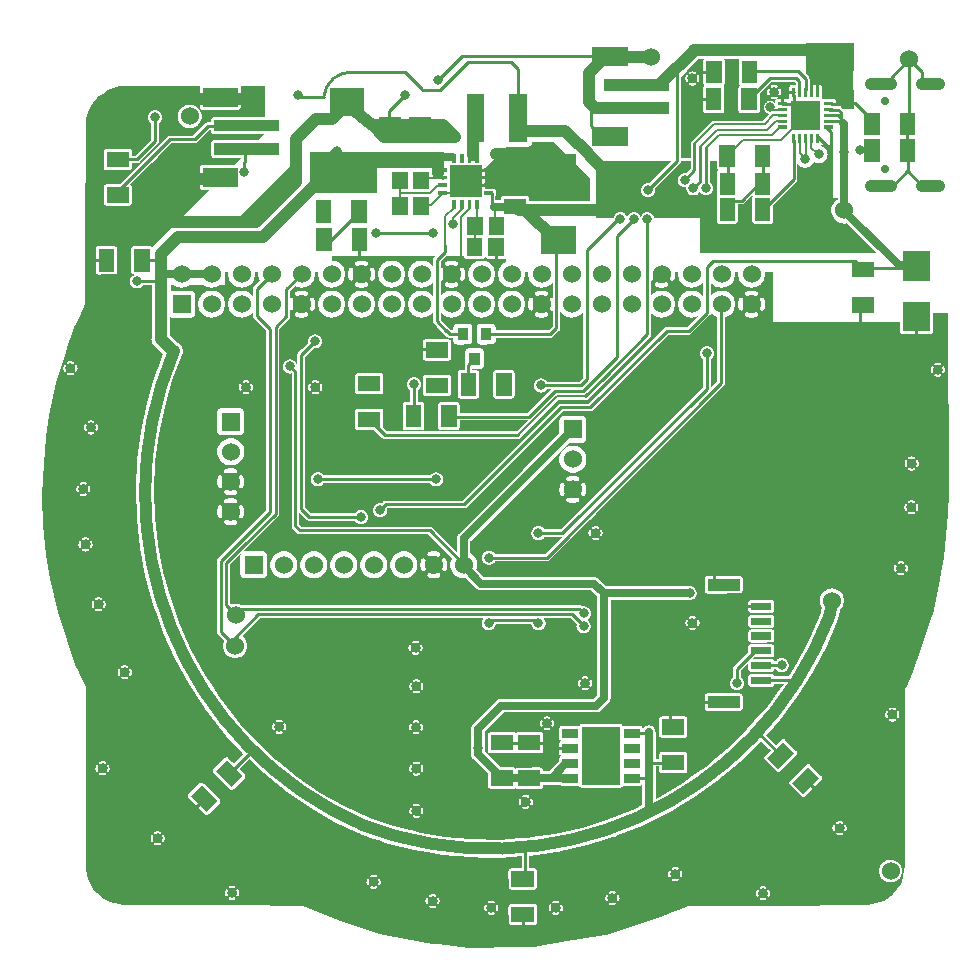
<source format=gbr>
G04 start of page 3 for group 1 idx 1 *
G04 Title: (unknown), bottom *
G04 Creator: pcb 4.2.0 *
G04 CreationDate: Mon Mar  2 00:57:09 2020 UTC *
G04 For: blinken *
G04 Format: Gerber/RS-274X *
G04 PCB-Dimensions (mm): 90.16 90.16 *
G04 PCB-Coordinate-Origin: lower left *
%MOMM*%
%FSLAX43Y43*%
%LNBOTTOM*%
%ADD47C,0.600*%
%ADD46C,0.300*%
%ADD45C,0.889*%
%ADD44C,0.965*%
%ADD43C,0.400*%
%ADD42C,0.508*%
%ADD41C,2.646*%
%ADD40C,0.800*%
%ADD39C,0.914*%
%ADD38C,3.730*%
%ADD37C,1.000*%
%ADD36C,0.700*%
%ADD35C,1.524*%
%ADD34C,0.200*%
%ADD33C,0.635*%
%ADD32C,1.016*%
%ADD31C,0.250*%
%ADD30C,0.254*%
%ADD29C,0.002*%
G54D29*G36*
X65503Y76760D02*X68560D01*
Y76590D01*
X65342D01*
X65452Y76700D01*
X65462Y76708D01*
X65495Y76747D01*
X65495Y76747D01*
X65503Y76760D01*
G37*
G36*
X75680Y54720D02*X67640D01*
Y64870D01*
X74212D01*
X74212Y64021D01*
X74222Y63983D01*
X74237Y63946D01*
X74257Y63913D01*
X74283Y63883D01*
X74313Y63857D01*
X74346Y63837D01*
X74383Y63822D01*
X74421Y63812D01*
X74460Y63810D01*
X75680Y63811D01*
Y54720D01*
G37*
G36*
X70350Y88450D02*Y86080D01*
X70230D01*
X70240Y84470D01*
X70350D01*
Y82880D01*
X69437D01*
X69256Y83061D01*
X69248Y83071D01*
X69209Y83104D01*
X69209Y83104D01*
X69209Y83104D01*
X69185Y83119D01*
X69165Y83131D01*
X69165Y83131D01*
X69165Y83131D01*
X69142Y83140D01*
X69118Y83150D01*
X69118Y83150D01*
X69118Y83150D01*
X69095Y83156D01*
X69068Y83162D01*
X69068Y83162D01*
X69068Y83162D01*
X69017Y83166D01*
X69004Y83165D01*
X68823D01*
X68825Y83191D01*
X68822Y83530D01*
X68813Y83569D01*
X68798Y83606D01*
X68777Y83640D01*
X68751Y83671D01*
X68720Y83697D01*
X68686Y83717D01*
X68649Y83733D01*
X68610Y83742D01*
X68571Y83744D01*
X67802Y83742D01*
X67763Y83733D01*
X67726Y83717D01*
X67714Y83710D01*
X67696Y83740D01*
X67670Y83770D01*
X67640Y83796D01*
X67610Y83814D01*
X67617Y83826D01*
X67633Y83863D01*
X67642Y83902D01*
X67644Y83942D01*
X67642Y84710D01*
X67633Y84749D01*
X67617Y84786D01*
X67597Y84820D01*
X67571Y84851D01*
X67540Y84877D01*
X67506Y84898D01*
X67469Y84913D01*
X67430Y84922D01*
X67390Y84925D01*
X67051Y84922D01*
X67012Y84913D01*
X66990Y84904D01*
X66969Y84913D01*
X66930Y84922D01*
X66890Y84925D01*
X66577Y84922D01*
Y85437D01*
X66578Y85450D01*
X66574Y85501D01*
X66562Y85551D01*
X66542Y85599D01*
X66515Y85643D01*
X66482Y85682D01*
X66472Y85690D01*
X66270Y85893D01*
Y88450D01*
X70350D01*
G37*
G36*
X61754Y75479D02*X61752Y75477D01*
X61731Y75443D01*
X61716Y75406D01*
X61706Y75367D01*
X61704Y75327D01*
X61706Y73388D01*
X61716Y73349D01*
X61731Y73312D01*
X61752Y73278D01*
X61778Y73247D01*
X61808Y73221D01*
X61842Y73200D01*
X61879Y73185D01*
X61918Y73176D01*
X61958Y73173D01*
X63298Y73176D01*
X63337Y73185D01*
X63374Y73200D01*
X63408Y73221D01*
X63438Y73247D01*
X63464Y73278D01*
X63485Y73312D01*
X63500Y73349D01*
X63510Y73388D01*
X63512Y73427D01*
X63510Y74758D01*
X64092Y75340D01*
X68948D01*
Y75246D01*
X68882Y75206D01*
X68748Y75092D01*
X68634Y74958D01*
X68543Y74808D01*
X68475Y74646D01*
X68434Y74475D01*
X68421Y74300D01*
X68434Y74125D01*
X68475Y73954D01*
X68543Y73792D01*
X68634Y73642D01*
X68748Y73509D01*
X68882Y73394D01*
X69032Y73303D01*
X69194Y73235D01*
X69365Y73194D01*
X69540Y73181D01*
X69715Y73194D01*
X69790Y73212D01*
X72332Y70670D01*
X57270D01*
Y75880D01*
X57281Y75899D01*
X57313Y75846D01*
X57374Y75775D01*
X57446Y75713D01*
X57527Y75664D01*
X57614Y75628D01*
X57706Y75606D01*
X57800Y75598D01*
X57894Y75606D01*
X57986Y75628D01*
X58073Y75664D01*
X58154Y75713D01*
X58226Y75775D01*
X58287Y75846D01*
X58336Y75927D01*
X58372Y76014D01*
X58394Y76106D01*
X58400Y76200D01*
X58394Y76294D01*
X58372Y76386D01*
X58336Y76473D01*
X58287Y76554D01*
X58226Y76626D01*
X58154Y76687D01*
X58137Y76697D01*
Y78500D01*
X58704D01*
X58704Y77931D01*
X58714Y77892D01*
X58729Y77855D01*
X58750Y77821D01*
X58776Y77791D01*
X58806Y77765D01*
X58840Y77744D01*
X58861Y77735D01*
X58858Y77734D01*
X58824Y77713D01*
X58793Y77687D01*
X58768Y77657D01*
X58747Y77623D01*
X58731Y77586D01*
X58722Y77547D01*
X58720Y77507D01*
X58722Y75567D01*
X58731Y75528D01*
X58747Y75491D01*
X58754Y75479D01*
X58752Y75477D01*
X58731Y75443D01*
X58716Y75406D01*
X58707Y75367D01*
X58704Y75327D01*
X58707Y73388D01*
X58716Y73349D01*
X58731Y73312D01*
X58752Y73278D01*
X58778Y73247D01*
X58808Y73221D01*
X58843Y73200D01*
X58880Y73185D01*
X58918Y73176D01*
X58958Y73173D01*
X60298Y73176D01*
X60337Y73185D01*
X60374Y73200D01*
X60408Y73221D01*
X60438Y73247D01*
X60464Y73278D01*
X60485Y73312D01*
X60501Y73349D01*
X60510Y73388D01*
X60512Y73427D01*
X60511Y74803D01*
X60817D01*
X60830Y74802D01*
X60881Y74806D01*
X60881Y74806D01*
X60931Y74818D01*
X60979Y74838D01*
X61023Y74865D01*
X61062Y74898D01*
X61070Y74908D01*
X61723Y75561D01*
X61731Y75528D01*
X61746Y75491D01*
X61754Y75479D01*
G37*
G36*
X68550Y77100D02*X65557D01*
Y78240D01*
X65568Y78222D01*
X65648Y78129D01*
X65740Y78050D01*
X65844Y77986D01*
X65957Y77939D01*
X66076Y77911D01*
X66197Y77901D01*
X66319Y77911D01*
X66437Y77939D01*
X66550Y77986D01*
X66654Y78050D01*
X66747Y78129D01*
X66826Y78222D01*
X66890Y78326D01*
X66937Y78439D01*
X66943Y78466D01*
X66953Y78457D01*
X67051Y78398D01*
X67156Y78354D01*
X67267Y78328D01*
X67381Y78319D01*
X67495Y78328D01*
X67606Y78354D01*
X67711Y78398D01*
X67808Y78457D01*
X67895Y78532D01*
X67969Y78618D01*
X68029Y78716D01*
X68073Y78821D01*
X68099Y78932D01*
X68106Y79046D01*
X68099Y79160D01*
X68073Y79271D01*
X68029Y79376D01*
X67969Y79473D01*
X67895Y79560D01*
X67808Y79634D01*
X67711Y79694D01*
X67606Y79737D01*
X67495Y79764D01*
X67465Y79766D01*
X67469Y79767D01*
X67506Y79783D01*
X67540Y79804D01*
X67571Y79829D01*
X67571Y79830D01*
X68550D01*
Y77100D01*
G37*
G36*
X65557D02*X68550D01*
Y75330D01*
X64082D01*
X65452Y76700D01*
X65462Y76708D01*
X65495Y76747D01*
X65495Y76747D01*
X65522Y76791D01*
X65542Y76839D01*
X65554Y76889D01*
X65558Y76940D01*
X65557Y76953D01*
Y77100D01*
G37*
G36*
X64062Y85193D02*X65315D01*
X65403Y85105D01*
Y84924D01*
X65389Y84925D01*
X65050Y84922D01*
X65011Y84913D01*
X64974Y84898D01*
X64940Y84877D01*
X64910Y84851D01*
X64884Y84820D01*
X64863Y84786D01*
X64847Y84749D01*
X64838Y84710D01*
X64836Y84671D01*
X64838Y83902D01*
X64847Y83863D01*
X64863Y83826D01*
X64870Y83814D01*
X64841Y83796D01*
X64810Y83770D01*
X64784Y83740D01*
X64766Y83710D01*
X64754Y83717D01*
X64717Y83733D01*
X64678Y83742D01*
X64639Y83744D01*
X64062Y83743D01*
Y84034D01*
X64067Y84035D01*
X64082Y84040D01*
X64096Y84047D01*
X64109Y84056D01*
X64120Y84068D01*
X64129Y84080D01*
X64136Y84095D01*
X64156Y84149D01*
X64170Y84205D01*
X64178Y84262D01*
X64181Y84320D01*
X64178Y84378D01*
X64170Y84435D01*
X64156Y84491D01*
X64137Y84546D01*
X64130Y84560D01*
X64120Y84573D01*
X64109Y84584D01*
X64097Y84594D01*
X64083Y84601D01*
X64068Y84606D01*
X64062Y84607D01*
Y85193D01*
G37*
G36*
X63580D02*X64062D01*
Y84607D01*
X64052Y84608D01*
X64036Y84609D01*
X64021Y84606D01*
X64005Y84601D01*
X63991Y84594D01*
X63978Y84585D01*
X63967Y84574D01*
X63958Y84561D01*
X63951Y84547D01*
X63946Y84532D01*
X63943Y84517D01*
X63943Y84501D01*
X63945Y84485D01*
X63950Y84470D01*
X63963Y84434D01*
X63973Y84397D01*
X63978Y84359D01*
X63980Y84320D01*
X63978Y84282D01*
X63973Y84243D01*
X63963Y84206D01*
X63951Y84170D01*
X63946Y84155D01*
X63943Y84139D01*
X63943Y84124D01*
X63946Y84108D01*
X63951Y84093D01*
X63958Y84079D01*
X63968Y84066D01*
X63979Y84055D01*
X63992Y84046D01*
X64006Y84039D01*
X64021Y84034D01*
X64036Y84032D01*
X64052Y84032D01*
X64062Y84034D01*
Y83743D01*
X63870Y83742D01*
X63831Y83733D01*
X63794Y83717D01*
X63760Y83697D01*
X63729Y83671D01*
X63704Y83640D01*
X63683Y83606D01*
X63667Y83569D01*
X63658Y83530D01*
X63656Y83490D01*
X63656Y83433D01*
X63597Y83483D01*
X63580Y83494D01*
Y83719D01*
X63638Y83722D01*
X63695Y83731D01*
X63751Y83744D01*
X63806Y83763D01*
X63820Y83770D01*
X63833Y83780D01*
X63844Y83791D01*
X63854Y83803D01*
X63861Y83818D01*
X63866Y83833D01*
X63868Y83848D01*
X63868Y83864D01*
X63866Y83880D01*
X63861Y83895D01*
X63854Y83909D01*
X63845Y83922D01*
X63834Y83933D01*
X63821Y83942D01*
X63807Y83950D01*
X63792Y83955D01*
X63777Y83957D01*
X63761Y83957D01*
X63745Y83955D01*
X63730Y83950D01*
X63694Y83937D01*
X63657Y83928D01*
X63618Y83922D01*
X63580Y83920D01*
Y84720D01*
X63618Y84718D01*
X63657Y84713D01*
X63694Y84704D01*
X63730Y84691D01*
X63745Y84686D01*
X63761Y84683D01*
X63777Y84683D01*
X63792Y84686D01*
X63807Y84691D01*
X63821Y84698D01*
X63834Y84708D01*
X63845Y84719D01*
X63854Y84732D01*
X63861Y84746D01*
X63866Y84761D01*
X63868Y84776D01*
X63868Y84792D01*
X63865Y84808D01*
X63860Y84822D01*
X63853Y84836D01*
X63844Y84849D01*
X63833Y84860D01*
X63820Y84869D01*
X63806Y84876D01*
X63751Y84896D01*
X63695Y84910D01*
X63638Y84918D01*
X63580Y84921D01*
Y85193D01*
G37*
G36*
X63098Y82509D02*X63100Y82508D01*
X63184Y82488D01*
X63230Y82484D01*
X63098Y82353D01*
Y82509D01*
G37*
G36*
Y84886D02*X63405Y85193D01*
X63580D01*
Y84921D01*
X63580Y84921D01*
X63522Y84918D01*
X63465Y84910D01*
X63409Y84896D01*
X63354Y84877D01*
X63340Y84870D01*
X63327Y84861D01*
X63316Y84849D01*
X63306Y84837D01*
X63299Y84823D01*
X63294Y84808D01*
X63292Y84792D01*
X63292Y84776D01*
X63294Y84761D01*
X63299Y84746D01*
X63306Y84731D01*
X63315Y84719D01*
X63326Y84707D01*
X63339Y84698D01*
X63353Y84691D01*
X63368Y84686D01*
X63383Y84683D01*
X63399Y84683D01*
X63415Y84685D01*
X63430Y84690D01*
X63466Y84704D01*
X63503Y84713D01*
X63542Y84718D01*
X63580Y84720D01*
X63580Y84720D01*
Y83920D01*
X63580Y83920D01*
X63542Y83922D01*
X63503Y83928D01*
X63466Y83937D01*
X63430Y83949D01*
X63415Y83954D01*
X63399Y83957D01*
X63383Y83957D01*
X63368Y83954D01*
X63353Y83949D01*
X63339Y83942D01*
X63326Y83933D01*
X63315Y83921D01*
X63306Y83909D01*
X63299Y83894D01*
X63294Y83879D01*
X63292Y83864D01*
X63292Y83848D01*
X63295Y83833D01*
X63300Y83818D01*
X63307Y83804D01*
X63316Y83791D01*
X63327Y83780D01*
X63340Y83771D01*
X63354Y83764D01*
X63409Y83744D01*
X63465Y83731D01*
X63522Y83722D01*
X63580Y83719D01*
X63580Y83719D01*
Y83494D01*
X63523Y83529D01*
X63442Y83562D01*
X63358Y83582D01*
X63271Y83589D01*
X63184Y83582D01*
X63100Y83562D01*
X63098Y83561D01*
Y84033D01*
X63108Y84032D01*
X63124Y84032D01*
X63139Y84034D01*
X63155Y84039D01*
X63169Y84046D01*
X63182Y84055D01*
X63193Y84066D01*
X63202Y84079D01*
X63209Y84093D01*
X63214Y84108D01*
X63217Y84123D01*
X63217Y84139D01*
X63215Y84155D01*
X63210Y84170D01*
X63197Y84206D01*
X63187Y84243D01*
X63182Y84282D01*
X63180Y84320D01*
X63182Y84359D01*
X63187Y84397D01*
X63197Y84434D01*
X63209Y84470D01*
X63214Y84485D01*
X63217Y84501D01*
X63217Y84517D01*
X63214Y84532D01*
X63209Y84547D01*
X63202Y84561D01*
X63192Y84574D01*
X63181Y84585D01*
X63168Y84594D01*
X63154Y84601D01*
X63139Y84606D01*
X63124Y84608D01*
X63108Y84608D01*
X63098Y84606D01*
Y84886D01*
G37*
G36*
X57639Y87148D02*X57624Y87130D01*
X57603Y87096D01*
X57587Y87059D01*
X57578Y87020D01*
X57576Y86981D01*
X57578Y85041D01*
X57587Y85002D01*
X57603Y84965D01*
X57624Y84931D01*
X57650Y84900D01*
X57679Y84876D01*
X57664Y84866D01*
X57633Y84840D01*
X57607Y84810D01*
X57586Y84776D01*
X57571Y84739D01*
X57562Y84700D01*
X57559Y84660D01*
X57562Y82720D01*
X57571Y82682D01*
X57586Y82645D01*
X57607Y82611D01*
X57633Y82580D01*
X57664Y82554D01*
X57698Y82533D01*
X57735Y82518D01*
X57773Y82509D01*
X57813Y82506D01*
X59153Y82509D01*
X59192Y82518D01*
X59229Y82533D01*
X59263Y82554D01*
X59293Y82580D01*
X59319Y82611D01*
X59340Y82645D01*
X59356Y82682D01*
X59365Y82720D01*
X59367Y82760D01*
X59365Y84700D01*
X59356Y84739D01*
X59340Y84776D01*
X59319Y84810D01*
X59293Y84840D01*
X59264Y84865D01*
X59279Y84875D01*
X59310Y84900D01*
X59336Y84931D01*
X59357Y84965D01*
X59372Y85002D01*
X59381Y85041D01*
X59384Y85081D01*
X59381Y87020D01*
X59372Y87059D01*
X59357Y87096D01*
X59336Y87130D01*
X59321Y87148D01*
X60639D01*
X60623Y87130D01*
X60602Y87096D01*
X60587Y87059D01*
X60578Y87020D01*
X60575Y86981D01*
X60578Y85041D01*
X60587Y85002D01*
X60602Y84965D01*
X60623Y84931D01*
X60649Y84900D01*
X60678Y84876D01*
X60663Y84866D01*
X60633Y84840D01*
X60607Y84810D01*
X60586Y84776D01*
X60571Y84739D01*
X60561Y84700D01*
X60559Y84660D01*
X60561Y82720D01*
X60571Y82682D01*
X60586Y82645D01*
X60607Y82611D01*
X60633Y82580D01*
X60663Y82554D01*
X60697Y82533D01*
X60734Y82518D01*
X60773Y82509D01*
X60813Y82506D01*
X62153Y82509D01*
X62192Y82518D01*
X62229Y82533D01*
X62263Y82554D01*
X62293Y82580D01*
X62319Y82611D01*
X62340Y82645D01*
X62355Y82682D01*
X62365Y82720D01*
X62367Y82760D01*
X62365Y84153D01*
X63098Y84886D01*
Y84606D01*
X63093Y84605D01*
X63078Y84600D01*
X63064Y84593D01*
X63051Y84584D01*
X63040Y84573D01*
X63031Y84560D01*
X63024Y84546D01*
X63004Y84491D01*
X62990Y84435D01*
X62982Y84378D01*
X62979Y84320D01*
X62982Y84262D01*
X62990Y84205D01*
X63004Y84149D01*
X63023Y84094D01*
X63030Y84080D01*
X63040Y84067D01*
X63051Y84056D01*
X63063Y84047D01*
X63077Y84039D01*
X63092Y84034D01*
X63098Y84033D01*
Y83561D01*
X63020Y83529D01*
X62945Y83483D01*
X62879Y83427D01*
X62823Y83361D01*
X62777Y83287D01*
X62744Y83206D01*
X62724Y83122D01*
X62717Y83035D01*
X62724Y82948D01*
X62744Y82864D01*
X62777Y82784D01*
X62823Y82709D01*
X62879Y82643D01*
X62945Y82587D01*
X63020Y82541D01*
X63098Y82509D01*
Y82353D01*
X62646Y81900D01*
X58482D01*
X58470Y81901D01*
X58423Y81897D01*
X58377Y81886D01*
X58333Y81868D01*
X58293Y81844D01*
X58293Y81844D01*
X58257Y81813D01*
X58250Y81804D01*
X57142Y80696D01*
Y85184D01*
X57147Y85185D01*
X57162Y85190D01*
X57176Y85197D01*
X57189Y85206D01*
X57200Y85218D01*
X57209Y85230D01*
X57216Y85245D01*
X57236Y85299D01*
X57250Y85355D01*
X57258Y85412D01*
X57261Y85470D01*
X57258Y85528D01*
X57250Y85585D01*
X57236Y85641D01*
X57217Y85696D01*
X57210Y85710D01*
X57200Y85723D01*
X57189Y85734D01*
X57177Y85744D01*
X57163Y85751D01*
X57148Y85756D01*
X57142Y85757D01*
Y87094D01*
X57196Y87148D01*
X57639D01*
G37*
G36*
X57142Y80696D02*X56660Y80215D01*
Y84869D01*
X56718Y84872D01*
X56775Y84881D01*
X56831Y84894D01*
X56886Y84913D01*
X56900Y84920D01*
X56913Y84930D01*
X56924Y84941D01*
X56934Y84953D01*
X56941Y84968D01*
X56946Y84983D01*
X56948Y84998D01*
X56948Y85014D01*
X56946Y85030D01*
X56941Y85045D01*
X56934Y85059D01*
X56925Y85072D01*
X56914Y85083D01*
X56901Y85092D01*
X56887Y85100D01*
X56872Y85105D01*
X56857Y85107D01*
X56841Y85107D01*
X56825Y85105D01*
X56810Y85100D01*
X56774Y85087D01*
X56737Y85078D01*
X56698Y85072D01*
X56660Y85070D01*
Y85870D01*
X56698Y85868D01*
X56737Y85863D01*
X56774Y85854D01*
X56810Y85841D01*
X56825Y85836D01*
X56841Y85833D01*
X56857Y85833D01*
X56872Y85836D01*
X56887Y85841D01*
X56901Y85848D01*
X56914Y85858D01*
X56925Y85869D01*
X56934Y85882D01*
X56941Y85896D01*
X56946Y85911D01*
X56948Y85926D01*
X56948Y85942D01*
X56945Y85958D01*
X56940Y85972D01*
X56933Y85986D01*
X56924Y85999D01*
X56913Y86010D01*
X56900Y86019D01*
X56886Y86026D01*
X56831Y86046D01*
X56775Y86060D01*
X56718Y86068D01*
X56660Y86071D01*
Y86613D01*
X57142Y87094D01*
Y85757D01*
X57132Y85758D01*
X57116Y85759D01*
X57101Y85756D01*
X57085Y85751D01*
X57071Y85744D01*
X57058Y85735D01*
X57047Y85724D01*
X57038Y85711D01*
X57031Y85697D01*
X57026Y85682D01*
X57023Y85667D01*
X57023Y85651D01*
X57025Y85635D01*
X57030Y85620D01*
X57043Y85584D01*
X57053Y85547D01*
X57058Y85509D01*
X57060Y85470D01*
X57058Y85432D01*
X57053Y85393D01*
X57043Y85356D01*
X57031Y85320D01*
X57026Y85305D01*
X57023Y85289D01*
X57023Y85274D01*
X57026Y85258D01*
X57031Y85243D01*
X57038Y85229D01*
X57048Y85216D01*
X57059Y85205D01*
X57072Y85196D01*
X57086Y85189D01*
X57101Y85184D01*
X57116Y85182D01*
X57132Y85182D01*
X57142Y85184D01*
Y80696D01*
G37*
G36*
X56660Y80215D02*X56618Y80172D01*
X56587Y80137D01*
X56562Y80097D01*
X56551Y80071D01*
X56538Y80049D01*
X56518Y80001D01*
X56506Y79951D01*
X56503Y79900D01*
Y78730D01*
X56178D01*
Y85183D01*
X56188Y85182D01*
X56204Y85182D01*
X56219Y85184D01*
X56235Y85189D01*
X56249Y85196D01*
X56262Y85205D01*
X56273Y85216D01*
X56282Y85229D01*
X56289Y85243D01*
X56294Y85258D01*
X56297Y85273D01*
X56297Y85289D01*
X56295Y85305D01*
X56290Y85320D01*
X56277Y85356D01*
X56267Y85393D01*
X56262Y85432D01*
X56260Y85470D01*
X56262Y85509D01*
X56267Y85547D01*
X56277Y85584D01*
X56289Y85620D01*
X56294Y85635D01*
X56297Y85651D01*
X56297Y85667D01*
X56294Y85682D01*
X56289Y85697D01*
X56282Y85711D01*
X56272Y85724D01*
X56261Y85735D01*
X56248Y85744D01*
X56234Y85751D01*
X56219Y85756D01*
X56204Y85758D01*
X56188Y85758D01*
X56178Y85756D01*
Y86131D01*
X56660Y86613D01*
Y86071D01*
X56660Y86071D01*
X56602Y86068D01*
X56545Y86060D01*
X56489Y86046D01*
X56434Y86027D01*
X56420Y86020D01*
X56407Y86011D01*
X56396Y85999D01*
X56386Y85987D01*
X56379Y85973D01*
X56374Y85958D01*
X56372Y85942D01*
X56372Y85926D01*
X56374Y85911D01*
X56379Y85896D01*
X56386Y85881D01*
X56395Y85869D01*
X56406Y85857D01*
X56419Y85848D01*
X56433Y85841D01*
X56448Y85836D01*
X56463Y85833D01*
X56479Y85833D01*
X56495Y85835D01*
X56510Y85840D01*
X56546Y85854D01*
X56583Y85863D01*
X56622Y85868D01*
X56660Y85870D01*
X56660Y85870D01*
Y85070D01*
X56660Y85070D01*
X56622Y85072D01*
X56583Y85078D01*
X56546Y85087D01*
X56510Y85099D01*
X56495Y85104D01*
X56479Y85107D01*
X56463Y85107D01*
X56448Y85104D01*
X56433Y85099D01*
X56419Y85092D01*
X56406Y85083D01*
X56395Y85071D01*
X56386Y85059D01*
X56379Y85044D01*
X56374Y85029D01*
X56372Y85014D01*
X56372Y84998D01*
X56375Y84983D01*
X56380Y84968D01*
X56387Y84954D01*
X56396Y84941D01*
X56407Y84930D01*
X56420Y84921D01*
X56434Y84914D01*
X56489Y84894D01*
X56545Y84881D01*
X56602Y84872D01*
X56660Y84869D01*
X56660Y84869D01*
Y80215D01*
G37*
G36*
X56178Y78730D02*X55672D01*
Y85624D01*
X56178Y86131D01*
Y85756D01*
X56173Y85755D01*
X56158Y85750D01*
X56144Y85743D01*
X56131Y85734D01*
X56120Y85723D01*
X56111Y85710D01*
X56104Y85696D01*
X56084Y85641D01*
X56070Y85585D01*
X56062Y85528D01*
X56059Y85470D01*
X56062Y85412D01*
X56070Y85355D01*
X56084Y85299D01*
X56103Y85244D01*
X56110Y85230D01*
X56120Y85217D01*
X56131Y85206D01*
X56143Y85197D01*
X56157Y85189D01*
X56172Y85184D01*
X56178Y85183D01*
Y78730D01*
G37*
G36*
X39985Y75538D02*X39989Y75544D01*
X40001Y75573D01*
X40008Y75604D01*
X40010Y75635D01*
X40008Y75966D01*
X40001Y75997D01*
X39989Y76026D01*
X39972Y76053D01*
X39952Y76077D01*
X39928Y76097D01*
X39901Y76114D01*
X39872Y76126D01*
X39841Y76133D01*
X39810Y76135D01*
X39063Y76133D01*
X39062Y77852D01*
X40931Y79721D01*
X40944Y79714D01*
X41010Y79686D01*
X41079Y79670D01*
X41151Y79665D01*
X42722Y79670D01*
X42791Y79686D01*
X42857Y79714D01*
X42918Y79751D01*
X42973Y79797D01*
X43019Y79852D01*
X43056Y79913D01*
X43084Y79979D01*
X43100Y80048D01*
X43105Y80119D01*
X43105Y80130D01*
X44900D01*
X48000Y77030D01*
Y75090D01*
X47930D01*
Y75100D01*
X42846D01*
X42845Y75309D01*
X42836Y75348D01*
X42821Y75385D01*
X42800Y75419D01*
X42774Y75449D01*
X42743Y75475D01*
X42709Y75496D01*
X42672Y75512D01*
X42633Y75521D01*
X42594Y75523D01*
X40654Y75521D01*
X40615Y75512D01*
X40578Y75496D01*
X40544Y75475D01*
X40513Y75449D01*
X40488Y75419D01*
X40467Y75385D01*
X40451Y75348D01*
X40442Y75309D01*
X40440Y75269D01*
X40440Y75191D01*
X39985D01*
Y75538D01*
G37*
G36*
X57420Y73650D02*X53435D01*
X53434Y73664D01*
X53412Y73756D01*
X53376Y73843D01*
X53327Y73924D01*
X53266Y73996D01*
X53194Y74057D01*
X53113Y74106D01*
X53026Y74142D01*
X52934Y74165D01*
X52840Y74172D01*
X52746Y74165D01*
X52654Y74142D01*
X52567Y74106D01*
X52486Y74057D01*
X52414Y73996D01*
X52353Y73924D01*
X52304Y73843D01*
X52270Y73762D01*
X52236Y73843D01*
X52187Y73924D01*
X52126Y73996D01*
X52054Y74057D01*
X51973Y74106D01*
X51886Y74142D01*
X51794Y74165D01*
X51700Y74172D01*
X51606Y74165D01*
X51514Y74142D01*
X51427Y74106D01*
X51346Y74057D01*
X51274Y73996D01*
X51213Y73924D01*
X51164Y73843D01*
X51133Y73769D01*
X51106Y73833D01*
X51057Y73914D01*
X50996Y73986D01*
X50924Y74047D01*
X50843Y74096D01*
X50756Y74132D01*
X50664Y74155D01*
X50570Y74162D01*
X50476Y74155D01*
X50384Y74132D01*
X50297Y74096D01*
X50216Y74047D01*
X50144Y73986D01*
X50083Y73914D01*
X50034Y73833D01*
X49998Y73746D01*
X49977Y73659D01*
X49968Y73650D01*
X48480D01*
Y78500D01*
X54888D01*
X53015Y76627D01*
X52984Y76635D01*
X52890Y76642D01*
X52796Y76635D01*
X52704Y76612D01*
X52617Y76576D01*
X52536Y76527D01*
X52464Y76466D01*
X52403Y76394D01*
X52354Y76313D01*
X52318Y76226D01*
X52296Y76134D01*
X52288Y76040D01*
X52296Y75946D01*
X52318Y75854D01*
X52354Y75767D01*
X52403Y75686D01*
X52464Y75615D01*
X52536Y75553D01*
X52617Y75504D01*
X52704Y75468D01*
X52796Y75446D01*
X52890Y75438D01*
X52984Y75446D01*
X53076Y75468D01*
X53163Y75504D01*
X53244Y75553D01*
X53316Y75615D01*
X53377Y75686D01*
X53426Y75767D01*
X53462Y75854D01*
X53484Y75946D01*
X53490Y76040D01*
X53484Y76134D01*
X53477Y76165D01*
X55567Y78255D01*
X55577Y78263D01*
X55610Y78302D01*
X55610Y78302D01*
X55637Y78346D01*
X55657Y78394D01*
X55669Y78444D01*
X55673Y78495D01*
X55673Y78500D01*
X56503D01*
Y77816D01*
X56145Y77457D01*
X56114Y77465D01*
X56020Y77472D01*
X55926Y77465D01*
X55834Y77442D01*
X55747Y77406D01*
X55666Y77357D01*
X55594Y77296D01*
X55533Y77224D01*
X55484Y77143D01*
X55448Y77056D01*
X55426Y76964D01*
X55418Y76870D01*
X55426Y76776D01*
X55448Y76684D01*
X55484Y76597D01*
X55533Y76516D01*
X55594Y76445D01*
X55666Y76383D01*
X55747Y76334D01*
X55834Y76298D01*
X55926Y76276D01*
X56020Y76268D01*
X56114Y76276D01*
X56158Y76286D01*
X56156Y76274D01*
X56148Y76180D01*
X56156Y76086D01*
X56178Y75994D01*
X56214Y75907D01*
X56263Y75826D01*
X56324Y75755D01*
X56396Y75693D01*
X56477Y75644D01*
X56564Y75608D01*
X56656Y75586D01*
X56750Y75578D01*
X56844Y75586D01*
X56936Y75608D01*
X57023Y75644D01*
X57104Y75693D01*
X57176Y75755D01*
X57237Y75826D01*
X57281Y75899D01*
X57313Y75846D01*
X57374Y75775D01*
X57420Y75736D01*
Y73650D01*
G37*
G36*
X62400Y41970D02*X60861D01*
X60880Y42002D01*
X60896Y42039D01*
X60905Y42078D01*
X60907Y42117D01*
X60905Y43157D01*
X60896Y43196D01*
X60880Y43233D01*
X60859Y43267D01*
X60833Y43298D01*
X60803Y43324D01*
X60769Y43344D01*
X60732Y43360D01*
X60693Y43369D01*
X60653Y43371D01*
X57913Y43369D01*
X57874Y43360D01*
X57838Y43344D01*
X57803Y43324D01*
X57773Y43298D01*
X57747Y43267D01*
X57726Y43233D01*
X57711Y43196D01*
X57702Y43157D01*
X57699Y43117D01*
X57702Y42078D01*
X57711Y42039D01*
X57726Y42002D01*
X57746Y41970D01*
X57027D01*
X57024Y42014D01*
X57002Y42106D01*
X56966Y42193D01*
X56917Y42274D01*
X56856Y42346D01*
X56784Y42407D01*
X56703Y42456D01*
X56616Y42492D01*
X56524Y42515D01*
X56430Y42522D01*
X56336Y42515D01*
X56244Y42492D01*
X56242Y42492D01*
X55490D01*
Y49850D01*
X62400D01*
Y41970D01*
G37*
G36*
X54050Y65224D02*X54229Y65238D01*
X54404Y65280D01*
X54571Y65349D01*
X54724Y65443D01*
X54861Y65559D01*
X54978Y65696D01*
X55072Y65850D01*
X55140Y66016D01*
X55182Y66191D01*
X55193Y66370D01*
X55182Y66549D01*
X55140Y66724D01*
X55072Y66891D01*
X54978Y67044D01*
X54861Y67181D01*
X54724Y67298D01*
X54571Y67392D01*
X54404Y67461D01*
X54229Y67503D01*
X54050Y67517D01*
Y67766D01*
X54160Y67771D01*
X54269Y67787D01*
X54376Y67813D01*
X54480Y67850D01*
X54507Y67863D01*
X54532Y67881D01*
X54553Y67902D01*
X54571Y67926D01*
X54585Y67953D01*
X54594Y67981D01*
X54599Y68011D01*
X54600Y68041D01*
X54595Y68071D01*
X54586Y68100D01*
X54572Y68127D01*
X54555Y68151D01*
X54534Y68173D01*
X54510Y68190D01*
X54483Y68204D01*
X54454Y68214D01*
X54425Y68219D01*
X54394Y68219D01*
X54365Y68214D01*
X54336Y68205D01*
X54267Y68180D01*
X54196Y68162D01*
X54123Y68152D01*
X54050Y68148D01*
Y69082D01*
X54792D01*
X54798Y69056D01*
X54808Y68983D01*
X54812Y68910D01*
X54808Y68837D01*
X54798Y68764D01*
X54780Y68693D01*
X54756Y68624D01*
X54747Y68595D01*
X54742Y68566D01*
X54742Y68536D01*
X54747Y68506D01*
X54757Y68478D01*
X54770Y68451D01*
X54788Y68427D01*
X54810Y68406D01*
X54834Y68388D01*
X54861Y68375D01*
X54889Y68366D01*
X54919Y68361D01*
X54949Y68362D01*
X54979Y68367D01*
X55007Y68376D01*
X55034Y68390D01*
X55058Y68408D01*
X55079Y68429D01*
X55096Y68453D01*
X55109Y68480D01*
X55147Y68584D01*
X55173Y68691D01*
X55189Y68800D01*
X55194Y68910D01*
X55189Y69020D01*
X55180Y69082D01*
X55457D01*
X55443Y68910D01*
X55458Y68731D01*
X55500Y68556D01*
X55568Y68390D01*
X55662Y68236D01*
X55779Y68099D01*
X55916Y67983D01*
X56069Y67889D01*
X56236Y67820D01*
X56411Y67778D01*
X56590Y67764D01*
X56769Y67778D01*
X56944Y67820D01*
X57111Y67889D01*
X57264Y67983D01*
X57401Y68099D01*
X57518Y68236D01*
X57591Y68356D01*
Y66924D01*
X57518Y67044D01*
X57401Y67181D01*
X57264Y67298D01*
X57111Y67392D01*
X56944Y67461D01*
X56769Y67503D01*
X56590Y67517D01*
X56411Y67503D01*
X56236Y67461D01*
X56069Y67392D01*
X55916Y67298D01*
X55779Y67181D01*
X55662Y67044D01*
X55568Y66891D01*
X55500Y66724D01*
X55458Y66549D01*
X55443Y66370D01*
X55458Y66191D01*
X55500Y66016D01*
X55568Y65850D01*
X55662Y65696D01*
X55779Y65559D01*
X55916Y65443D01*
X56069Y65349D01*
X56236Y65280D01*
X56411Y65238D01*
X56590Y65224D01*
X56769Y65238D01*
X56944Y65280D01*
X57111Y65349D01*
X57150Y65373D01*
X56205Y64427D01*
X54493D01*
X54480Y64428D01*
X54429Y64424D01*
X54379Y64412D01*
X54331Y64392D01*
X54287Y64365D01*
X54287Y64365D01*
X54248Y64332D01*
X54240Y64322D01*
X54050Y64133D01*
Y65224D01*
G37*
G36*
Y67517D02*X54050Y67517D01*
X53871Y67503D01*
X53696Y67461D01*
X53529Y67392D01*
X53376Y67298D01*
X53239Y67181D01*
X53167Y67096D01*
Y68361D01*
X53181Y68361D01*
X53211Y68365D01*
X53240Y68374D01*
X53266Y68388D01*
X53291Y68405D01*
X53312Y68426D01*
X53330Y68451D01*
X53344Y68477D01*
X53354Y68506D01*
X53359Y68536D01*
X53359Y68566D01*
X53354Y68595D01*
X53345Y68624D01*
X53320Y68693D01*
X53302Y68764D01*
X53292Y68837D01*
X53288Y68910D01*
X53292Y68983D01*
X53302Y69056D01*
X53308Y69082D01*
X54050D01*
Y68148D01*
X54050Y68148D01*
X53977Y68152D01*
X53904Y68162D01*
X53833Y68180D01*
X53764Y68204D01*
X53735Y68214D01*
X53706Y68218D01*
X53676Y68218D01*
X53646Y68213D01*
X53618Y68203D01*
X53591Y68190D01*
X53567Y68172D01*
X53546Y68151D01*
X53528Y68126D01*
X53515Y68099D01*
X53506Y68071D01*
X53501Y68041D01*
X53502Y68011D01*
X53506Y67982D01*
X53516Y67953D01*
X53530Y67926D01*
X53548Y67902D01*
X53569Y67881D01*
X53593Y67864D01*
X53620Y67851D01*
X53724Y67813D01*
X53831Y67787D01*
X53940Y67771D01*
X54050Y67766D01*
X54050Y67766D01*
Y67517D01*
G37*
G36*
X37911Y54933D02*X41880D01*
X41931Y54936D01*
X41981Y54948D01*
X42029Y54968D01*
X42073Y54995D01*
X42112Y55028D01*
X42145Y55067D01*
X42172Y55111D01*
X42177Y55123D01*
X45304Y58250D01*
X47460D01*
X47489Y58238D01*
X47539Y58226D01*
X47590Y58222D01*
X47641Y58226D01*
X47691Y58238D01*
X47739Y58258D01*
X47783Y58285D01*
X47821Y58319D01*
X53062Y63560D01*
X53072Y63568D01*
X53105Y63607D01*
X53105Y63607D01*
X53132Y63651D01*
X53152Y63699D01*
X53164Y63749D01*
X53168Y63800D01*
X53167Y63813D01*
Y65644D01*
X53239Y65559D01*
X53376Y65443D01*
X53529Y65349D01*
X53696Y65280D01*
X53871Y65238D01*
X54050Y65224D01*
X54050Y65224D01*
Y64133D01*
X47865Y57947D01*
X45563D01*
X45550Y57948D01*
X45499Y57944D01*
X45449Y57932D01*
X45401Y57912D01*
X45357Y57885D01*
X45357Y57885D01*
X45318Y57852D01*
X45310Y57842D01*
X37911Y50444D01*
Y54933D01*
G37*
G36*
Y56513D02*X42719D01*
X41793Y55587D01*
X37911D01*
Y56513D01*
G37*
G36*
X40701Y63518D02*X41055D01*
X41089Y63520D01*
X44622D01*
X44635Y63519D01*
X44686Y63523D01*
X44686Y63523D01*
X44736Y63535D01*
X44783Y63555D01*
X44827Y63581D01*
X44866Y63615D01*
X44874Y63624D01*
X45370Y64120D01*
X45380Y64129D01*
X45413Y64168D01*
X45413Y64168D01*
X45440Y64211D01*
X45459Y64259D01*
X45471Y64308D01*
X45475Y64359D01*
X45474Y64372D01*
Y65742D01*
X45502Y65696D01*
X45619Y65559D01*
X45756Y65443D01*
X45909Y65349D01*
X46076Y65280D01*
X46251Y65238D01*
X46430Y65224D01*
X46609Y65238D01*
X46784Y65280D01*
X46951Y65349D01*
X47104Y65443D01*
X47241Y65559D01*
X47358Y65696D01*
X47383Y65738D01*
Y60126D01*
X47065Y59807D01*
X44353D01*
X44337Y59834D01*
X44276Y59906D01*
X44204Y59967D01*
X44123Y60016D01*
X44036Y60052D01*
X43944Y60075D01*
X43850Y60082D01*
X43756Y60075D01*
X43664Y60052D01*
X43577Y60016D01*
X43496Y59967D01*
X43424Y59906D01*
X43363Y59834D01*
X43314Y59753D01*
X43278Y59666D01*
X43256Y59574D01*
X43248Y59480D01*
X43256Y59386D01*
X43278Y59294D01*
X43314Y59207D01*
X43363Y59126D01*
X43424Y59055D01*
X43496Y58993D01*
X43577Y58944D01*
X43664Y58908D01*
X43756Y58886D01*
X43850Y58878D01*
X43944Y58886D01*
X44036Y58908D01*
X44123Y58944D01*
X44204Y58993D01*
X44276Y59055D01*
X44337Y59126D01*
X44353Y59153D01*
X44671D01*
X42685Y57167D01*
X40701D01*
Y58371D01*
X41391Y58372D01*
X41429Y58382D01*
X41466Y58397D01*
X41501Y58418D01*
X41531Y58444D01*
X41557Y58474D01*
X41578Y58508D01*
X41593Y58545D01*
X41602Y58584D01*
X41605Y58624D01*
X41602Y60564D01*
X41593Y60602D01*
X41578Y60639D01*
X41557Y60674D01*
X41531Y60704D01*
X41501Y60730D01*
X41466Y60751D01*
X41429Y60766D01*
X41391Y60775D01*
X41351Y60778D01*
X40701Y60777D01*
Y63518D01*
G37*
G36*
X43890Y67764D02*X44069Y67778D01*
X44244Y67820D01*
X44411Y67889D01*
X44564Y67983D01*
X44701Y68099D01*
X44818Y68236D01*
X44824Y68247D01*
Y66913D01*
X44819Y66915D01*
X44789Y66919D01*
X44759Y66920D01*
X44729Y66915D01*
X44700Y66906D01*
X44674Y66893D01*
X44649Y66875D01*
X44628Y66854D01*
X44610Y66830D01*
X44596Y66803D01*
X44586Y66774D01*
X44581Y66745D01*
X44581Y66715D01*
X44586Y66685D01*
X44595Y66656D01*
X44620Y66587D01*
X44638Y66516D01*
X44648Y66443D01*
X44652Y66370D01*
X44648Y66297D01*
X44638Y66224D01*
X44620Y66153D01*
X44596Y66084D01*
X44587Y66055D01*
X44582Y66026D01*
X44582Y65996D01*
X44587Y65966D01*
X44597Y65938D01*
X44610Y65911D01*
X44628Y65887D01*
X44650Y65866D01*
X44674Y65848D01*
X44701Y65835D01*
X44729Y65826D01*
X44759Y65821D01*
X44789Y65822D01*
X44819Y65827D01*
X44824Y65828D01*
Y64494D01*
X44500Y64170D01*
X43890D01*
Y65226D01*
X44000Y65231D01*
X44109Y65247D01*
X44216Y65273D01*
X44320Y65310D01*
X44347Y65323D01*
X44372Y65341D01*
X44393Y65362D01*
X44411Y65386D01*
X44425Y65413D01*
X44434Y65441D01*
X44439Y65471D01*
X44440Y65501D01*
X44435Y65531D01*
X44426Y65560D01*
X44412Y65587D01*
X44395Y65611D01*
X44374Y65633D01*
X44350Y65650D01*
X44323Y65664D01*
X44294Y65674D01*
X44265Y65679D01*
X44234Y65679D01*
X44205Y65674D01*
X44176Y65665D01*
X44107Y65640D01*
X44036Y65622D01*
X43963Y65612D01*
X43890Y65608D01*
Y67132D01*
X43963Y67129D01*
X44036Y67118D01*
X44107Y67100D01*
X44176Y67076D01*
X44205Y67067D01*
X44234Y67062D01*
X44264Y67062D01*
X44294Y67067D01*
X44322Y67077D01*
X44349Y67091D01*
X44373Y67108D01*
X44394Y67130D01*
X44412Y67154D01*
X44425Y67181D01*
X44434Y67209D01*
X44439Y67239D01*
X44438Y67269D01*
X44434Y67299D01*
X44424Y67327D01*
X44410Y67354D01*
X44392Y67378D01*
X44371Y67399D01*
X44347Y67416D01*
X44320Y67429D01*
X44216Y67467D01*
X44109Y67493D01*
X44000Y67509D01*
X43890Y67514D01*
Y67764D01*
G37*
G36*
X42972Y68225D02*X43079Y68099D01*
X43216Y67983D01*
X43369Y67889D01*
X43536Y67820D01*
X43711Y67778D01*
X43890Y67764D01*
X43890Y67764D01*
Y67514D01*
X43890Y67514D01*
X43780Y67509D01*
X43671Y67493D01*
X43564Y67467D01*
X43460Y67430D01*
X43433Y67417D01*
X43408Y67400D01*
X43387Y67378D01*
X43369Y67354D01*
X43355Y67327D01*
X43346Y67299D01*
X43341Y67269D01*
X43340Y67239D01*
X43345Y67209D01*
X43354Y67181D01*
X43368Y67154D01*
X43385Y67129D01*
X43406Y67108D01*
X43430Y67090D01*
X43457Y67076D01*
X43486Y67066D01*
X43515Y67061D01*
X43546Y67061D01*
X43575Y67066D01*
X43604Y67075D01*
X43673Y67100D01*
X43744Y67118D01*
X43817Y67129D01*
X43890Y67132D01*
X43890Y67132D01*
Y65608D01*
X43890Y65608D01*
X43817Y65612D01*
X43744Y65622D01*
X43673Y65640D01*
X43604Y65664D01*
X43575Y65674D01*
X43546Y65678D01*
X43516Y65678D01*
X43486Y65673D01*
X43458Y65663D01*
X43431Y65650D01*
X43407Y65632D01*
X43386Y65611D01*
X43368Y65586D01*
X43355Y65559D01*
X43346Y65531D01*
X43341Y65501D01*
X43342Y65471D01*
X43346Y65442D01*
X43356Y65413D01*
X43370Y65386D01*
X43388Y65362D01*
X43409Y65341D01*
X43433Y65324D01*
X43460Y65311D01*
X43564Y65273D01*
X43671Y65247D01*
X43780Y65231D01*
X43890Y65226D01*
X43890Y65226D01*
Y64170D01*
X42972D01*
Y65824D01*
X42991Y65821D01*
X43021Y65821D01*
X43051Y65825D01*
X43080Y65834D01*
X43106Y65848D01*
X43131Y65865D01*
X43152Y65886D01*
X43170Y65911D01*
X43184Y65937D01*
X43194Y65966D01*
X43199Y65996D01*
X43199Y66026D01*
X43194Y66055D01*
X43185Y66084D01*
X43160Y66153D01*
X43142Y66224D01*
X43132Y66297D01*
X43128Y66370D01*
X43132Y66443D01*
X43142Y66516D01*
X43160Y66587D01*
X43184Y66657D01*
X43193Y66685D01*
X43198Y66715D01*
X43198Y66745D01*
X43193Y66774D01*
X43183Y66803D01*
X43170Y66829D01*
X43152Y66853D01*
X43130Y66874D01*
X43106Y66892D01*
X43079Y66905D01*
X43051Y66914D01*
X43021Y66919D01*
X42991Y66919D01*
X42972Y66915D01*
Y68225D01*
G37*
G36*
X40701Y67967D02*X40829Y67889D01*
X40996Y67820D01*
X41171Y67778D01*
X41350Y67764D01*
X41529Y67778D01*
X41704Y67820D01*
X41871Y67889D01*
X42024Y67983D01*
X42161Y68099D01*
X42278Y68236D01*
X42372Y68390D01*
X42440Y68556D01*
X42482Y68731D01*
X42493Y68910D01*
X42483Y69082D01*
X42757D01*
X42743Y68910D01*
X42758Y68731D01*
X42800Y68556D01*
X42868Y68390D01*
X42962Y68236D01*
X42972Y68225D01*
Y66915D01*
X42961Y66914D01*
X42933Y66904D01*
X42906Y66890D01*
X42882Y66873D01*
X42861Y66851D01*
X42844Y66827D01*
X42831Y66800D01*
X42793Y66696D01*
X42767Y66589D01*
X42751Y66480D01*
X42746Y66370D01*
X42751Y66260D01*
X42767Y66151D01*
X42793Y66044D01*
X42830Y65940D01*
X42843Y65913D01*
X42860Y65888D01*
X42882Y65867D01*
X42906Y65849D01*
X42933Y65835D01*
X42961Y65826D01*
X42972Y65824D01*
Y64170D01*
X41089D01*
X41055Y64172D01*
X40701D01*
Y65427D01*
X40829Y65349D01*
X40996Y65280D01*
X41171Y65238D01*
X41350Y65224D01*
X41529Y65238D01*
X41704Y65280D01*
X41871Y65349D01*
X42024Y65443D01*
X42161Y65559D01*
X42278Y65696D01*
X42372Y65850D01*
X42440Y66016D01*
X42482Y66191D01*
X42493Y66370D01*
X42482Y66549D01*
X42440Y66724D01*
X42372Y66891D01*
X42278Y67044D01*
X42161Y67181D01*
X42024Y67298D01*
X41871Y67392D01*
X41704Y67461D01*
X41529Y67503D01*
X41350Y67517D01*
X41171Y67503D01*
X40996Y67461D01*
X40829Y67392D01*
X40701Y67313D01*
Y67967D01*
G37*
G36*
Y70199D02*X40730Y70199D01*
X40769Y70208D01*
X40806Y70223D01*
X40840Y70244D01*
X40870Y70270D01*
X40896Y70301D01*
X40917Y70335D01*
X40922Y70346D01*
Y69970D01*
X40829Y69932D01*
X40701Y69853D01*
Y70199D01*
G37*
G36*
X37911Y63046D02*X37924Y63057D01*
X37962Y63102D01*
X37994Y63153D01*
X38017Y63209D01*
X38031Y63267D01*
X38034Y63327D01*
X38031Y64403D01*
X38017Y64461D01*
X37994Y64516D01*
X37962Y64568D01*
X37924Y64613D01*
X37911Y64624D01*
Y65663D01*
X37999Y65559D01*
X38136Y65443D01*
X38289Y65349D01*
X38456Y65280D01*
X38631Y65238D01*
X38810Y65224D01*
X38989Y65238D01*
X39164Y65280D01*
X39331Y65349D01*
X39484Y65443D01*
X39621Y65559D01*
X39738Y65696D01*
X39832Y65850D01*
X39900Y66016D01*
X39942Y66191D01*
X39953Y66370D01*
X39942Y66549D01*
X39900Y66724D01*
X39832Y66891D01*
X39738Y67044D01*
X39621Y67181D01*
X39484Y67298D01*
X39331Y67392D01*
X39164Y67461D01*
X38989Y67503D01*
X38810Y67517D01*
X38631Y67503D01*
X38456Y67461D01*
X38289Y67392D01*
X38136Y67298D01*
X37999Y67181D01*
X37911Y67077D01*
Y68203D01*
X37999Y68099D01*
X38136Y67983D01*
X38289Y67889D01*
X38456Y67820D01*
X38631Y67778D01*
X38810Y67764D01*
X38989Y67778D01*
X39164Y67820D01*
X39331Y67889D01*
X39484Y67983D01*
X39621Y68099D01*
X39738Y68236D01*
X39832Y68390D01*
X39900Y68556D01*
X39942Y68731D01*
X39953Y68910D01*
X39942Y69089D01*
X39900Y69264D01*
X39832Y69431D01*
X39738Y69584D01*
X39621Y69721D01*
X39484Y69838D01*
X39331Y69932D01*
X39164Y70001D01*
X38989Y70043D01*
X38810Y70057D01*
X38631Y70043D01*
X38456Y70001D01*
X38289Y69932D01*
X38136Y69838D01*
X37999Y69721D01*
X37911Y69617D01*
Y70197D01*
X38930Y70199D01*
X38969Y70208D01*
X39006Y70223D01*
X39040Y70244D01*
X39070Y70270D01*
X39096Y70301D01*
X39117Y70335D01*
X39132Y70372D01*
X39140Y70403D01*
X39148Y70372D01*
X39163Y70335D01*
X39184Y70301D01*
X39210Y70270D01*
X39240Y70244D01*
X39274Y70223D01*
X39311Y70208D01*
X39350Y70199D01*
X39390Y70196D01*
X40701Y70199D01*
Y69853D01*
X40676Y69838D01*
X40539Y69721D01*
X40422Y69584D01*
X40328Y69431D01*
X40260Y69264D01*
X40218Y69089D01*
X40203Y68910D01*
X40218Y68731D01*
X40260Y68556D01*
X40328Y68390D01*
X40422Y68236D01*
X40539Y68099D01*
X40676Y67983D01*
X40701Y67967D01*
Y67313D01*
X40676Y67298D01*
X40539Y67181D01*
X40422Y67044D01*
X40328Y66891D01*
X40260Y66724D01*
X40218Y66549D01*
X40203Y66370D01*
X40218Y66191D01*
X40260Y66016D01*
X40328Y65850D01*
X40422Y65696D01*
X40539Y65559D01*
X40676Y65443D01*
X40701Y65427D01*
Y64172D01*
X40013D01*
X40012Y64403D01*
X39998Y64461D01*
X39975Y64516D01*
X39944Y64568D01*
X39905Y64613D01*
X39859Y64652D01*
X39808Y64683D01*
X39753Y64706D01*
X39694Y64720D01*
X39634Y64724D01*
X38711Y64720D01*
X38653Y64706D01*
X38597Y64683D01*
X38546Y64652D01*
X38501Y64613D01*
X38462Y64568D01*
X38430Y64516D01*
X38407Y64461D01*
X38393Y64403D01*
X38390Y64343D01*
X38393Y63267D01*
X38407Y63209D01*
X38430Y63153D01*
X38462Y63102D01*
X38501Y63057D01*
X38546Y63018D01*
X38597Y62986D01*
X38653Y62963D01*
X38711Y62949D01*
X38771Y62946D01*
X39694Y62949D01*
X39753Y62963D01*
X39808Y62986D01*
X39859Y63018D01*
X39905Y63057D01*
X39944Y63102D01*
X39975Y63153D01*
X39998Y63209D01*
X40012Y63267D01*
X40016Y63327D01*
X40015Y63518D01*
X40701D01*
Y60777D01*
X40011Y60775D01*
X39972Y60766D01*
X39935Y60751D01*
X39901Y60730D01*
X39871Y60704D01*
X39845Y60674D01*
X39824Y60639D01*
X39808Y60602D01*
X39799Y60564D01*
X39797Y60524D01*
X39799Y58584D01*
X39808Y58545D01*
X39824Y58508D01*
X39845Y58474D01*
X39871Y58444D01*
X39901Y58418D01*
X39935Y58397D01*
X39972Y58382D01*
X40011Y58372D01*
X40051Y58370D01*
X40701Y58371D01*
Y57167D01*
X37911D01*
Y58371D01*
X38391Y58372D01*
X38430Y58382D01*
X38467Y58397D01*
X38501Y58418D01*
X38531Y58444D01*
X38557Y58474D01*
X38578Y58508D01*
X38593Y58545D01*
X38603Y58584D01*
X38605Y58624D01*
X38603Y60564D01*
X38593Y60602D01*
X38578Y60639D01*
X38557Y60674D01*
X38531Y60704D01*
X38501Y60730D01*
X38467Y60751D01*
X38430Y60766D01*
X38391Y60775D01*
X38351Y60778D01*
X38028Y60777D01*
Y60864D01*
X38704Y60867D01*
X38762Y60881D01*
X38817Y60904D01*
X38869Y60935D01*
X38914Y60974D01*
X38953Y61019D01*
X38984Y61071D01*
X39007Y61126D01*
X39021Y61184D01*
X39025Y61244D01*
X39021Y62320D01*
X39007Y62378D01*
X38984Y62434D01*
X38953Y62485D01*
X38914Y62530D01*
X38869Y62569D01*
X38817Y62601D01*
X38762Y62624D01*
X38704Y62638D01*
X38644Y62641D01*
X37911Y62638D01*
Y63046D01*
G37*
G36*
X43032Y25326D02*X43828Y25327D01*
X43867Y25336D01*
X43904Y25352D01*
X43938Y25373D01*
X43968Y25399D01*
X43994Y25429D01*
X44015Y25463D01*
X44030Y25500D01*
X44040Y25539D01*
X44042Y25579D01*
X44042Y25657D01*
X44716D01*
X44739Y25655D01*
X44761Y25657D01*
X45443D01*
X45470Y25634D01*
X45504Y25613D01*
X45541Y25598D01*
X45580Y25588D01*
X45620Y25586D01*
X47010Y25588D01*
X47049Y25598D01*
X47074Y25608D01*
X47078Y25591D01*
X47093Y25554D01*
X47114Y25520D01*
X47140Y25490D01*
X47170Y25464D01*
X47204Y25443D01*
X47241Y25428D01*
X47280Y25418D01*
X47320Y25416D01*
X50560Y25418D01*
X50599Y25428D01*
X50636Y25443D01*
X50670Y25464D01*
X50700Y25490D01*
X50726Y25520D01*
X50747Y25554D01*
X50762Y25591D01*
X50766Y25608D01*
X50791Y25598D01*
X50830Y25588D01*
X50870Y25586D01*
X52260Y25588D01*
X52299Y25598D01*
X52336Y25613D01*
X52370Y25634D01*
X52398Y25659D01*
Y23921D01*
X51778Y23614D01*
X49595Y22743D01*
X47350Y22046D01*
X45057Y21528D01*
X43032Y21234D01*
Y23934D01*
X43037Y23935D01*
X43052Y23940D01*
X43066Y23947D01*
X43079Y23956D01*
X43090Y23968D01*
X43099Y23980D01*
X43106Y23995D01*
X43126Y24049D01*
X43140Y24105D01*
X43148Y24162D01*
X43151Y24220D01*
X43148Y24278D01*
X43140Y24335D01*
X43126Y24391D01*
X43107Y24446D01*
X43100Y24460D01*
X43090Y24473D01*
X43079Y24484D01*
X43067Y24494D01*
X43053Y24501D01*
X43038Y24506D01*
X43032Y24507D01*
Y25326D01*
G37*
G36*
X42550Y25326D02*X43032Y25326D01*
Y24507D01*
X43022Y24508D01*
X43006Y24509D01*
X42991Y24506D01*
X42975Y24501D01*
X42961Y24494D01*
X42948Y24485D01*
X42937Y24474D01*
X42928Y24461D01*
X42921Y24447D01*
X42916Y24432D01*
X42913Y24417D01*
X42913Y24401D01*
X42915Y24385D01*
X42920Y24370D01*
X42933Y24334D01*
X42943Y24297D01*
X42948Y24259D01*
X42950Y24220D01*
X42948Y24182D01*
X42943Y24143D01*
X42933Y24106D01*
X42921Y24070D01*
X42916Y24055D01*
X42913Y24039D01*
X42913Y24024D01*
X42916Y24008D01*
X42921Y23993D01*
X42928Y23979D01*
X42938Y23966D01*
X42949Y23955D01*
X42962Y23946D01*
X42976Y23939D01*
X42991Y23934D01*
X43006Y23932D01*
X43022Y23932D01*
X43032Y23934D01*
Y21234D01*
X42730Y21190D01*
X42550Y21178D01*
Y23619D01*
X42608Y23622D01*
X42665Y23631D01*
X42721Y23644D01*
X42776Y23663D01*
X42790Y23670D01*
X42803Y23680D01*
X42814Y23691D01*
X42824Y23703D01*
X42831Y23718D01*
X42836Y23733D01*
X42838Y23748D01*
X42838Y23764D01*
X42836Y23780D01*
X42831Y23795D01*
X42824Y23809D01*
X42815Y23822D01*
X42804Y23833D01*
X42791Y23842D01*
X42777Y23850D01*
X42762Y23855D01*
X42747Y23857D01*
X42731Y23857D01*
X42715Y23855D01*
X42700Y23850D01*
X42664Y23837D01*
X42627Y23828D01*
X42588Y23822D01*
X42550Y23820D01*
Y24620D01*
X42588Y24618D01*
X42627Y24613D01*
X42664Y24604D01*
X42700Y24591D01*
X42715Y24586D01*
X42731Y24583D01*
X42747Y24583D01*
X42762Y24586D01*
X42777Y24591D01*
X42791Y24598D01*
X42804Y24608D01*
X42815Y24619D01*
X42824Y24632D01*
X42831Y24646D01*
X42836Y24661D01*
X42838Y24676D01*
X42838Y24692D01*
X42835Y24708D01*
X42830Y24722D01*
X42823Y24736D01*
X42814Y24749D01*
X42803Y24760D01*
X42790Y24769D01*
X42776Y24776D01*
X42721Y24796D01*
X42665Y24810D01*
X42608Y24818D01*
X42550Y24821D01*
Y25326D01*
G37*
G36*
X42068Y25325D02*X42550Y25326D01*
Y24821D01*
X42550Y24821D01*
X42492Y24818D01*
X42435Y24810D01*
X42379Y24796D01*
X42324Y24777D01*
X42310Y24770D01*
X42297Y24761D01*
X42286Y24749D01*
X42276Y24737D01*
X42269Y24723D01*
X42264Y24708D01*
X42262Y24692D01*
X42262Y24676D01*
X42264Y24661D01*
X42269Y24646D01*
X42276Y24631D01*
X42285Y24619D01*
X42296Y24607D01*
X42309Y24598D01*
X42323Y24591D01*
X42338Y24586D01*
X42353Y24583D01*
X42369Y24583D01*
X42385Y24585D01*
X42400Y24590D01*
X42436Y24604D01*
X42473Y24613D01*
X42512Y24618D01*
X42550Y24620D01*
X42550Y24620D01*
Y23820D01*
X42550Y23820D01*
X42512Y23822D01*
X42473Y23828D01*
X42436Y23837D01*
X42400Y23849D01*
X42385Y23854D01*
X42369Y23857D01*
X42353Y23857D01*
X42338Y23854D01*
X42323Y23849D01*
X42309Y23842D01*
X42296Y23833D01*
X42285Y23821D01*
X42276Y23809D01*
X42269Y23794D01*
X42264Y23779D01*
X42262Y23764D01*
X42262Y23748D01*
X42265Y23733D01*
X42270Y23718D01*
X42277Y23704D01*
X42286Y23691D01*
X42297Y23680D01*
X42310Y23671D01*
X42324Y23664D01*
X42379Y23644D01*
X42435Y23631D01*
X42492Y23622D01*
X42550Y23619D01*
X42550Y23619D01*
Y21178D01*
X42068Y21147D01*
Y23933D01*
X42078Y23932D01*
X42094Y23932D01*
X42109Y23934D01*
X42125Y23939D01*
X42139Y23946D01*
X42152Y23955D01*
X42163Y23966D01*
X42172Y23979D01*
X42179Y23993D01*
X42184Y24008D01*
X42187Y24023D01*
X42187Y24039D01*
X42185Y24055D01*
X42180Y24070D01*
X42167Y24106D01*
X42157Y24143D01*
X42152Y24182D01*
X42150Y24220D01*
X42152Y24259D01*
X42157Y24297D01*
X42167Y24334D01*
X42179Y24370D01*
X42184Y24385D01*
X42187Y24401D01*
X42187Y24417D01*
X42184Y24432D01*
X42179Y24447D01*
X42172Y24461D01*
X42162Y24474D01*
X42151Y24485D01*
X42138Y24494D01*
X42124Y24501D01*
X42109Y24506D01*
X42094Y24508D01*
X42078Y24508D01*
X42068Y24506D01*
Y25325D01*
G37*
G36*
X37911Y28606D02*X37920Y28571D01*
X37920Y28569D01*
Y28317D01*
X37919Y28295D01*
X37926Y28205D01*
Y28205D01*
X37947Y28118D01*
X37981Y28035D01*
X37999Y28005D01*
X38028Y27958D01*
X38028Y27958D01*
X38087Y27889D01*
X38104Y27875D01*
X39350Y26628D01*
X39352Y25543D01*
X39362Y25504D01*
X39377Y25467D01*
X39398Y25433D01*
X39424Y25403D01*
X39454Y25377D01*
X39488Y25356D01*
X39525Y25340D01*
X39564Y25331D01*
X39604Y25329D01*
X41544Y25331D01*
X41583Y25340D01*
X41620Y25356D01*
X41654Y25377D01*
X41684Y25403D01*
X41694Y25415D01*
X41708Y25399D01*
X41738Y25373D01*
X41772Y25352D01*
X41809Y25336D01*
X41848Y25327D01*
X41888Y25325D01*
X42068Y25325D01*
Y24506D01*
X42063Y24505D01*
X42048Y24500D01*
X42034Y24493D01*
X42021Y24484D01*
X42010Y24473D01*
X42001Y24460D01*
X41994Y24446D01*
X41974Y24391D01*
X41960Y24335D01*
X41952Y24278D01*
X41949Y24220D01*
X41952Y24162D01*
X41960Y24105D01*
X41974Y24049D01*
X41993Y23994D01*
X42000Y23980D01*
X42010Y23967D01*
X42021Y23956D01*
X42033Y23947D01*
X42047Y23939D01*
X42062Y23934D01*
X42068Y23933D01*
Y21147D01*
X40385Y21036D01*
X38034Y21067D01*
X37911Y21079D01*
Y28606D01*
G37*
G36*
X48062Y42129D02*X48093D01*
X48588Y41633D01*
Y33267D01*
X48273Y32952D01*
X48062D01*
Y33984D01*
X48067Y33985D01*
X48082Y33990D01*
X48096Y33997D01*
X48109Y34006D01*
X48120Y34018D01*
X48129Y34030D01*
X48136Y34045D01*
X48156Y34099D01*
X48170Y34155D01*
X48178Y34212D01*
X48181Y34270D01*
X48178Y34328D01*
X48170Y34385D01*
X48156Y34441D01*
X48137Y34496D01*
X48130Y34510D01*
X48120Y34523D01*
X48109Y34534D01*
X48097Y34544D01*
X48083Y34551D01*
X48068Y34556D01*
X48062Y34557D01*
Y40085D01*
X48064Y40096D01*
X48070Y40190D01*
X48064Y40284D01*
X48062Y40295D01*
Y42129D01*
G37*
G36*
Y32952D02*X47580D01*
Y33669D01*
X47638Y33672D01*
X47695Y33681D01*
X47751Y33694D01*
X47806Y33713D01*
X47820Y33720D01*
X47833Y33730D01*
X47844Y33741D01*
X47854Y33753D01*
X47861Y33768D01*
X47866Y33783D01*
X47868Y33798D01*
X47868Y33814D01*
X47866Y33830D01*
X47861Y33845D01*
X47854Y33859D01*
X47845Y33872D01*
X47834Y33883D01*
X47821Y33892D01*
X47807Y33900D01*
X47792Y33905D01*
X47777Y33907D01*
X47761Y33907D01*
X47745Y33905D01*
X47730Y33900D01*
X47694Y33887D01*
X47657Y33878D01*
X47618Y33872D01*
X47580Y33870D01*
Y34670D01*
X47618Y34668D01*
X47657Y34663D01*
X47694Y34654D01*
X47730Y34641D01*
X47745Y34636D01*
X47761Y34633D01*
X47777Y34633D01*
X47792Y34636D01*
X47807Y34641D01*
X47821Y34648D01*
X47834Y34658D01*
X47845Y34669D01*
X47854Y34682D01*
X47861Y34696D01*
X47866Y34711D01*
X47868Y34726D01*
X47868Y34742D01*
X47865Y34758D01*
X47860Y34772D01*
X47853Y34786D01*
X47844Y34799D01*
X47833Y34810D01*
X47820Y34819D01*
X47806Y34826D01*
X47751Y34846D01*
X47695Y34860D01*
X47638Y34868D01*
X47580Y34871D01*
Y38544D01*
X47636Y38558D01*
X47723Y38594D01*
X47804Y38643D01*
X47876Y38705D01*
X47937Y38776D01*
X47986Y38857D01*
X48022Y38944D01*
X48044Y39036D01*
X48050Y39130D01*
X48044Y39224D01*
X48022Y39316D01*
X47986Y39403D01*
X47937Y39484D01*
X47876Y39556D01*
X47804Y39617D01*
X47743Y39654D01*
X47824Y39703D01*
X47896Y39765D01*
X47957Y39836D01*
X48006Y39917D01*
X48042Y40004D01*
X48062Y40085D01*
Y34557D01*
X48052Y34558D01*
X48036Y34559D01*
X48021Y34556D01*
X48005Y34551D01*
X47991Y34544D01*
X47978Y34535D01*
X47967Y34524D01*
X47958Y34511D01*
X47951Y34497D01*
X47946Y34482D01*
X47943Y34467D01*
X47943Y34451D01*
X47945Y34435D01*
X47950Y34420D01*
X47963Y34384D01*
X47973Y34347D01*
X47978Y34309D01*
X47980Y34270D01*
X47978Y34232D01*
X47973Y34193D01*
X47963Y34156D01*
X47951Y34120D01*
X47946Y34105D01*
X47943Y34089D01*
X47943Y34074D01*
X47946Y34058D01*
X47951Y34043D01*
X47958Y34029D01*
X47968Y34016D01*
X47979Y34005D01*
X47992Y33996D01*
X48006Y33989D01*
X48021Y33984D01*
X48036Y33982D01*
X48052Y33982D01*
X48062Y33984D01*
Y32952D01*
G37*
G36*
X47580Y42129D02*X48062D01*
Y40295D01*
X48042Y40376D01*
X48006Y40463D01*
X47957Y40544D01*
X47896Y40616D01*
X47824Y40677D01*
X47743Y40726D01*
X47656Y40762D01*
X47580Y40781D01*
Y42129D01*
G37*
G36*
Y32952D02*X47098D01*
Y33983D01*
X47108Y33982D01*
X47124Y33982D01*
X47139Y33984D01*
X47155Y33989D01*
X47169Y33996D01*
X47182Y34005D01*
X47193Y34016D01*
X47202Y34029D01*
X47209Y34043D01*
X47214Y34058D01*
X47217Y34073D01*
X47217Y34089D01*
X47215Y34105D01*
X47210Y34120D01*
X47197Y34156D01*
X47187Y34193D01*
X47182Y34232D01*
X47180Y34270D01*
X47182Y34309D01*
X47187Y34347D01*
X47197Y34384D01*
X47209Y34420D01*
X47214Y34435D01*
X47217Y34451D01*
X47217Y34467D01*
X47214Y34482D01*
X47209Y34497D01*
X47202Y34511D01*
X47192Y34524D01*
X47181Y34535D01*
X47168Y34544D01*
X47154Y34551D01*
X47139Y34556D01*
X47124Y34558D01*
X47108Y34558D01*
X47098Y34556D01*
Y38642D01*
X47177Y38594D01*
X47264Y38558D01*
X47356Y38536D01*
X47450Y38528D01*
X47544Y38536D01*
X47580Y38544D01*
Y34871D01*
X47580Y34871D01*
X47522Y34868D01*
X47465Y34860D01*
X47409Y34846D01*
X47354Y34827D01*
X47340Y34820D01*
X47327Y34811D01*
X47316Y34799D01*
X47306Y34787D01*
X47299Y34773D01*
X47294Y34758D01*
X47292Y34742D01*
X47292Y34726D01*
X47294Y34711D01*
X47299Y34696D01*
X47306Y34681D01*
X47315Y34669D01*
X47326Y34657D01*
X47339Y34648D01*
X47353Y34641D01*
X47368Y34636D01*
X47383Y34633D01*
X47399Y34633D01*
X47415Y34635D01*
X47430Y34640D01*
X47466Y34654D01*
X47503Y34663D01*
X47542Y34668D01*
X47580Y34670D01*
X47580Y34670D01*
Y33870D01*
X47580Y33870D01*
X47542Y33872D01*
X47503Y33878D01*
X47466Y33887D01*
X47430Y33899D01*
X47415Y33904D01*
X47399Y33907D01*
X47383Y33907D01*
X47368Y33904D01*
X47353Y33899D01*
X47339Y33892D01*
X47326Y33883D01*
X47315Y33871D01*
X47306Y33859D01*
X47299Y33844D01*
X47294Y33829D01*
X47292Y33814D01*
X47292Y33798D01*
X47295Y33783D01*
X47300Y33768D01*
X47307Y33754D01*
X47316Y33741D01*
X47327Y33730D01*
X47340Y33721D01*
X47354Y33714D01*
X47409Y33694D01*
X47465Y33681D01*
X47522Y33672D01*
X47580Y33669D01*
X47580Y33669D01*
Y32952D01*
G37*
G36*
X47098D02*X47040D01*
X47010Y32950D01*
X46980Y32952D01*
X44490D01*
X44400Y32946D01*
X44400Y32946D01*
X44400Y32946D01*
X44310Y32952D01*
X40482D01*
X40460Y32953D01*
X40370Y32946D01*
X40283Y32925D01*
X40200Y32891D01*
X40123Y32844D01*
X40123Y32844D01*
X40055Y32785D01*
X40040Y32768D01*
X38104Y30832D01*
X38087Y30817D01*
X38028Y30749D01*
X37981Y30672D01*
X37947Y30589D01*
X37926Y30502D01*
X37926Y30502D01*
X37919Y30412D01*
X37920Y30390D01*
Y28945D01*
X37920Y28943D01*
X37911Y28907D01*
Y39783D01*
X38974D01*
X38923Y39724D01*
X38874Y39643D01*
X38838Y39556D01*
X38816Y39464D01*
X38808Y39370D01*
X38816Y39276D01*
X38838Y39184D01*
X38874Y39097D01*
X38923Y39016D01*
X38984Y38945D01*
X39056Y38883D01*
X39137Y38834D01*
X39224Y38798D01*
X39316Y38776D01*
X39410Y38768D01*
X39504Y38776D01*
X39596Y38798D01*
X39683Y38834D01*
X39764Y38883D01*
X39836Y38945D01*
X39897Y39016D01*
X39946Y39097D01*
X39982Y39184D01*
X40004Y39276D01*
X40007Y39323D01*
X43033D01*
X43038Y39264D01*
X43060Y39173D01*
X43096Y39085D01*
X43145Y39005D01*
X43207Y38933D01*
X43278Y38872D01*
X43359Y38822D01*
X43446Y38786D01*
X43538Y38764D01*
X43632Y38757D01*
X43726Y38764D01*
X43818Y38786D01*
X43905Y38822D01*
X43986Y38872D01*
X44058Y38933D01*
X44119Y39005D01*
X44168Y39085D01*
X44205Y39173D01*
X44227Y39264D01*
X44232Y39359D01*
X44227Y39453D01*
X44205Y39545D01*
X44168Y39632D01*
X44119Y39712D01*
X44059Y39783D01*
X46335D01*
X46863Y39255D01*
X46856Y39224D01*
X46848Y39130D01*
X46856Y39036D01*
X46878Y38944D01*
X46914Y38857D01*
X46963Y38776D01*
X47024Y38705D01*
X47096Y38643D01*
X47098Y38642D01*
Y34556D01*
X47093Y34555D01*
X47078Y34550D01*
X47064Y34543D01*
X47051Y34534D01*
X47040Y34523D01*
X47031Y34510D01*
X47024Y34496D01*
X47004Y34441D01*
X46990Y34385D01*
X46982Y34328D01*
X46979Y34270D01*
X46982Y34212D01*
X46990Y34155D01*
X47004Y34099D01*
X47023Y34044D01*
X47030Y34030D01*
X47040Y34017D01*
X47051Y34006D01*
X47063Y33997D01*
X47077Y33989D01*
X47092Y33984D01*
X47098Y33983D01*
Y32952D01*
G37*
G36*
X37911Y42751D02*X38350Y42312D01*
X38365Y42295D01*
X38433Y42236D01*
X38433Y42236D01*
X38481Y42207D01*
X38510Y42189D01*
X38593Y42155D01*
X38680Y42134D01*
X38680D01*
X38770Y42127D01*
X38792Y42129D01*
X47580D01*
Y40781D01*
X47564Y40785D01*
X47470Y40792D01*
X47376Y40785D01*
X47345Y40777D01*
X47330Y40792D01*
X47322Y40802D01*
X47283Y40835D01*
X47239Y40862D01*
X47191Y40882D01*
X47141Y40894D01*
X47090Y40898D01*
X47077Y40897D01*
X37911D01*
Y42751D01*
G37*
G36*
X47456Y54652D02*X47474Y54659D01*
X47525Y54691D01*
X47570Y54729D01*
X47609Y54775D01*
X47641Y54826D01*
X47663Y54882D01*
X47677Y54940D01*
X47681Y55000D01*
X47677Y56583D01*
X47663Y56642D01*
X47641Y56697D01*
X47609Y56748D01*
X47570Y56794D01*
X47525Y56833D01*
X47474Y56864D01*
X47456Y56872D01*
Y57293D01*
X47987D01*
X48000Y57292D01*
X48051Y57296D01*
X48051Y57296D01*
X48101Y57308D01*
X48149Y57328D01*
X48193Y57355D01*
X48232Y57388D01*
X48240Y57398D01*
X54615Y63773D01*
X56327D01*
X56340Y63772D01*
X56391Y63776D01*
X56391Y63776D01*
X56441Y63788D01*
X56489Y63808D01*
X56533Y63835D01*
X56572Y63868D01*
X56580Y63878D01*
X58126Y65424D01*
X58142Y65442D01*
X58147Y65446D01*
X58180Y65485D01*
X58207Y65528D01*
X58226Y65575D01*
X58238Y65625D01*
X58240Y65653D01*
X58319Y65559D01*
X58456Y65443D01*
X58609Y65349D01*
X58776Y65280D01*
X58783Y65278D01*
Y59833D01*
X58224Y59273D01*
X58217Y59300D01*
Y61731D01*
X58254Y61753D01*
X58326Y61815D01*
X58387Y61886D01*
X58436Y61967D01*
X58472Y62054D01*
X58494Y62146D01*
X58500Y62240D01*
X58494Y62334D01*
X58472Y62426D01*
X58436Y62513D01*
X58387Y62594D01*
X58326Y62666D01*
X58254Y62727D01*
X58173Y62776D01*
X58086Y62812D01*
X57994Y62835D01*
X57900Y62842D01*
X57806Y62835D01*
X57714Y62812D01*
X57627Y62776D01*
X57546Y62727D01*
X57474Y62666D01*
X57413Y62594D01*
X57364Y62513D01*
X57328Y62426D01*
X57306Y62334D01*
X57298Y62240D01*
X57306Y62146D01*
X57328Y62054D01*
X57364Y61967D01*
X57413Y61886D01*
X57474Y61815D01*
X57546Y61753D01*
X57563Y61743D01*
Y59346D01*
X47456Y49238D01*
Y50136D01*
X47467Y50138D01*
X47495Y50148D01*
X47522Y50161D01*
X47546Y50179D01*
X47567Y50201D01*
X47584Y50225D01*
X47597Y50252D01*
X47635Y50356D01*
X47661Y50463D01*
X47677Y50572D01*
X47682Y50682D01*
X47677Y50792D01*
X47661Y50901D01*
X47635Y51008D01*
X47598Y51112D01*
X47585Y51139D01*
X47568Y51163D01*
X47546Y51185D01*
X47522Y51203D01*
X47495Y51217D01*
X47467Y51226D01*
X47456Y51228D01*
Y52536D01*
X47466Y52548D01*
X47560Y52701D01*
X47628Y52867D01*
X47670Y53042D01*
X47681Y53222D01*
X47670Y53401D01*
X47628Y53576D01*
X47560Y53742D01*
X47466Y53896D01*
X47456Y53907D01*
Y54652D01*
G37*
G36*
Y49238D02*X46536Y48319D01*
Y49537D01*
X46538Y49537D01*
X46648Y49543D01*
X46757Y49559D01*
X46864Y49585D01*
X46968Y49621D01*
X46995Y49635D01*
X47020Y49652D01*
X47041Y49673D01*
X47059Y49698D01*
X47073Y49724D01*
X47082Y49753D01*
X47087Y49783D01*
X47088Y49813D01*
X47083Y49843D01*
X47074Y49871D01*
X47060Y49898D01*
X47043Y49923D01*
X47022Y49944D01*
X46998Y49962D01*
X46971Y49976D01*
X46942Y49985D01*
X46913Y49990D01*
X46882Y49991D01*
X46853Y49986D01*
X46824Y49976D01*
X46755Y49951D01*
X46684Y49934D01*
X46611Y49923D01*
X46538Y49920D01*
X46536Y49920D01*
Y51444D01*
X46538Y51444D01*
X46611Y51440D01*
X46684Y51430D01*
X46755Y51412D01*
X46824Y51388D01*
X46853Y51378D01*
X46882Y51374D01*
X46912Y51374D01*
X46942Y51379D01*
X46970Y51388D01*
X46997Y51402D01*
X47021Y51420D01*
X47042Y51441D01*
X47060Y51466D01*
X47073Y51492D01*
X47082Y51521D01*
X47087Y51551D01*
X47086Y51581D01*
X47082Y51610D01*
X47072Y51639D01*
X47058Y51665D01*
X47040Y51689D01*
X47019Y51711D01*
X46995Y51728D01*
X46968Y51741D01*
X46864Y51779D01*
X46757Y51805D01*
X46648Y51821D01*
X46538Y51826D01*
X46536Y51826D01*
Y52075D01*
X46538Y52075D01*
X46717Y52089D01*
X46892Y52131D01*
X47059Y52200D01*
X47212Y52294D01*
X47349Y52411D01*
X47456Y52536D01*
Y51228D01*
X47437Y51231D01*
X47407Y51231D01*
X47377Y51227D01*
X47348Y51218D01*
X47322Y51204D01*
X47297Y51187D01*
X47276Y51166D01*
X47258Y51141D01*
X47244Y51115D01*
X47234Y51086D01*
X47229Y51056D01*
X47229Y51026D01*
X47234Y50996D01*
X47243Y50968D01*
X47268Y50899D01*
X47286Y50828D01*
X47296Y50755D01*
X47300Y50682D01*
X47296Y50608D01*
X47286Y50536D01*
X47268Y50464D01*
X47244Y50395D01*
X47235Y50367D01*
X47230Y50337D01*
X47230Y50307D01*
X47235Y50278D01*
X47245Y50249D01*
X47258Y50223D01*
X47276Y50198D01*
X47298Y50177D01*
X47322Y50160D01*
X47349Y50147D01*
X47377Y50138D01*
X47407Y50133D01*
X47437Y50133D01*
X47456Y50136D01*
Y49238D01*
G37*
G36*
Y56872D02*X47418Y56887D01*
X47360Y56901D01*
X47300Y56905D01*
X46536Y56903D01*
Y57293D01*
X47456D01*
Y56872D01*
G37*
G36*
X46536Y54620D02*X47360Y54622D01*
X47418Y54636D01*
X47456Y54652D01*
Y53907D01*
X47349Y54032D01*
X47212Y54149D01*
X47059Y54243D01*
X46892Y54312D01*
X46717Y54354D01*
X46538Y54368D01*
X46536Y54368D01*
Y54620D01*
G37*
G36*
Y56903D02*X45716Y56901D01*
X45658Y56887D01*
X45602Y56864D01*
X45551Y56833D01*
X45506Y56794D01*
X45467Y56748D01*
X45435Y56697D01*
X45413Y56642D01*
X45399Y56583D01*
X45395Y56524D01*
X45397Y55429D01*
X42295Y52327D01*
Y53903D01*
X45685Y57293D01*
X46536D01*
Y56903D01*
G37*
G36*
X45620Y52536D02*X45727Y52411D01*
X45864Y52294D01*
X46017Y52200D01*
X46184Y52131D01*
X46359Y52089D01*
X46536Y52075D01*
Y51826D01*
X46428Y51821D01*
X46319Y51805D01*
X46212Y51779D01*
X46108Y51742D01*
X46081Y51729D01*
X46056Y51711D01*
X46035Y51690D01*
X46017Y51666D01*
X46003Y51639D01*
X45994Y51611D01*
X45989Y51581D01*
X45988Y51551D01*
X45993Y51521D01*
X46002Y51492D01*
X46016Y51465D01*
X46033Y51441D01*
X46054Y51419D01*
X46078Y51401D01*
X46105Y51388D01*
X46134Y51378D01*
X46163Y51373D01*
X46194Y51373D01*
X46223Y51377D01*
X46252Y51387D01*
X46321Y51412D01*
X46392Y51430D01*
X46465Y51440D01*
X46536Y51444D01*
Y49920D01*
X46465Y49923D01*
X46392Y49934D01*
X46321Y49951D01*
X46252Y49976D01*
X46223Y49985D01*
X46194Y49990D01*
X46164Y49989D01*
X46134Y49985D01*
X46106Y49975D01*
X46079Y49961D01*
X46055Y49943D01*
X46034Y49922D01*
X46016Y49898D01*
X46003Y49871D01*
X45994Y49842D01*
X45989Y49813D01*
X45990Y49783D01*
X45994Y49753D01*
X46004Y49725D01*
X46018Y49698D01*
X46036Y49674D01*
X46057Y49653D01*
X46081Y49635D01*
X46108Y49623D01*
X46212Y49585D01*
X46319Y49559D01*
X46428Y49543D01*
X46536Y49537D01*
Y48319D01*
X45620Y47403D01*
Y50135D01*
X45639Y50132D01*
X45669Y50132D01*
X45699Y50137D01*
X45728Y50146D01*
X45754Y50159D01*
X45779Y50177D01*
X45800Y50198D01*
X45818Y50222D01*
X45832Y50249D01*
X45842Y50277D01*
X45847Y50307D01*
X45847Y50337D01*
X45842Y50367D01*
X45833Y50396D01*
X45808Y50464D01*
X45790Y50536D01*
X45780Y50608D01*
X45776Y50682D01*
X45780Y50755D01*
X45790Y50828D01*
X45808Y50899D01*
X45832Y50968D01*
X45841Y50997D01*
X45846Y51026D01*
X45846Y51056D01*
X45841Y51086D01*
X45831Y51114D01*
X45818Y51141D01*
X45800Y51165D01*
X45778Y51186D01*
X45754Y51203D01*
X45727Y51217D01*
X45699Y51226D01*
X45669Y51230D01*
X45639Y51230D01*
X45620Y51227D01*
Y52536D01*
G37*
G36*
Y54036D02*X46204Y54620D01*
X46536Y54620D01*
Y54368D01*
X46359Y54354D01*
X46184Y54312D01*
X46017Y54243D01*
X45864Y54149D01*
X45727Y54032D01*
X45620Y53907D01*
Y54036D01*
G37*
G36*
X42295Y50710D02*X45620Y54036D01*
Y53907D01*
X45610Y53896D01*
X45516Y53742D01*
X45448Y53576D01*
X45406Y53401D01*
X45391Y53222D01*
X45406Y53042D01*
X45448Y52867D01*
X45516Y52701D01*
X45610Y52548D01*
X45620Y52536D01*
Y51227D01*
X45609Y51225D01*
X45581Y51216D01*
X45554Y51202D01*
X45530Y51184D01*
X45509Y51163D01*
X45492Y51138D01*
X45479Y51111D01*
X45441Y51008D01*
X45415Y50901D01*
X45399Y50792D01*
X45394Y50682D01*
X45399Y50572D01*
X45415Y50463D01*
X45441Y50356D01*
X45478Y50252D01*
X45491Y50225D01*
X45508Y50200D01*
X45530Y50179D01*
X45554Y50161D01*
X45581Y50147D01*
X45609Y50137D01*
X45620Y50135D01*
Y47403D01*
X45523Y47306D01*
X44135D01*
X44119Y47332D01*
X44058Y47404D01*
X43986Y47466D01*
X43905Y47515D01*
X43818Y47551D01*
X43726Y47573D01*
X43632Y47580D01*
X43538Y47573D01*
X43446Y47551D01*
X43359Y47515D01*
X43278Y47466D01*
X43207Y47404D01*
X43145Y47332D01*
X43096Y47252D01*
X43060Y47165D01*
X43038Y47073D01*
X43030Y46979D01*
X43038Y46884D01*
X43060Y46793D01*
X43096Y46705D01*
X43145Y46625D01*
X43207Y46553D01*
X43278Y46492D01*
X43359Y46442D01*
X43446Y46406D01*
X43538Y46384D01*
X43632Y46377D01*
X43726Y46384D01*
X43818Y46406D01*
X43905Y46442D01*
X43986Y46492D01*
X44058Y46553D01*
X44119Y46625D01*
X44135Y46652D01*
X45602D01*
X44187Y45237D01*
X42295D01*
Y50710D01*
G37*
G36*
X62503Y33965D02*X63393Y33966D01*
X63432Y33975D01*
X63469Y33990D01*
X63503Y34011D01*
X63533Y34037D01*
X63559Y34068D01*
X63580Y34102D01*
X63596Y34139D01*
X63605Y34178D01*
X63606Y34195D01*
X64392D01*
X64274Y34007D01*
X62867Y32124D01*
X62503Y31709D01*
Y33965D01*
G37*
G36*
X77922Y65610D02*X78313D01*
X78362Y50368D01*
X78315Y48609D01*
X77982Y44861D01*
X77922Y44565D01*
Y60534D01*
X77927Y60535D01*
X77942Y60540D01*
X77956Y60547D01*
X77969Y60556D01*
X77980Y60568D01*
X77989Y60580D01*
X77996Y60595D01*
X78016Y60649D01*
X78030Y60705D01*
X78038Y60762D01*
X78041Y60820D01*
X78038Y60878D01*
X78030Y60935D01*
X78016Y60991D01*
X77997Y61046D01*
X77990Y61060D01*
X77980Y61073D01*
X77969Y61084D01*
X77957Y61094D01*
X77943Y61101D01*
X77928Y61106D01*
X77922Y61107D01*
Y65610D01*
G37*
G36*
X77440D02*X77922D01*
Y61107D01*
X77912Y61108D01*
X77896Y61109D01*
X77881Y61106D01*
X77865Y61101D01*
X77851Y61094D01*
X77838Y61085D01*
X77827Y61074D01*
X77818Y61061D01*
X77811Y61047D01*
X77806Y61032D01*
X77803Y61017D01*
X77803Y61001D01*
X77805Y60985D01*
X77810Y60970D01*
X77823Y60934D01*
X77833Y60897D01*
X77838Y60859D01*
X77840Y60820D01*
X77838Y60782D01*
X77833Y60743D01*
X77823Y60706D01*
X77811Y60670D01*
X77806Y60655D01*
X77803Y60639D01*
X77803Y60624D01*
X77806Y60608D01*
X77811Y60593D01*
X77818Y60579D01*
X77828Y60566D01*
X77839Y60555D01*
X77852Y60546D01*
X77866Y60539D01*
X77881Y60534D01*
X77896Y60532D01*
X77912Y60532D01*
X77922Y60534D01*
Y44565D01*
X77440Y42188D01*
Y60219D01*
X77498Y60222D01*
X77555Y60231D01*
X77611Y60244D01*
X77666Y60263D01*
X77680Y60270D01*
X77693Y60280D01*
X77704Y60291D01*
X77714Y60303D01*
X77721Y60318D01*
X77726Y60333D01*
X77728Y60348D01*
X77728Y60364D01*
X77726Y60380D01*
X77721Y60395D01*
X77714Y60409D01*
X77705Y60422D01*
X77694Y60433D01*
X77681Y60442D01*
X77667Y60450D01*
X77652Y60455D01*
X77637Y60457D01*
X77621Y60457D01*
X77605Y60455D01*
X77590Y60450D01*
X77554Y60437D01*
X77517Y60428D01*
X77478Y60422D01*
X77440Y60420D01*
Y61220D01*
X77478Y61218D01*
X77517Y61213D01*
X77554Y61204D01*
X77590Y61191D01*
X77605Y61186D01*
X77621Y61183D01*
X77637Y61183D01*
X77652Y61186D01*
X77667Y61191D01*
X77681Y61198D01*
X77694Y61208D01*
X77705Y61219D01*
X77714Y61232D01*
X77721Y61246D01*
X77726Y61261D01*
X77728Y61276D01*
X77728Y61292D01*
X77725Y61308D01*
X77720Y61322D01*
X77713Y61336D01*
X77704Y61349D01*
X77693Y61360D01*
X77680Y61369D01*
X77666Y61376D01*
X77611Y61396D01*
X77555Y61410D01*
X77498Y61418D01*
X77440Y61421D01*
Y65610D01*
G37*
G36*
X76958Y63907D02*X76963Y63913D01*
X76984Y63946D01*
X76999Y63983D01*
X77008Y64021D01*
X77010Y64060D01*
X77009Y65610D01*
X77440D01*
Y61421D01*
X77440Y61421D01*
X77382Y61418D01*
X77325Y61410D01*
X77269Y61396D01*
X77214Y61377D01*
X77200Y61370D01*
X77187Y61361D01*
X77176Y61349D01*
X77166Y61337D01*
X77159Y61323D01*
X77154Y61308D01*
X77152Y61292D01*
X77152Y61276D01*
X77154Y61261D01*
X77159Y61246D01*
X77166Y61231D01*
X77175Y61219D01*
X77186Y61207D01*
X77199Y61198D01*
X77213Y61191D01*
X77228Y61186D01*
X77243Y61183D01*
X77259Y61183D01*
X77275Y61185D01*
X77290Y61190D01*
X77326Y61204D01*
X77363Y61213D01*
X77402Y61218D01*
X77440Y61220D01*
X77440Y61220D01*
Y60420D01*
X77440Y60420D01*
X77402Y60422D01*
X77363Y60428D01*
X77326Y60437D01*
X77290Y60449D01*
X77275Y60454D01*
X77259Y60457D01*
X77243Y60457D01*
X77228Y60454D01*
X77213Y60449D01*
X77199Y60442D01*
X77186Y60433D01*
X77175Y60421D01*
X77166Y60409D01*
X77159Y60394D01*
X77154Y60379D01*
X77152Y60364D01*
X77152Y60348D01*
X77155Y60333D01*
X77160Y60318D01*
X77167Y60304D01*
X77176Y60291D01*
X77187Y60280D01*
X77200Y60271D01*
X77214Y60264D01*
X77269Y60244D01*
X77325Y60231D01*
X77382Y60222D01*
X77440Y60219D01*
X77440Y60219D01*
Y42188D01*
X77020Y40115D01*
X76958Y39931D01*
Y60533D01*
X76968Y60532D01*
X76984Y60532D01*
X76999Y60534D01*
X77015Y60539D01*
X77029Y60546D01*
X77042Y60555D01*
X77053Y60566D01*
X77062Y60579D01*
X77069Y60593D01*
X77074Y60608D01*
X77077Y60623D01*
X77077Y60639D01*
X77075Y60655D01*
X77070Y60670D01*
X77057Y60706D01*
X77047Y60743D01*
X77042Y60782D01*
X77040Y60820D01*
X77042Y60859D01*
X77047Y60897D01*
X77057Y60934D01*
X77069Y60970D01*
X77074Y60985D01*
X77077Y61001D01*
X77077Y61017D01*
X77074Y61032D01*
X77069Y61047D01*
X77062Y61061D01*
X77052Y61074D01*
X77041Y61085D01*
X77028Y61094D01*
X77014Y61101D01*
X76999Y61106D01*
X76984Y61108D01*
X76968Y61108D01*
X76958Y61106D01*
Y63907D01*
G37*
G36*
X75702Y63811D02*X76799Y63812D01*
X76838Y63822D01*
X76874Y63837D01*
X76908Y63857D01*
X76937Y63883D01*
X76958Y63907D01*
Y61106D01*
X76953Y61105D01*
X76938Y61100D01*
X76924Y61093D01*
X76911Y61084D01*
X76900Y61073D01*
X76891Y61060D01*
X76884Y61046D01*
X76864Y60991D01*
X76850Y60935D01*
X76842Y60878D01*
X76839Y60820D01*
X76842Y60762D01*
X76850Y60705D01*
X76864Y60649D01*
X76883Y60594D01*
X76890Y60580D01*
X76900Y60567D01*
X76911Y60556D01*
X76923Y60547D01*
X76937Y60539D01*
X76952Y60534D01*
X76958Y60533D01*
Y39931D01*
X75716Y36256D01*
X75702Y36221D01*
Y48880D01*
X75702Y48880D01*
X75716Y48887D01*
X75729Y48896D01*
X75740Y48908D01*
X75749Y48920D01*
X75756Y48935D01*
X75776Y48989D01*
X75790Y49045D01*
X75798Y49102D01*
X75801Y49160D01*
X75798Y49218D01*
X75790Y49275D01*
X75776Y49331D01*
X75757Y49386D01*
X75750Y49400D01*
X75740Y49413D01*
X75729Y49424D01*
X75717Y49434D01*
X75703Y49441D01*
X75702Y49441D01*
Y52584D01*
X75707Y52585D01*
X75722Y52590D01*
X75736Y52597D01*
X75749Y52606D01*
X75760Y52618D01*
X75769Y52630D01*
X75776Y52645D01*
X75796Y52699D01*
X75810Y52755D01*
X75818Y52812D01*
X75821Y52870D01*
X75818Y52928D01*
X75810Y52985D01*
X75796Y53041D01*
X75777Y53096D01*
X75770Y53110D01*
X75760Y53123D01*
X75749Y53134D01*
X75737Y53144D01*
X75723Y53151D01*
X75708Y53156D01*
X75702Y53157D01*
Y63811D01*
G37*
G36*
X75220Y54770D02*X75670D01*
Y63811D01*
X75702Y63811D01*
Y53157D01*
X75692Y53158D01*
X75676Y53159D01*
X75661Y53156D01*
X75645Y53151D01*
X75631Y53144D01*
X75618Y53135D01*
X75607Y53124D01*
X75598Y53111D01*
X75591Y53097D01*
X75586Y53082D01*
X75583Y53067D01*
X75583Y53051D01*
X75585Y53035D01*
X75590Y53020D01*
X75603Y52984D01*
X75613Y52947D01*
X75618Y52909D01*
X75620Y52870D01*
X75618Y52832D01*
X75613Y52793D01*
X75603Y52756D01*
X75591Y52720D01*
X75586Y52705D01*
X75583Y52689D01*
X75583Y52674D01*
X75586Y52658D01*
X75591Y52643D01*
X75598Y52629D01*
X75608Y52616D01*
X75619Y52605D01*
X75632Y52596D01*
X75646Y52589D01*
X75661Y52584D01*
X75676Y52582D01*
X75692Y52582D01*
X75702Y52584D01*
Y49441D01*
X75688Y49446D01*
X75672Y49448D01*
X75656Y49449D01*
X75641Y49446D01*
X75625Y49441D01*
X75611Y49434D01*
X75598Y49425D01*
X75587Y49414D01*
X75578Y49401D01*
X75571Y49387D01*
X75566Y49372D01*
X75563Y49357D01*
X75563Y49341D01*
X75565Y49325D01*
X75570Y49310D01*
X75583Y49274D01*
X75593Y49237D01*
X75598Y49199D01*
X75600Y49160D01*
X75598Y49122D01*
X75593Y49083D01*
X75583Y49046D01*
X75571Y49010D01*
X75566Y48995D01*
X75563Y48979D01*
X75563Y48964D01*
X75566Y48948D01*
X75571Y48933D01*
X75578Y48919D01*
X75588Y48906D01*
X75599Y48895D01*
X75612Y48886D01*
X75626Y48879D01*
X75641Y48874D01*
X75656Y48872D01*
X75672Y48872D01*
X75687Y48875D01*
X75702Y48880D01*
Y36221D01*
X75220Y35062D01*
Y48560D01*
X75258Y48562D01*
X75315Y48571D01*
X75371Y48584D01*
X75426Y48603D01*
X75440Y48610D01*
X75453Y48620D01*
X75464Y48631D01*
X75474Y48643D01*
X75481Y48658D01*
X75486Y48673D01*
X75488Y48688D01*
X75488Y48704D01*
X75486Y48720D01*
X75481Y48735D01*
X75474Y48749D01*
X75465Y48762D01*
X75454Y48773D01*
X75441Y48782D01*
X75427Y48790D01*
X75412Y48795D01*
X75397Y48797D01*
X75381Y48797D01*
X75365Y48795D01*
X75350Y48790D01*
X75314Y48777D01*
X75277Y48768D01*
X75238Y48762D01*
X75220Y48761D01*
Y49559D01*
X75238Y49558D01*
X75277Y49553D01*
X75314Y49544D01*
X75350Y49531D01*
X75365Y49526D01*
X75381Y49523D01*
X75397Y49523D01*
X75412Y49526D01*
X75427Y49531D01*
X75441Y49538D01*
X75454Y49548D01*
X75465Y49559D01*
X75474Y49572D01*
X75481Y49586D01*
X75486Y49601D01*
X75488Y49616D01*
X75488Y49632D01*
X75485Y49648D01*
X75480Y49662D01*
X75473Y49676D01*
X75464Y49689D01*
X75453Y49700D01*
X75440Y49709D01*
X75426Y49716D01*
X75371Y49736D01*
X75315Y49750D01*
X75258Y49758D01*
X75220Y49760D01*
Y52269D01*
X75278Y52272D01*
X75335Y52281D01*
X75391Y52294D01*
X75446Y52313D01*
X75460Y52320D01*
X75473Y52330D01*
X75484Y52341D01*
X75494Y52353D01*
X75501Y52368D01*
X75506Y52383D01*
X75508Y52398D01*
X75508Y52414D01*
X75506Y52430D01*
X75501Y52445D01*
X75494Y52459D01*
X75485Y52472D01*
X75474Y52483D01*
X75461Y52492D01*
X75447Y52500D01*
X75432Y52505D01*
X75417Y52507D01*
X75401Y52507D01*
X75385Y52505D01*
X75370Y52500D01*
X75334Y52487D01*
X75297Y52478D01*
X75258Y52472D01*
X75220Y52470D01*
Y53270D01*
X75258Y53268D01*
X75297Y53263D01*
X75334Y53254D01*
X75370Y53241D01*
X75385Y53236D01*
X75401Y53233D01*
X75417Y53233D01*
X75432Y53236D01*
X75447Y53241D01*
X75461Y53248D01*
X75474Y53258D01*
X75485Y53269D01*
X75494Y53282D01*
X75501Y53296D01*
X75506Y53311D01*
X75508Y53326D01*
X75508Y53342D01*
X75505Y53358D01*
X75500Y53372D01*
X75493Y53386D01*
X75484Y53399D01*
X75473Y53410D01*
X75460Y53419D01*
X75446Y53426D01*
X75391Y53446D01*
X75335Y53460D01*
X75278Y53468D01*
X75220Y53471D01*
Y54770D01*
G37*
G36*
X74792D02*X75220D01*
Y53471D01*
X75220Y53471D01*
X75162Y53468D01*
X75105Y53460D01*
X75049Y53446D01*
X74994Y53427D01*
X74980Y53420D01*
X74967Y53411D01*
X74956Y53399D01*
X74946Y53387D01*
X74939Y53373D01*
X74934Y53358D01*
X74932Y53342D01*
X74932Y53326D01*
X74934Y53311D01*
X74939Y53296D01*
X74946Y53281D01*
X74955Y53269D01*
X74966Y53257D01*
X74979Y53248D01*
X74993Y53241D01*
X75008Y53236D01*
X75023Y53233D01*
X75039Y53233D01*
X75055Y53235D01*
X75070Y53240D01*
X75106Y53254D01*
X75143Y53263D01*
X75182Y53268D01*
X75220Y53270D01*
X75220Y53270D01*
Y52470D01*
X75220Y52470D01*
X75182Y52472D01*
X75143Y52478D01*
X75106Y52487D01*
X75070Y52499D01*
X75055Y52504D01*
X75039Y52507D01*
X75023Y52507D01*
X75008Y52504D01*
X74993Y52499D01*
X74979Y52492D01*
X74966Y52483D01*
X74955Y52471D01*
X74946Y52459D01*
X74939Y52444D01*
X74934Y52429D01*
X74932Y52414D01*
X74932Y52398D01*
X74935Y52383D01*
X74940Y52368D01*
X74947Y52354D01*
X74956Y52341D01*
X74967Y52330D01*
X74980Y52321D01*
X74994Y52314D01*
X75049Y52294D01*
X75105Y52281D01*
X75162Y52272D01*
X75220Y52269D01*
X75220Y52269D01*
Y49760D01*
X75200Y49761D01*
X75142Y49758D01*
X75085Y49750D01*
X75029Y49736D01*
X74974Y49717D01*
X74960Y49710D01*
X74947Y49701D01*
X74936Y49689D01*
X74926Y49677D01*
X74919Y49663D01*
X74914Y49648D01*
X74912Y49632D01*
X74912Y49616D01*
X74914Y49601D01*
X74919Y49586D01*
X74926Y49571D01*
X74935Y49559D01*
X74946Y49547D01*
X74959Y49538D01*
X74973Y49531D01*
X74988Y49526D01*
X75003Y49523D01*
X75019Y49523D01*
X75035Y49525D01*
X75050Y49530D01*
X75086Y49544D01*
X75123Y49553D01*
X75162Y49558D01*
X75200Y49560D01*
X75220Y49559D01*
Y48761D01*
X75200Y48760D01*
X75162Y48762D01*
X75123Y48768D01*
X75086Y48777D01*
X75050Y48789D01*
X75035Y48794D01*
X75019Y48797D01*
X75003Y48797D01*
X74988Y48794D01*
X74973Y48789D01*
X74959Y48782D01*
X74946Y48773D01*
X74935Y48761D01*
X74926Y48749D01*
X74919Y48734D01*
X74914Y48719D01*
X74912Y48704D01*
X74912Y48688D01*
X74915Y48673D01*
X74920Y48658D01*
X74927Y48644D01*
X74936Y48631D01*
X74947Y48620D01*
X74960Y48611D01*
X74974Y48604D01*
X75029Y48584D01*
X75085Y48571D01*
X75142Y48562D01*
X75200Y48559D01*
X75220Y48560D01*
Y35062D01*
X74792Y34030D01*
Y43714D01*
X74797Y43715D01*
X74812Y43720D01*
X74826Y43727D01*
X74839Y43736D01*
X74850Y43748D01*
X74859Y43760D01*
X74866Y43775D01*
X74886Y43829D01*
X74900Y43885D01*
X74908Y43942D01*
X74911Y44000D01*
X74908Y44058D01*
X74900Y44115D01*
X74886Y44171D01*
X74867Y44226D01*
X74860Y44240D01*
X74850Y44253D01*
X74839Y44264D01*
X74827Y44274D01*
X74813Y44281D01*
X74798Y44286D01*
X74792Y44287D01*
Y48888D01*
X74802Y48895D01*
X74813Y48906D01*
X74822Y48919D01*
X74829Y48933D01*
X74834Y48948D01*
X74837Y48963D01*
X74837Y48979D01*
X74835Y48995D01*
X74830Y49010D01*
X74817Y49046D01*
X74807Y49083D01*
X74802Y49122D01*
X74800Y49160D01*
X74802Y49199D01*
X74807Y49237D01*
X74817Y49274D01*
X74829Y49310D01*
X74834Y49325D01*
X74837Y49341D01*
X74837Y49357D01*
X74834Y49372D01*
X74829Y49387D01*
X74822Y49401D01*
X74812Y49414D01*
X74801Y49425D01*
X74792Y49432D01*
Y52588D01*
X74795Y52589D01*
X74809Y52596D01*
X74822Y52605D01*
X74833Y52616D01*
X74842Y52629D01*
X74849Y52643D01*
X74854Y52658D01*
X74857Y52673D01*
X74857Y52689D01*
X74855Y52705D01*
X74850Y52720D01*
X74837Y52756D01*
X74827Y52793D01*
X74822Y52832D01*
X74820Y52870D01*
X74822Y52909D01*
X74827Y52947D01*
X74837Y52984D01*
X74849Y53020D01*
X74854Y53035D01*
X74857Y53051D01*
X74857Y53067D01*
X74854Y53082D01*
X74849Y53097D01*
X74842Y53111D01*
X74832Y53124D01*
X74821Y53135D01*
X74808Y53144D01*
X74794Y53151D01*
X74792Y53152D01*
Y54770D01*
G37*
G36*
X74310D02*X74792D01*
Y53152D01*
X74779Y53156D01*
X74764Y53158D01*
X74748Y53158D01*
X74733Y53155D01*
X74718Y53150D01*
X74704Y53143D01*
X74691Y53134D01*
X74680Y53123D01*
X74671Y53110D01*
X74664Y53096D01*
X74644Y53041D01*
X74630Y52985D01*
X74622Y52928D01*
X74619Y52870D01*
X74622Y52812D01*
X74630Y52755D01*
X74644Y52699D01*
X74663Y52644D01*
X74670Y52630D01*
X74680Y52617D01*
X74691Y52606D01*
X74703Y52597D01*
X74717Y52589D01*
X74732Y52584D01*
X74748Y52582D01*
X74764Y52582D01*
X74779Y52584D01*
X74792Y52588D01*
Y49432D01*
X74788Y49434D01*
X74774Y49441D01*
X74759Y49446D01*
X74744Y49448D01*
X74728Y49448D01*
X74713Y49445D01*
X74698Y49440D01*
X74684Y49433D01*
X74671Y49424D01*
X74660Y49413D01*
X74651Y49400D01*
X74644Y49386D01*
X74624Y49331D01*
X74610Y49275D01*
X74602Y49218D01*
X74599Y49160D01*
X74602Y49102D01*
X74610Y49045D01*
X74624Y48989D01*
X74643Y48934D01*
X74650Y48920D01*
X74660Y48907D01*
X74671Y48896D01*
X74683Y48887D01*
X74697Y48879D01*
X74712Y48874D01*
X74728Y48872D01*
X74744Y48872D01*
X74759Y48874D01*
X74775Y48879D01*
X74789Y48886D01*
X74792Y48888D01*
Y44287D01*
X74782Y44288D01*
X74766Y44289D01*
X74751Y44286D01*
X74735Y44281D01*
X74721Y44274D01*
X74708Y44265D01*
X74697Y44254D01*
X74688Y44241D01*
X74681Y44227D01*
X74676Y44212D01*
X74673Y44197D01*
X74673Y44181D01*
X74675Y44165D01*
X74680Y44150D01*
X74693Y44114D01*
X74703Y44077D01*
X74708Y44039D01*
X74710Y44000D01*
X74708Y43962D01*
X74703Y43923D01*
X74693Y43886D01*
X74681Y43850D01*
X74676Y43835D01*
X74673Y43819D01*
X74673Y43804D01*
X74676Y43788D01*
X74681Y43773D01*
X74688Y43759D01*
X74698Y43746D01*
X74709Y43735D01*
X74722Y43726D01*
X74736Y43719D01*
X74751Y43714D01*
X74766Y43712D01*
X74782Y43712D01*
X74792Y43714D01*
Y34030D01*
X74700Y33810D01*
X74686Y18899D01*
X74394Y17408D01*
X74310Y17290D01*
Y17963D01*
X74357Y18075D01*
X74392Y18222D01*
X74401Y18373D01*
X74392Y18524D01*
X74357Y18671D01*
X74310Y18783D01*
Y43399D01*
X74368Y43402D01*
X74425Y43411D01*
X74481Y43424D01*
X74536Y43443D01*
X74550Y43450D01*
X74563Y43460D01*
X74574Y43471D01*
X74584Y43483D01*
X74591Y43498D01*
X74596Y43513D01*
X74598Y43528D01*
X74598Y43544D01*
X74596Y43560D01*
X74591Y43575D01*
X74584Y43589D01*
X74575Y43602D01*
X74564Y43613D01*
X74551Y43622D01*
X74537Y43630D01*
X74522Y43635D01*
X74507Y43637D01*
X74491Y43637D01*
X74475Y43635D01*
X74460Y43630D01*
X74424Y43617D01*
X74387Y43608D01*
X74348Y43602D01*
X74310Y43600D01*
Y44400D01*
X74348Y44398D01*
X74387Y44393D01*
X74424Y44384D01*
X74460Y44371D01*
X74475Y44366D01*
X74491Y44363D01*
X74507Y44363D01*
X74522Y44366D01*
X74537Y44371D01*
X74551Y44378D01*
X74564Y44388D01*
X74575Y44399D01*
X74584Y44412D01*
X74591Y44426D01*
X74596Y44441D01*
X74598Y44456D01*
X74598Y44472D01*
X74595Y44488D01*
X74590Y44502D01*
X74583Y44516D01*
X74574Y44529D01*
X74563Y44540D01*
X74550Y44549D01*
X74536Y44556D01*
X74481Y44576D01*
X74425Y44590D01*
X74368Y44598D01*
X74310Y44601D01*
Y54770D01*
G37*
G36*
Y17290D02*X73682Y16410D01*
X73437Y16235D01*
Y17408D01*
X73439Y17408D01*
X73590Y17420D01*
X73737Y17455D01*
X73877Y17513D01*
X74006Y17592D01*
X74121Y17690D01*
X74219Y17806D01*
X74299Y17935D01*
X74310Y17963D01*
Y17290D01*
G37*
G36*
X74072Y43450D02*X74084Y43444D01*
X74139Y43424D01*
X74195Y43411D01*
X74252Y43402D01*
X74310Y43399D01*
X74310Y43399D01*
Y18783D01*
X74299Y18811D01*
X74219Y18940D01*
X74121Y19055D01*
X74072Y19097D01*
Y31334D01*
X74077Y31335D01*
X74092Y31340D01*
X74106Y31347D01*
X74119Y31356D01*
X74130Y31368D01*
X74139Y31380D01*
X74146Y31395D01*
X74166Y31449D01*
X74180Y31505D01*
X74188Y31562D01*
X74191Y31620D01*
X74188Y31678D01*
X74180Y31735D01*
X74166Y31791D01*
X74147Y31846D01*
X74140Y31860D01*
X74130Y31873D01*
X74119Y31884D01*
X74107Y31894D01*
X74093Y31901D01*
X74078Y31906D01*
X74072Y31907D01*
Y43450D01*
G37*
G36*
Y44376D02*X74083Y44371D01*
X74098Y44366D01*
X74113Y44363D01*
X74129Y44363D01*
X74145Y44365D01*
X74160Y44370D01*
X74196Y44384D01*
X74233Y44393D01*
X74272Y44398D01*
X74310Y44400D01*
X74310Y44400D01*
Y43600D01*
X74310Y43600D01*
X74272Y43602D01*
X74233Y43608D01*
X74196Y43617D01*
X74160Y43629D01*
X74145Y43634D01*
X74129Y43637D01*
X74113Y43637D01*
X74098Y43634D01*
X74083Y43629D01*
X74072Y43623D01*
Y44376D01*
G37*
G36*
Y54770D02*X74310D01*
Y44601D01*
X74310Y44601D01*
X74252Y44598D01*
X74195Y44590D01*
X74139Y44576D01*
X74084Y44557D01*
X74072Y44551D01*
Y54770D01*
G37*
G36*
X73828D02*X74072D01*
Y44551D01*
X74070Y44550D01*
X74057Y44541D01*
X74046Y44529D01*
X74036Y44517D01*
X74029Y44503D01*
X74024Y44488D01*
X74022Y44472D01*
X74022Y44456D01*
X74024Y44441D01*
X74029Y44426D01*
X74036Y44411D01*
X74045Y44399D01*
X74056Y44387D01*
X74069Y44378D01*
X74072Y44376D01*
Y43623D01*
X74069Y43622D01*
X74056Y43613D01*
X74045Y43601D01*
X74036Y43589D01*
X74029Y43574D01*
X74024Y43559D01*
X74022Y43544D01*
X74022Y43528D01*
X74025Y43513D01*
X74030Y43498D01*
X74037Y43484D01*
X74046Y43471D01*
X74057Y43460D01*
X74070Y43451D01*
X74072Y43450D01*
Y31907D01*
X74062Y31908D01*
X74046Y31909D01*
X74031Y31906D01*
X74015Y31901D01*
X74001Y31894D01*
X73988Y31885D01*
X73977Y31874D01*
X73968Y31861D01*
X73961Y31847D01*
X73956Y31832D01*
X73953Y31817D01*
X73953Y31801D01*
X73955Y31785D01*
X73960Y31770D01*
X73973Y31734D01*
X73983Y31697D01*
X73988Y31659D01*
X73990Y31620D01*
X73988Y31582D01*
X73983Y31543D01*
X73973Y31506D01*
X73961Y31470D01*
X73956Y31455D01*
X73953Y31439D01*
X73953Y31424D01*
X73956Y31408D01*
X73961Y31393D01*
X73968Y31379D01*
X73978Y31366D01*
X73989Y31355D01*
X74002Y31346D01*
X74016Y31339D01*
X74031Y31334D01*
X74046Y31332D01*
X74062Y31332D01*
X74072Y31334D01*
Y19097D01*
X74006Y19153D01*
X73877Y19233D01*
X73828Y19253D01*
Y31070D01*
X73830Y31070D01*
X73843Y31080D01*
X73854Y31091D01*
X73864Y31103D01*
X73871Y31118D01*
X73876Y31133D01*
X73878Y31148D01*
X73878Y31164D01*
X73876Y31180D01*
X73871Y31195D01*
X73864Y31209D01*
X73855Y31222D01*
X73844Y31233D01*
X73831Y31242D01*
X73828Y31244D01*
Y31997D01*
X73831Y31998D01*
X73844Y32008D01*
X73855Y32019D01*
X73864Y32032D01*
X73871Y32046D01*
X73876Y32061D01*
X73878Y32076D01*
X73878Y32092D01*
X73875Y32108D01*
X73870Y32122D01*
X73863Y32136D01*
X73854Y32149D01*
X73843Y32160D01*
X73830Y32169D01*
X73828Y32170D01*
Y43713D01*
X73838Y43712D01*
X73854Y43712D01*
X73869Y43714D01*
X73885Y43719D01*
X73899Y43726D01*
X73912Y43735D01*
X73923Y43746D01*
X73932Y43759D01*
X73939Y43773D01*
X73944Y43788D01*
X73947Y43803D01*
X73947Y43819D01*
X73945Y43835D01*
X73940Y43850D01*
X73927Y43886D01*
X73917Y43923D01*
X73912Y43962D01*
X73910Y44000D01*
X73912Y44039D01*
X73917Y44077D01*
X73927Y44114D01*
X73939Y44150D01*
X73944Y44165D01*
X73947Y44181D01*
X73947Y44197D01*
X73944Y44212D01*
X73939Y44227D01*
X73932Y44241D01*
X73922Y44254D01*
X73911Y44265D01*
X73898Y44274D01*
X73884Y44281D01*
X73869Y44286D01*
X73854Y44288D01*
X73838Y44288D01*
X73828Y44286D01*
Y54770D01*
G37*
G36*
Y31244D02*X73817Y31250D01*
X73802Y31255D01*
X73787Y31257D01*
X73771Y31257D01*
X73755Y31255D01*
X73740Y31250D01*
X73704Y31237D01*
X73667Y31228D01*
X73628Y31222D01*
X73590Y31220D01*
X73552Y31222D01*
X73513Y31228D01*
X73476Y31237D01*
X73440Y31249D01*
X73437Y31250D01*
Y31989D01*
X73440Y31990D01*
X73476Y32004D01*
X73513Y32013D01*
X73552Y32018D01*
X73590Y32020D01*
X73628Y32018D01*
X73667Y32013D01*
X73704Y32004D01*
X73740Y31991D01*
X73755Y31986D01*
X73771Y31983D01*
X73787Y31983D01*
X73802Y31986D01*
X73817Y31991D01*
X73828Y31997D01*
Y31244D01*
G37*
G36*
Y19253D02*X73737Y19291D01*
X73590Y19326D01*
X73439Y19338D01*
X73437Y19338D01*
Y31040D01*
X73475Y31031D01*
X73532Y31022D01*
X73590Y31019D01*
X73648Y31022D01*
X73705Y31031D01*
X73761Y31044D01*
X73816Y31063D01*
X73828Y31070D01*
Y19253D01*
G37*
G36*
X73437Y54770D02*X73828D01*
Y44286D01*
X73823Y44285D01*
X73808Y44280D01*
X73794Y44273D01*
X73781Y44264D01*
X73770Y44253D01*
X73761Y44240D01*
X73754Y44226D01*
X73734Y44171D01*
X73720Y44115D01*
X73712Y44058D01*
X73709Y44000D01*
X73712Y43942D01*
X73720Y43885D01*
X73734Y43829D01*
X73753Y43774D01*
X73760Y43760D01*
X73770Y43747D01*
X73781Y43736D01*
X73793Y43727D01*
X73807Y43719D01*
X73822Y43714D01*
X73828Y43713D01*
Y32170D01*
X73816Y32176D01*
X73761Y32196D01*
X73705Y32210D01*
X73648Y32218D01*
X73590Y32221D01*
X73532Y32218D01*
X73475Y32210D01*
X73437Y32200D01*
Y54770D01*
G37*
G36*
X73108Y17468D02*X73141Y17455D01*
X73288Y17420D01*
X73437Y17408D01*
Y16235D01*
X73108Y16000D01*
Y17468D01*
G37*
G36*
Y54770D02*X73437D01*
Y32200D01*
X73419Y32196D01*
X73364Y32177D01*
X73350Y32170D01*
X73337Y32161D01*
X73326Y32149D01*
X73316Y32137D01*
X73309Y32123D01*
X73304Y32108D01*
X73302Y32092D01*
X73302Y32076D01*
X73304Y32061D01*
X73309Y32046D01*
X73316Y32031D01*
X73325Y32019D01*
X73336Y32007D01*
X73349Y31998D01*
X73363Y31991D01*
X73378Y31986D01*
X73393Y31983D01*
X73409Y31983D01*
X73425Y31985D01*
X73437Y31989D01*
Y31250D01*
X73425Y31254D01*
X73409Y31257D01*
X73393Y31257D01*
X73378Y31254D01*
X73363Y31249D01*
X73349Y31242D01*
X73336Y31233D01*
X73325Y31221D01*
X73316Y31209D01*
X73309Y31194D01*
X73304Y31179D01*
X73302Y31164D01*
X73302Y31148D01*
X73305Y31133D01*
X73310Y31118D01*
X73317Y31104D01*
X73326Y31091D01*
X73337Y31080D01*
X73350Y31071D01*
X73364Y31064D01*
X73419Y31044D01*
X73437Y31040D01*
Y19338D01*
X73288Y19326D01*
X73141Y19291D01*
X73108Y19277D01*
Y31333D01*
X73118Y31332D01*
X73134Y31332D01*
X73149Y31334D01*
X73165Y31339D01*
X73179Y31346D01*
X73192Y31355D01*
X73203Y31366D01*
X73212Y31379D01*
X73219Y31393D01*
X73224Y31408D01*
X73227Y31423D01*
X73227Y31439D01*
X73225Y31455D01*
X73220Y31470D01*
X73207Y31506D01*
X73197Y31543D01*
X73192Y31582D01*
X73190Y31620D01*
X73192Y31659D01*
X73197Y31697D01*
X73207Y31734D01*
X73219Y31770D01*
X73224Y31785D01*
X73227Y31801D01*
X73227Y31817D01*
X73224Y31832D01*
X73219Y31847D01*
X73212Y31861D01*
X73202Y31874D01*
X73191Y31885D01*
X73178Y31894D01*
X73164Y31901D01*
X73149Y31906D01*
X73134Y31908D01*
X73118Y31908D01*
X73108Y31906D01*
Y54770D01*
G37*
G36*
X69602D02*X73108D01*
Y31906D01*
X73103Y31905D01*
X73088Y31900D01*
X73074Y31893D01*
X73061Y31884D01*
X73050Y31873D01*
X73041Y31860D01*
X73034Y31846D01*
X73014Y31791D01*
X73000Y31735D01*
X72992Y31678D01*
X72989Y31620D01*
X72992Y31562D01*
X73000Y31505D01*
X73014Y31449D01*
X73033Y31394D01*
X73040Y31380D01*
X73050Y31367D01*
X73061Y31356D01*
X73073Y31347D01*
X73087Y31339D01*
X73102Y31334D01*
X73108Y31333D01*
Y19277D01*
X73001Y19233D01*
X72872Y19153D01*
X72756Y19055D01*
X72658Y18940D01*
X72579Y18811D01*
X72521Y18671D01*
X72486Y18524D01*
X72474Y18373D01*
X72486Y18222D01*
X72521Y18075D01*
X72579Y17935D01*
X72658Y17806D01*
X72756Y17690D01*
X72872Y17592D01*
X73001Y17513D01*
X73108Y17468D01*
Y16000D01*
X72906Y15855D01*
X71544Y15473D01*
X69602Y15463D01*
Y21714D01*
X69607Y21715D01*
X69622Y21720D01*
X69636Y21727D01*
X69649Y21736D01*
X69660Y21748D01*
X69669Y21760D01*
X69676Y21775D01*
X69696Y21829D01*
X69710Y21885D01*
X69718Y21942D01*
X69721Y22000D01*
X69718Y22058D01*
X69710Y22115D01*
X69696Y22171D01*
X69677Y22226D01*
X69670Y22240D01*
X69660Y22253D01*
X69649Y22264D01*
X69637Y22274D01*
X69623Y22281D01*
X69608Y22286D01*
X69602Y22287D01*
Y54770D01*
G37*
G36*
X69120D02*X69602D01*
Y22287D01*
X69592Y22288D01*
X69576Y22289D01*
X69561Y22286D01*
X69545Y22281D01*
X69531Y22274D01*
X69518Y22265D01*
X69507Y22254D01*
X69498Y22241D01*
X69491Y22227D01*
X69486Y22212D01*
X69483Y22197D01*
X69483Y22181D01*
X69485Y22165D01*
X69490Y22150D01*
X69503Y22114D01*
X69513Y22077D01*
X69518Y22039D01*
X69520Y22000D01*
X69518Y21962D01*
X69513Y21923D01*
X69503Y21886D01*
X69491Y21850D01*
X69486Y21835D01*
X69483Y21819D01*
X69483Y21804D01*
X69486Y21788D01*
X69491Y21773D01*
X69498Y21759D01*
X69508Y21746D01*
X69519Y21735D01*
X69532Y21726D01*
X69546Y21719D01*
X69561Y21714D01*
X69576Y21712D01*
X69592Y21712D01*
X69602Y21714D01*
Y15463D01*
X69120Y15461D01*
Y21399D01*
X69178Y21402D01*
X69235Y21411D01*
X69291Y21424D01*
X69346Y21443D01*
X69360Y21450D01*
X69373Y21460D01*
X69384Y21471D01*
X69394Y21483D01*
X69401Y21498D01*
X69406Y21513D01*
X69408Y21528D01*
X69408Y21544D01*
X69406Y21560D01*
X69401Y21575D01*
X69394Y21589D01*
X69385Y21602D01*
X69374Y21613D01*
X69361Y21622D01*
X69347Y21630D01*
X69332Y21635D01*
X69317Y21637D01*
X69301Y21637D01*
X69285Y21635D01*
X69270Y21630D01*
X69234Y21617D01*
X69197Y21608D01*
X69158Y21602D01*
X69120Y21600D01*
Y22400D01*
X69158Y22398D01*
X69197Y22393D01*
X69234Y22384D01*
X69270Y22371D01*
X69285Y22366D01*
X69301Y22363D01*
X69317Y22363D01*
X69332Y22366D01*
X69347Y22371D01*
X69361Y22378D01*
X69374Y22388D01*
X69385Y22399D01*
X69394Y22412D01*
X69401Y22426D01*
X69406Y22441D01*
X69408Y22456D01*
X69408Y22472D01*
X69405Y22488D01*
X69400Y22502D01*
X69393Y22516D01*
X69384Y22529D01*
X69373Y22540D01*
X69360Y22549D01*
X69346Y22556D01*
X69291Y22576D01*
X69235Y22590D01*
X69178Y22598D01*
X69120Y22601D01*
Y40408D01*
X69135Y40502D01*
X69191Y40549D01*
X69294Y40671D01*
X69378Y40807D01*
X69439Y40955D01*
X69477Y41111D01*
X69486Y41270D01*
X69477Y41430D01*
X69439Y41585D01*
X69378Y41733D01*
X69294Y41869D01*
X69191Y41991D01*
X69120Y42051D01*
Y54770D01*
G37*
G36*
Y15461D02*X68638Y15459D01*
Y21713D01*
X68648Y21712D01*
X68664Y21712D01*
X68679Y21714D01*
X68695Y21719D01*
X68709Y21726D01*
X68722Y21735D01*
X68733Y21746D01*
X68742Y21759D01*
X68749Y21773D01*
X68754Y21788D01*
X68757Y21803D01*
X68757Y21819D01*
X68755Y21835D01*
X68750Y21850D01*
X68737Y21886D01*
X68727Y21923D01*
X68722Y21962D01*
X68720Y22000D01*
X68722Y22039D01*
X68727Y22077D01*
X68737Y22114D01*
X68749Y22150D01*
X68754Y22165D01*
X68757Y22181D01*
X68757Y22197D01*
X68754Y22212D01*
X68749Y22227D01*
X68742Y22241D01*
X68732Y22254D01*
X68721Y22265D01*
X68708Y22274D01*
X68694Y22281D01*
X68679Y22286D01*
X68664Y22288D01*
X68648Y22288D01*
X68638Y22286D01*
Y38848D01*
X68996Y39681D01*
X69032Y39799D01*
X69048Y39921D01*
X69048Y39952D01*
X69054Y39980D01*
X69120Y40408D01*
Y22601D01*
X69120Y22601D01*
X69062Y22598D01*
X69005Y22590D01*
X68949Y22576D01*
X68894Y22557D01*
X68880Y22550D01*
X68867Y22541D01*
X68856Y22529D01*
X68846Y22517D01*
X68839Y22503D01*
X68834Y22488D01*
X68832Y22472D01*
X68832Y22456D01*
X68834Y22441D01*
X68839Y22426D01*
X68846Y22411D01*
X68855Y22399D01*
X68866Y22387D01*
X68879Y22378D01*
X68893Y22371D01*
X68908Y22366D01*
X68923Y22363D01*
X68939Y22363D01*
X68955Y22365D01*
X68970Y22370D01*
X69006Y22384D01*
X69043Y22393D01*
X69082Y22398D01*
X69120Y22400D01*
X69120Y22400D01*
Y21600D01*
X69120Y21600D01*
X69082Y21602D01*
X69043Y21608D01*
X69006Y21617D01*
X68970Y21629D01*
X68955Y21634D01*
X68939Y21637D01*
X68923Y21637D01*
X68908Y21634D01*
X68893Y21629D01*
X68879Y21622D01*
X68866Y21613D01*
X68855Y21601D01*
X68846Y21589D01*
X68839Y21574D01*
X68834Y21559D01*
X68832Y21544D01*
X68832Y21528D01*
X68835Y21513D01*
X68840Y21498D01*
X68847Y21484D01*
X68856Y21471D01*
X68867Y21460D01*
X68880Y21451D01*
X68894Y21444D01*
X68949Y21424D01*
X69005Y21411D01*
X69062Y21402D01*
X69120Y21399D01*
X69120Y21399D01*
Y15461D01*
G37*
G36*
X68638Y15459D02*X66265Y15447D01*
Y24764D01*
X67603Y26105D01*
X67624Y26139D01*
X67639Y26176D01*
X67648Y26215D01*
X67651Y26255D01*
X67648Y26294D01*
X67639Y26333D01*
X67624Y26370D01*
X67603Y26404D01*
X67576Y26434D01*
X66627Y27380D01*
X66593Y27401D01*
X66556Y27416D01*
X66517Y27425D01*
X66477Y27429D01*
X66437Y27425D01*
X66399Y27416D01*
X66362Y27401D01*
X66328Y27380D01*
X66298Y27353D01*
X66265Y27321D01*
Y34264D01*
X66869Y35221D01*
X68020Y37409D01*
X68638Y38848D01*
Y22286D01*
X68633Y22285D01*
X68618Y22280D01*
X68604Y22273D01*
X68591Y22264D01*
X68580Y22253D01*
X68571Y22240D01*
X68564Y22226D01*
X68544Y22171D01*
X68530Y22115D01*
X68522Y22058D01*
X68519Y22000D01*
X68522Y21942D01*
X68530Y21885D01*
X68544Y21829D01*
X68563Y21774D01*
X68570Y21760D01*
X68580Y21747D01*
X68591Y21736D01*
X68603Y21727D01*
X68617Y21719D01*
X68632Y21714D01*
X68638Y21713D01*
Y15459D01*
G37*
G36*
X66265Y64870D02*X68250D01*
Y54770D01*
X69120D01*
Y42051D01*
X69069Y42095D01*
X68933Y42178D01*
X68785Y42239D01*
X68629Y42277D01*
X68470Y42289D01*
X68311Y42277D01*
X68155Y42239D01*
X68007Y42178D01*
X67871Y42095D01*
X67749Y41991D01*
X67646Y41869D01*
X67562Y41733D01*
X67501Y41585D01*
X67463Y41430D01*
X67451Y41270D01*
X67463Y41111D01*
X67501Y40955D01*
X67562Y40807D01*
X67624Y40706D01*
X67564Y40322D01*
X67529Y40244D01*
X66623Y38076D01*
X66265Y37396D01*
Y64870D01*
G37*
G36*
X63122Y28726D02*X63276Y28572D01*
X63122Y28417D01*
Y28726D01*
G37*
G36*
X66265Y15447D02*X63122Y15432D01*
Y16204D01*
X63127Y16205D01*
X63142Y16210D01*
X63156Y16217D01*
X63169Y16226D01*
X63180Y16238D01*
X63189Y16250D01*
X63196Y16265D01*
X63216Y16319D01*
X63230Y16375D01*
X63238Y16432D01*
X63241Y16490D01*
X63238Y16548D01*
X63230Y16605D01*
X63216Y16661D01*
X63197Y16716D01*
X63190Y16730D01*
X63180Y16743D01*
X63169Y16754D01*
X63157Y16764D01*
X63143Y16771D01*
X63128Y16776D01*
X63122Y16777D01*
Y27484D01*
X63782Y26826D01*
X63816Y26805D01*
X63853Y26790D01*
X63892Y26781D01*
X63932Y26777D01*
X63972Y26781D01*
X64011Y26790D01*
X64048Y26805D01*
X64082Y26826D01*
X64112Y26853D01*
X65481Y28226D01*
X65502Y28260D01*
X65518Y28297D01*
X65527Y28336D01*
X65530Y28376D01*
X65527Y28416D01*
X65518Y28454D01*
X65502Y28491D01*
X65481Y28525D01*
X65455Y28555D01*
X64506Y29501D01*
X64472Y29522D01*
X64435Y29537D01*
X64396Y29547D01*
X64356Y29550D01*
X64316Y29547D01*
X64277Y29537D01*
X64240Y29522D01*
X64206Y29501D01*
X64176Y29475D01*
X63735Y29032D01*
X63122Y29645D01*
Y30068D01*
X64070Y31149D01*
X65550Y33130D01*
X66265Y34264D01*
Y27321D01*
X64928Y25980D01*
X64907Y25946D01*
X64892Y25909D01*
X64882Y25870D01*
X64879Y25830D01*
X64882Y25790D01*
X64892Y25752D01*
X64907Y25715D01*
X64928Y25681D01*
X64954Y25651D01*
X65903Y24705D01*
X65937Y24684D01*
X65974Y24669D01*
X66013Y24659D01*
X66053Y24656D01*
X66093Y24659D01*
X66132Y24669D01*
X66169Y24684D01*
X66203Y24705D01*
X66233Y24731D01*
X66265Y24764D01*
Y15447D01*
G37*
G36*
X63122Y29645D02*X62925Y29843D01*
X63122Y30068D01*
Y29645D01*
G37*
G36*
Y15432D02*X62503Y15429D01*
Y15906D01*
X62525Y15901D01*
X62582Y15892D01*
X62640Y15889D01*
X62698Y15892D01*
X62755Y15901D01*
X62811Y15914D01*
X62866Y15933D01*
X62880Y15940D01*
X62893Y15950D01*
X62904Y15961D01*
X62914Y15973D01*
X62921Y15988D01*
X62926Y16003D01*
X62928Y16018D01*
X62928Y16034D01*
X62926Y16050D01*
X62921Y16065D01*
X62914Y16079D01*
X62905Y16092D01*
X62894Y16103D01*
X62881Y16112D01*
X62867Y16120D01*
X62852Y16125D01*
X62837Y16127D01*
X62821Y16127D01*
X62805Y16125D01*
X62790Y16120D01*
X62754Y16107D01*
X62717Y16098D01*
X62678Y16092D01*
X62640Y16090D01*
X62602Y16092D01*
X62563Y16098D01*
X62526Y16107D01*
X62503Y16115D01*
Y16865D01*
X62526Y16874D01*
X62563Y16883D01*
X62602Y16888D01*
X62640Y16890D01*
X62678Y16888D01*
X62717Y16883D01*
X62754Y16874D01*
X62790Y16861D01*
X62805Y16856D01*
X62821Y16853D01*
X62837Y16853D01*
X62852Y16856D01*
X62867Y16861D01*
X62881Y16868D01*
X62894Y16878D01*
X62905Y16889D01*
X62914Y16902D01*
X62921Y16916D01*
X62926Y16931D01*
X62928Y16946D01*
X62928Y16962D01*
X62925Y16978D01*
X62920Y16992D01*
X62913Y17006D01*
X62904Y17019D01*
X62893Y17030D01*
X62880Y17039D01*
X62866Y17046D01*
X62811Y17066D01*
X62755Y17080D01*
X62698Y17088D01*
X62640Y17091D01*
X62582Y17088D01*
X62525Y17080D01*
X62503Y17074D01*
Y29345D01*
X63122Y28726D01*
Y28417D01*
X62807Y28101D01*
X62786Y28067D01*
X62770Y28030D01*
X62761Y27991D01*
X62758Y27952D01*
X62761Y27912D01*
X62770Y27873D01*
X62786Y27836D01*
X62807Y27802D01*
X62833Y27772D01*
X63122Y27484D01*
Y16777D01*
X63112Y16778D01*
X63096Y16779D01*
X63081Y16776D01*
X63065Y16771D01*
X63051Y16764D01*
X63038Y16755D01*
X63027Y16744D01*
X63018Y16731D01*
X63011Y16717D01*
X63006Y16702D01*
X63003Y16687D01*
X63003Y16671D01*
X63005Y16655D01*
X63010Y16640D01*
X63023Y16604D01*
X63033Y16567D01*
X63038Y16529D01*
X63040Y16490D01*
X63038Y16452D01*
X63033Y16413D01*
X63023Y16376D01*
X63011Y16340D01*
X63006Y16325D01*
X63003Y16309D01*
X63003Y16294D01*
X63006Y16278D01*
X63011Y16263D01*
X63018Y16249D01*
X63028Y16236D01*
X63039Y16225D01*
X63052Y16216D01*
X63066Y16209D01*
X63081Y16204D01*
X63096Y16202D01*
X63112Y16202D01*
X63122Y16204D01*
Y15432D01*
G37*
G36*
X62503Y68126D02*X62598Y68236D01*
X62692Y68390D01*
X62760Y68556D01*
X62802Y68731D01*
X62813Y68910D01*
X62803Y69082D01*
X63490D01*
Y64870D01*
X66265D01*
Y37396D01*
X65528Y35995D01*
X64802Y34845D01*
X63605D01*
X63605Y34857D01*
X63596Y34896D01*
X63580Y34933D01*
X63559Y34967D01*
X63533Y34998D01*
X63503Y35024D01*
X63469Y35044D01*
X63432Y35060D01*
X63393Y35069D01*
X63353Y35071D01*
X62503Y35070D01*
Y35215D01*
X63393Y35216D01*
X63432Y35225D01*
X63469Y35240D01*
X63503Y35261D01*
X63533Y35287D01*
X63559Y35318D01*
X63580Y35352D01*
X63596Y35389D01*
X63605Y35428D01*
X63607Y35467D01*
X63607Y35475D01*
X63705D01*
X63723Y35446D01*
X63784Y35375D01*
X63856Y35313D01*
X63937Y35264D01*
X64024Y35228D01*
X64116Y35206D01*
X64210Y35198D01*
X64304Y35206D01*
X64396Y35228D01*
X64483Y35264D01*
X64564Y35313D01*
X64636Y35375D01*
X64697Y35446D01*
X64746Y35527D01*
X64782Y35614D01*
X64804Y35706D01*
X64810Y35800D01*
X64804Y35894D01*
X64782Y35986D01*
X64746Y36073D01*
X64697Y36154D01*
X64636Y36226D01*
X64564Y36287D01*
X64483Y36336D01*
X64396Y36372D01*
X64304Y36395D01*
X64210Y36402D01*
X64116Y36395D01*
X64024Y36372D01*
X63937Y36336D01*
X63856Y36287D01*
X63784Y36226D01*
X63723Y36154D01*
X63705Y36125D01*
X63601D01*
X63596Y36146D01*
X63580Y36183D01*
X63559Y36217D01*
X63533Y36248D01*
X63503Y36274D01*
X63469Y36294D01*
X63432Y36310D01*
X63393Y36319D01*
X63353Y36321D01*
X62503Y36320D01*
Y36465D01*
X63393Y36466D01*
X63432Y36475D01*
X63469Y36490D01*
X63503Y36511D01*
X63533Y36537D01*
X63559Y36568D01*
X63580Y36602D01*
X63596Y36639D01*
X63605Y36678D01*
X63607Y36717D01*
X63605Y37357D01*
X63596Y37396D01*
X63580Y37433D01*
X63559Y37467D01*
X63533Y37498D01*
X63503Y37524D01*
X63469Y37544D01*
X63432Y37560D01*
X63393Y37569D01*
X63353Y37571D01*
X62503Y37570D01*
Y37715D01*
X63393Y37716D01*
X63432Y37725D01*
X63469Y37740D01*
X63503Y37761D01*
X63533Y37787D01*
X63559Y37818D01*
X63580Y37852D01*
X63596Y37889D01*
X63605Y37928D01*
X63607Y37967D01*
X63605Y38607D01*
X63596Y38646D01*
X63580Y38683D01*
X63559Y38717D01*
X63533Y38748D01*
X63503Y38774D01*
X63469Y38794D01*
X63432Y38810D01*
X63393Y38819D01*
X63353Y38821D01*
X62503Y38820D01*
Y38965D01*
X63393Y38966D01*
X63432Y38975D01*
X63469Y38990D01*
X63503Y39011D01*
X63533Y39037D01*
X63559Y39068D01*
X63580Y39102D01*
X63596Y39139D01*
X63605Y39178D01*
X63607Y39217D01*
X63605Y39857D01*
X63596Y39896D01*
X63580Y39933D01*
X63559Y39967D01*
X63533Y39998D01*
X63503Y40024D01*
X63469Y40044D01*
X63432Y40060D01*
X63393Y40069D01*
X63353Y40071D01*
X62503Y40070D01*
Y40215D01*
X63393Y40216D01*
X63432Y40225D01*
X63469Y40240D01*
X63503Y40261D01*
X63533Y40287D01*
X63559Y40318D01*
X63580Y40352D01*
X63596Y40389D01*
X63605Y40428D01*
X63607Y40467D01*
X63605Y41107D01*
X63596Y41146D01*
X63580Y41183D01*
X63559Y41217D01*
X63533Y41248D01*
X63503Y41274D01*
X63469Y41294D01*
X63432Y41310D01*
X63393Y41319D01*
X63353Y41321D01*
X62503Y41320D01*
Y65828D01*
X62509Y65826D01*
X62539Y65821D01*
X62569Y65822D01*
X62599Y65827D01*
X62627Y65836D01*
X62654Y65850D01*
X62678Y65868D01*
X62699Y65889D01*
X62716Y65913D01*
X62729Y65940D01*
X62767Y66044D01*
X62793Y66151D01*
X62809Y66260D01*
X62814Y66370D01*
X62809Y66480D01*
X62793Y66589D01*
X62767Y66696D01*
X62730Y66800D01*
X62717Y66827D01*
X62700Y66852D01*
X62678Y66873D01*
X62654Y66891D01*
X62627Y66905D01*
X62599Y66915D01*
X62569Y66919D01*
X62539Y66920D01*
X62509Y66915D01*
X62503Y66913D01*
Y68126D01*
G37*
G36*
Y36320D02*X61715Y36319D01*
X61859Y36464D01*
X62503Y36465D01*
Y36320D01*
G37*
G36*
Y15429D02*X62158Y15427D01*
Y16203D01*
X62168Y16202D01*
X62184Y16202D01*
X62199Y16204D01*
X62215Y16209D01*
X62229Y16216D01*
X62242Y16225D01*
X62253Y16236D01*
X62262Y16249D01*
X62269Y16263D01*
X62274Y16278D01*
X62277Y16293D01*
X62277Y16309D01*
X62275Y16325D01*
X62270Y16340D01*
X62257Y16376D01*
X62247Y16413D01*
X62242Y16452D01*
X62240Y16490D01*
X62242Y16529D01*
X62247Y16567D01*
X62257Y16604D01*
X62269Y16640D01*
X62274Y16655D01*
X62277Y16671D01*
X62277Y16687D01*
X62274Y16702D01*
X62269Y16717D01*
X62262Y16731D01*
X62252Y16744D01*
X62241Y16755D01*
X62228Y16764D01*
X62214Y16771D01*
X62199Y16776D01*
X62184Y16778D01*
X62168Y16778D01*
X62158Y16776D01*
Y29016D01*
X62440Y29290D01*
X62495Y29353D01*
X62503Y29345D01*
Y17074D01*
X62469Y17066D01*
X62414Y17047D01*
X62400Y17040D01*
X62387Y17031D01*
X62376Y17019D01*
X62366Y17007D01*
X62359Y16993D01*
X62354Y16978D01*
X62352Y16962D01*
X62352Y16946D01*
X62354Y16931D01*
X62359Y16916D01*
X62366Y16901D01*
X62375Y16889D01*
X62386Y16877D01*
X62399Y16868D01*
X62413Y16861D01*
X62428Y16856D01*
X62443Y16853D01*
X62459Y16853D01*
X62475Y16855D01*
X62490Y16860D01*
X62503Y16865D01*
Y16115D01*
X62490Y16119D01*
X62475Y16124D01*
X62459Y16127D01*
X62443Y16127D01*
X62428Y16124D01*
X62413Y16119D01*
X62399Y16112D01*
X62386Y16103D01*
X62375Y16091D01*
X62366Y16079D01*
X62359Y16064D01*
X62354Y16049D01*
X62352Y16034D01*
X62352Y16018D01*
X62355Y16003D01*
X62360Y15988D01*
X62367Y15974D01*
X62376Y15961D01*
X62387Y15950D01*
X62400Y15941D01*
X62414Y15934D01*
X62469Y15914D01*
X62503Y15906D01*
Y15429D01*
G37*
G36*
X62158Y15427D02*X56258Y15399D01*
X55692Y15169D01*
Y17824D01*
X55697Y17825D01*
X55712Y17830D01*
X55726Y17837D01*
X55739Y17846D01*
X55750Y17858D01*
X55759Y17870D01*
X55766Y17885D01*
X55786Y17939D01*
X55800Y17995D01*
X55808Y18052D01*
X55811Y18110D01*
X55808Y18168D01*
X55800Y18225D01*
X55786Y18281D01*
X55767Y18336D01*
X55760Y18350D01*
X55750Y18363D01*
X55739Y18374D01*
X55727Y18384D01*
X55713Y18391D01*
X55698Y18396D01*
X55692Y18397D01*
Y23928D01*
X56750Y24558D01*
X58769Y25984D01*
X60669Y27565D01*
X62158Y29016D01*
Y16776D01*
X62153Y16775D01*
X62138Y16770D01*
X62124Y16763D01*
X62111Y16754D01*
X62100Y16743D01*
X62091Y16730D01*
X62084Y16716D01*
X62064Y16661D01*
X62050Y16605D01*
X62042Y16548D01*
X62039Y16490D01*
X62042Y16432D01*
X62050Y16375D01*
X62064Y16319D01*
X62083Y16264D01*
X62090Y16250D01*
X62100Y16237D01*
X62111Y16226D01*
X62123Y16217D01*
X62137Y16209D01*
X62152Y16204D01*
X62158Y16203D01*
Y15427D01*
G37*
G36*
X55692Y15169D02*X55210Y14974D01*
Y17509D01*
X55268Y17512D01*
X55325Y17521D01*
X55381Y17534D01*
X55436Y17553D01*
X55450Y17560D01*
X55463Y17570D01*
X55474Y17581D01*
X55484Y17593D01*
X55491Y17608D01*
X55496Y17623D01*
X55498Y17638D01*
X55498Y17654D01*
X55496Y17670D01*
X55491Y17685D01*
X55484Y17699D01*
X55475Y17712D01*
X55464Y17723D01*
X55451Y17732D01*
X55437Y17740D01*
X55422Y17745D01*
X55407Y17747D01*
X55391Y17747D01*
X55375Y17745D01*
X55360Y17740D01*
X55324Y17727D01*
X55287Y17718D01*
X55248Y17712D01*
X55210Y17710D01*
Y18510D01*
X55248Y18508D01*
X55287Y18503D01*
X55324Y18494D01*
X55360Y18481D01*
X55375Y18476D01*
X55391Y18473D01*
X55407Y18473D01*
X55422Y18476D01*
X55437Y18481D01*
X55451Y18488D01*
X55464Y18498D01*
X55475Y18509D01*
X55484Y18522D01*
X55491Y18536D01*
X55496Y18551D01*
X55498Y18566D01*
X55498Y18582D01*
X55495Y18598D01*
X55490Y18612D01*
X55483Y18626D01*
X55474Y18639D01*
X55463Y18650D01*
X55450Y18659D01*
X55436Y18666D01*
X55381Y18686D01*
X55325Y18700D01*
X55268Y18708D01*
X55210Y18711D01*
Y23642D01*
X55692Y23928D01*
Y18397D01*
X55682Y18398D01*
X55666Y18399D01*
X55651Y18396D01*
X55635Y18391D01*
X55621Y18384D01*
X55608Y18375D01*
X55597Y18364D01*
X55588Y18351D01*
X55581Y18337D01*
X55576Y18322D01*
X55573Y18307D01*
X55573Y18291D01*
X55575Y18275D01*
X55580Y18260D01*
X55593Y18224D01*
X55603Y18187D01*
X55608Y18149D01*
X55610Y18110D01*
X55608Y18072D01*
X55603Y18033D01*
X55593Y17996D01*
X55581Y17960D01*
X55576Y17945D01*
X55573Y17929D01*
X55573Y17914D01*
X55576Y17898D01*
X55581Y17883D01*
X55588Y17869D01*
X55598Y17856D01*
X55609Y17845D01*
X55622Y17836D01*
X55636Y17829D01*
X55651Y17824D01*
X55666Y17822D01*
X55682Y17822D01*
X55692Y17824D01*
Y15169D01*
G37*
G36*
X55210Y14974D02*X54728Y14778D01*
Y17823D01*
X54738Y17822D01*
X54754Y17822D01*
X54769Y17824D01*
X54785Y17829D01*
X54799Y17836D01*
X54812Y17845D01*
X54823Y17856D01*
X54832Y17869D01*
X54839Y17883D01*
X54844Y17898D01*
X54847Y17913D01*
X54847Y17929D01*
X54845Y17945D01*
X54840Y17960D01*
X54827Y17996D01*
X54817Y18033D01*
X54812Y18072D01*
X54810Y18110D01*
X54812Y18149D01*
X54817Y18187D01*
X54827Y18224D01*
X54839Y18260D01*
X54844Y18275D01*
X54847Y18291D01*
X54847Y18307D01*
X54844Y18322D01*
X54839Y18337D01*
X54832Y18351D01*
X54822Y18364D01*
X54811Y18375D01*
X54798Y18384D01*
X54784Y18391D01*
X54769Y18396D01*
X54754Y18398D01*
X54738Y18398D01*
X54728Y18396D01*
Y23355D01*
X55210Y23642D01*
Y18711D01*
X55210Y18711D01*
X55152Y18708D01*
X55095Y18700D01*
X55039Y18686D01*
X54984Y18667D01*
X54970Y18660D01*
X54957Y18651D01*
X54946Y18639D01*
X54936Y18627D01*
X54929Y18613D01*
X54924Y18598D01*
X54922Y18582D01*
X54922Y18566D01*
X54924Y18551D01*
X54929Y18536D01*
X54936Y18521D01*
X54945Y18509D01*
X54956Y18497D01*
X54969Y18488D01*
X54983Y18481D01*
X54998Y18476D01*
X55013Y18473D01*
X55029Y18473D01*
X55045Y18475D01*
X55060Y18480D01*
X55096Y18494D01*
X55133Y18503D01*
X55172Y18508D01*
X55210Y18510D01*
X55210Y18510D01*
Y17710D01*
X55210Y17710D01*
X55172Y17712D01*
X55133Y17718D01*
X55096Y17727D01*
X55060Y17739D01*
X55045Y17744D01*
X55029Y17747D01*
X55013Y17747D01*
X54998Y17744D01*
X54983Y17739D01*
X54969Y17732D01*
X54956Y17723D01*
X54945Y17711D01*
X54936Y17699D01*
X54929Y17684D01*
X54924Y17669D01*
X54922Y17654D01*
X54922Y17638D01*
X54925Y17623D01*
X54930Y17608D01*
X54937Y17594D01*
X54946Y17581D01*
X54957Y17570D01*
X54970Y17561D01*
X54984Y17554D01*
X55039Y17534D01*
X55095Y17521D01*
X55152Y17512D01*
X55210Y17509D01*
X55210Y17509D01*
Y14974D01*
G37*
G36*
X54728Y14778D02*X54014Y14488D01*
X50372Y13303D01*
Y15794D01*
X50377Y15795D01*
X50392Y15800D01*
X50406Y15807D01*
X50419Y15816D01*
X50430Y15828D01*
X50439Y15840D01*
X50446Y15855D01*
X50466Y15909D01*
X50480Y15965D01*
X50488Y16022D01*
X50491Y16080D01*
X50488Y16138D01*
X50480Y16195D01*
X50466Y16251D01*
X50447Y16306D01*
X50440Y16320D01*
X50430Y16333D01*
X50419Y16344D01*
X50407Y16354D01*
X50393Y16361D01*
X50378Y16366D01*
X50372Y16367D01*
Y21388D01*
X52408Y22200D01*
X54625Y23294D01*
X54728Y23355D01*
Y18396D01*
X54723Y18395D01*
X54708Y18390D01*
X54694Y18383D01*
X54681Y18374D01*
X54670Y18363D01*
X54661Y18350D01*
X54654Y18336D01*
X54634Y18281D01*
X54620Y18225D01*
X54612Y18168D01*
X54609Y18110D01*
X54612Y18052D01*
X54620Y17995D01*
X54634Y17939D01*
X54653Y17884D01*
X54660Y17870D01*
X54670Y17857D01*
X54681Y17846D01*
X54693Y17837D01*
X54707Y17829D01*
X54722Y17824D01*
X54728Y17823D01*
Y14778D01*
G37*
G36*
X50372Y13303D02*X49890Y13146D01*
Y15479D01*
X49948Y15482D01*
X50005Y15491D01*
X50061Y15504D01*
X50116Y15523D01*
X50130Y15530D01*
X50143Y15540D01*
X50154Y15551D01*
X50164Y15563D01*
X50171Y15578D01*
X50176Y15593D01*
X50178Y15608D01*
X50178Y15624D01*
X50176Y15640D01*
X50171Y15655D01*
X50164Y15669D01*
X50155Y15682D01*
X50144Y15693D01*
X50131Y15702D01*
X50117Y15710D01*
X50102Y15715D01*
X50087Y15717D01*
X50071Y15717D01*
X50055Y15715D01*
X50040Y15710D01*
X50004Y15697D01*
X49967Y15688D01*
X49928Y15682D01*
X49890Y15680D01*
Y16480D01*
X49928Y16478D01*
X49967Y16473D01*
X50004Y16464D01*
X50040Y16451D01*
X50055Y16446D01*
X50071Y16443D01*
X50087Y16443D01*
X50102Y16446D01*
X50117Y16451D01*
X50131Y16458D01*
X50144Y16468D01*
X50155Y16479D01*
X50164Y16492D01*
X50171Y16506D01*
X50176Y16521D01*
X50178Y16536D01*
X50178Y16552D01*
X50175Y16568D01*
X50170Y16582D01*
X50163Y16596D01*
X50154Y16609D01*
X50143Y16620D01*
X50130Y16629D01*
X50116Y16636D01*
X50061Y16656D01*
X50005Y16670D01*
X49948Y16678D01*
X49890Y16681D01*
Y21215D01*
X50111Y21284D01*
X50372Y21388D01*
Y16367D01*
X50362Y16368D01*
X50346Y16369D01*
X50331Y16366D01*
X50315Y16361D01*
X50301Y16354D01*
X50288Y16345D01*
X50277Y16334D01*
X50268Y16321D01*
X50261Y16307D01*
X50256Y16292D01*
X50253Y16277D01*
X50253Y16261D01*
X50255Y16245D01*
X50260Y16230D01*
X50273Y16194D01*
X50283Y16157D01*
X50288Y16119D01*
X50290Y16080D01*
X50288Y16042D01*
X50283Y16003D01*
X50273Y15966D01*
X50261Y15930D01*
X50256Y15915D01*
X50253Y15899D01*
X50253Y15884D01*
X50256Y15868D01*
X50261Y15853D01*
X50268Y15839D01*
X50278Y15826D01*
X50289Y15815D01*
X50302Y15806D01*
X50316Y15799D01*
X50331Y15794D01*
X50346Y15792D01*
X50362Y15792D01*
X50372Y15794D01*
Y13303D01*
G37*
G36*
X49890Y13146D02*X49408Y12989D01*
Y15793D01*
X49418Y15792D01*
X49434Y15792D01*
X49449Y15794D01*
X49465Y15799D01*
X49479Y15806D01*
X49492Y15815D01*
X49503Y15826D01*
X49512Y15839D01*
X49519Y15853D01*
X49524Y15868D01*
X49527Y15883D01*
X49527Y15899D01*
X49525Y15915D01*
X49520Y15930D01*
X49507Y15966D01*
X49497Y16003D01*
X49492Y16042D01*
X49490Y16080D01*
X49492Y16119D01*
X49497Y16157D01*
X49507Y16194D01*
X49519Y16230D01*
X49524Y16245D01*
X49527Y16261D01*
X49527Y16277D01*
X49524Y16292D01*
X49519Y16307D01*
X49512Y16321D01*
X49502Y16334D01*
X49491Y16345D01*
X49478Y16354D01*
X49464Y16361D01*
X49449Y16366D01*
X49434Y16368D01*
X49418Y16368D01*
X49408Y16366D01*
Y21066D01*
X49890Y21215D01*
Y16681D01*
X49890Y16681D01*
X49832Y16678D01*
X49775Y16670D01*
X49719Y16656D01*
X49664Y16637D01*
X49650Y16630D01*
X49637Y16621D01*
X49626Y16609D01*
X49616Y16597D01*
X49609Y16583D01*
X49604Y16568D01*
X49602Y16552D01*
X49602Y16536D01*
X49604Y16521D01*
X49609Y16506D01*
X49616Y16491D01*
X49625Y16479D01*
X49636Y16467D01*
X49649Y16458D01*
X49663Y16451D01*
X49678Y16446D01*
X49693Y16443D01*
X49709Y16443D01*
X49725Y16445D01*
X49740Y16450D01*
X49776Y16464D01*
X49813Y16473D01*
X49852Y16478D01*
X49890Y16480D01*
X49890Y16480D01*
Y15680D01*
X49890Y15680D01*
X49852Y15682D01*
X49813Y15688D01*
X49776Y15697D01*
X49740Y15709D01*
X49725Y15714D01*
X49709Y15717D01*
X49693Y15717D01*
X49678Y15714D01*
X49663Y15709D01*
X49649Y15702D01*
X49636Y15693D01*
X49625Y15681D01*
X49616Y15669D01*
X49609Y15654D01*
X49604Y15639D01*
X49602Y15624D01*
X49602Y15608D01*
X49605Y15593D01*
X49610Y15578D01*
X49617Y15564D01*
X49626Y15551D01*
X49637Y15540D01*
X49650Y15531D01*
X49664Y15524D01*
X49719Y15504D01*
X49775Y15491D01*
X49832Y15482D01*
X49890Y15479D01*
X49890Y15479D01*
Y13146D01*
G37*
G36*
X49408Y12989D02*X49242Y12935D01*
X45572Y12323D01*
Y14964D01*
X45577Y14965D01*
X45592Y14970D01*
X45606Y14977D01*
X45619Y14986D01*
X45630Y14998D01*
X45639Y15010D01*
X45646Y15025D01*
X45666Y15079D01*
X45680Y15135D01*
X45688Y15192D01*
X45691Y15250D01*
X45688Y15308D01*
X45680Y15365D01*
X45666Y15421D01*
X45647Y15476D01*
X45640Y15490D01*
X45630Y15503D01*
X45619Y15514D01*
X45607Y15524D01*
X45593Y15531D01*
X45578Y15536D01*
X45572Y15537D01*
Y20058D01*
X47750Y20551D01*
X49408Y21066D01*
Y16366D01*
X49403Y16365D01*
X49388Y16360D01*
X49374Y16353D01*
X49361Y16344D01*
X49350Y16333D01*
X49341Y16320D01*
X49334Y16306D01*
X49314Y16251D01*
X49300Y16195D01*
X49292Y16138D01*
X49289Y16080D01*
X49292Y16022D01*
X49300Y15965D01*
X49314Y15909D01*
X49333Y15854D01*
X49340Y15840D01*
X49350Y15827D01*
X49361Y15816D01*
X49373Y15807D01*
X49387Y15799D01*
X49402Y15794D01*
X49408Y15793D01*
Y12989D01*
G37*
G36*
X45572Y12323D02*X45090Y12243D01*
Y14649D01*
X45148Y14652D01*
X45205Y14661D01*
X45261Y14674D01*
X45316Y14693D01*
X45330Y14700D01*
X45343Y14710D01*
X45354Y14721D01*
X45364Y14733D01*
X45371Y14748D01*
X45376Y14763D01*
X45378Y14778D01*
X45378Y14794D01*
X45376Y14810D01*
X45371Y14825D01*
X45364Y14839D01*
X45355Y14852D01*
X45344Y14863D01*
X45331Y14872D01*
X45317Y14880D01*
X45302Y14885D01*
X45287Y14887D01*
X45271Y14887D01*
X45255Y14885D01*
X45240Y14880D01*
X45204Y14867D01*
X45167Y14858D01*
X45128Y14852D01*
X45090Y14850D01*
Y15650D01*
X45128Y15648D01*
X45167Y15643D01*
X45204Y15634D01*
X45240Y15621D01*
X45255Y15616D01*
X45271Y15613D01*
X45287Y15613D01*
X45302Y15616D01*
X45317Y15621D01*
X45331Y15628D01*
X45344Y15638D01*
X45355Y15649D01*
X45364Y15662D01*
X45371Y15676D01*
X45376Y15691D01*
X45378Y15706D01*
X45378Y15722D01*
X45375Y15738D01*
X45370Y15752D01*
X45363Y15766D01*
X45354Y15779D01*
X45343Y15790D01*
X45330Y15799D01*
X45316Y15806D01*
X45261Y15826D01*
X45205Y15840D01*
X45148Y15848D01*
X45090Y15851D01*
Y19969D01*
X45339Y20005D01*
X45572Y20058D01*
Y15537D01*
X45562Y15538D01*
X45546Y15539D01*
X45531Y15536D01*
X45515Y15531D01*
X45501Y15524D01*
X45488Y15515D01*
X45477Y15504D01*
X45468Y15491D01*
X45461Y15477D01*
X45456Y15462D01*
X45453Y15447D01*
X45453Y15431D01*
X45455Y15415D01*
X45460Y15400D01*
X45473Y15364D01*
X45483Y15327D01*
X45488Y15289D01*
X45490Y15250D01*
X45488Y15212D01*
X45483Y15173D01*
X45473Y15136D01*
X45461Y15100D01*
X45456Y15085D01*
X45453Y15069D01*
X45453Y15054D01*
X45456Y15038D01*
X45461Y15023D01*
X45468Y15009D01*
X45478Y14996D01*
X45489Y14985D01*
X45502Y14976D01*
X45516Y14969D01*
X45531Y14964D01*
X45546Y14962D01*
X45562Y14962D01*
X45572Y14964D01*
Y12323D01*
G37*
G36*
X45090Y12243D02*X44608Y12163D01*
Y14963D01*
X44618Y14962D01*
X44634Y14962D01*
X44649Y14964D01*
X44665Y14969D01*
X44679Y14976D01*
X44692Y14985D01*
X44703Y14996D01*
X44712Y15009D01*
X44719Y15023D01*
X44724Y15038D01*
X44727Y15053D01*
X44727Y15069D01*
X44725Y15085D01*
X44720Y15100D01*
X44707Y15136D01*
X44697Y15173D01*
X44692Y15212D01*
X44690Y15250D01*
X44692Y15289D01*
X44697Y15327D01*
X44707Y15364D01*
X44719Y15400D01*
X44724Y15415D01*
X44727Y15431D01*
X44727Y15447D01*
X44724Y15462D01*
X44719Y15477D01*
X44712Y15491D01*
X44702Y15504D01*
X44691Y15515D01*
X44678Y15524D01*
X44664Y15531D01*
X44649Y15536D01*
X44634Y15538D01*
X44618Y15538D01*
X44608Y15536D01*
Y19899D01*
X45090Y19969D01*
Y15851D01*
X45090Y15851D01*
X45032Y15848D01*
X44975Y15840D01*
X44919Y15826D01*
X44864Y15807D01*
X44850Y15800D01*
X44837Y15791D01*
X44826Y15779D01*
X44816Y15767D01*
X44809Y15753D01*
X44804Y15738D01*
X44802Y15722D01*
X44802Y15706D01*
X44804Y15691D01*
X44809Y15676D01*
X44816Y15661D01*
X44825Y15649D01*
X44836Y15637D01*
X44849Y15628D01*
X44863Y15621D01*
X44878Y15616D01*
X44893Y15613D01*
X44909Y15613D01*
X44925Y15615D01*
X44940Y15620D01*
X44976Y15634D01*
X45013Y15643D01*
X45052Y15648D01*
X45090Y15650D01*
X45090Y15650D01*
Y14850D01*
X45090Y14850D01*
X45052Y14852D01*
X45013Y14858D01*
X44976Y14867D01*
X44940Y14879D01*
X44925Y14884D01*
X44909Y14887D01*
X44893Y14887D01*
X44878Y14884D01*
X44863Y14879D01*
X44849Y14872D01*
X44836Y14863D01*
X44825Y14851D01*
X44816Y14839D01*
X44809Y14824D01*
X44804Y14809D01*
X44802Y14794D01*
X44802Y14778D01*
X44805Y14763D01*
X44810Y14748D01*
X44817Y14734D01*
X44826Y14721D01*
X44837Y14710D01*
X44850Y14701D01*
X44864Y14694D01*
X44919Y14674D01*
X44975Y14661D01*
X45032Y14652D01*
X45090Y14649D01*
X45090Y14649D01*
Y12243D01*
G37*
G36*
X44608Y12163D02*X43250Y11936D01*
X42295Y11924D01*
Y13796D01*
X43285Y13797D01*
X43324Y13806D01*
X43361Y13822D01*
X43395Y13842D01*
X43425Y13868D01*
X43451Y13899D01*
X43472Y13933D01*
X43487Y13970D01*
X43497Y14009D01*
X43499Y14049D01*
X43497Y15388D01*
X43487Y15427D01*
X43472Y15464D01*
X43451Y15498D01*
X43425Y15529D01*
X43395Y15555D01*
X43361Y15576D01*
X43324Y15591D01*
X43285Y15600D01*
X43245Y15603D01*
X42295Y15601D01*
Y16796D01*
X43285Y16797D01*
X43324Y16806D01*
X43361Y16821D01*
X43395Y16842D01*
X43425Y16868D01*
X43451Y16899D01*
X43472Y16933D01*
X43487Y16970D01*
X43497Y17009D01*
X43499Y17048D01*
X43497Y18388D01*
X43487Y18427D01*
X43472Y18464D01*
X43451Y18498D01*
X43425Y18529D01*
X43395Y18555D01*
X43361Y18575D01*
X43324Y18591D01*
X43285Y18600D01*
X43245Y18602D01*
X42845Y18602D01*
Y19647D01*
X42892Y19650D01*
X44608Y19899D01*
Y15536D01*
X44603Y15535D01*
X44588Y15530D01*
X44574Y15523D01*
X44561Y15514D01*
X44550Y15503D01*
X44541Y15490D01*
X44534Y15476D01*
X44514Y15421D01*
X44500Y15365D01*
X44492Y15308D01*
X44489Y15250D01*
X44492Y15192D01*
X44500Y15135D01*
X44514Y15079D01*
X44533Y15024D01*
X44540Y15010D01*
X44550Y14997D01*
X44561Y14986D01*
X44573Y14977D01*
X44587Y14969D01*
X44602Y14964D01*
X44608Y14963D01*
Y12163D01*
G37*
G36*
X60500Y33681D02*X60536Y33684D01*
X60628Y33706D01*
X60715Y33742D01*
X60796Y33792D01*
X60868Y33853D01*
X60929Y33925D01*
X60978Y34005D01*
X61015Y34093D01*
X61037Y34184D01*
X61042Y34279D01*
X61037Y34373D01*
X61015Y34465D01*
X60978Y34552D01*
X60929Y34632D01*
X60868Y34704D01*
X60796Y34766D01*
X60767Y34783D01*
Y35372D01*
X61399Y36004D01*
X61402Y35428D01*
X61411Y35389D01*
X61426Y35352D01*
X61447Y35318D01*
X61473Y35287D01*
X61503Y35261D01*
X61538Y35240D01*
X61574Y35225D01*
X61613Y35216D01*
X61653Y35213D01*
X62503Y35215D01*
Y35070D01*
X61613Y35069D01*
X61574Y35060D01*
X61538Y35044D01*
X61503Y35024D01*
X61473Y34998D01*
X61447Y34967D01*
X61426Y34933D01*
X61411Y34896D01*
X61402Y34857D01*
X61399Y34817D01*
X61402Y34178D01*
X61411Y34139D01*
X61426Y34102D01*
X61447Y34068D01*
X61473Y34037D01*
X61503Y34011D01*
X61538Y33990D01*
X61574Y33975D01*
X61613Y33966D01*
X61653Y33963D01*
X62503Y33965D01*
Y31709D01*
X61317Y30356D01*
X60500Y29560D01*
Y31916D01*
X60693Y31916D01*
X60732Y31925D01*
X60769Y31940D01*
X60803Y31961D01*
X60833Y31987D01*
X60859Y32018D01*
X60880Y32052D01*
X60896Y32089D01*
X60905Y32128D01*
X60907Y32167D01*
X60905Y33207D01*
X60896Y33246D01*
X60880Y33283D01*
X60859Y33317D01*
X60833Y33348D01*
X60803Y33374D01*
X60769Y33394D01*
X60732Y33410D01*
X60693Y33419D01*
X60653Y33421D01*
X60500Y33421D01*
Y33681D01*
G37*
G36*
X61670Y37713D02*X62503Y37715D01*
Y37570D01*
X61670Y37569D01*
Y37713D01*
G37*
G36*
Y38963D02*X62503Y38965D01*
Y38820D01*
X61670Y38819D01*
Y38963D01*
G37*
G36*
Y40213D02*X62503Y40215D01*
Y40070D01*
X61670Y40069D01*
Y40213D01*
G37*
G36*
Y67764D02*X61849Y67778D01*
X62024Y67820D01*
X62191Y67889D01*
X62344Y67983D01*
X62481Y68099D01*
X62503Y68126D01*
Y66913D01*
X62480Y66906D01*
X62454Y66893D01*
X62429Y66875D01*
X62408Y66854D01*
X62390Y66830D01*
X62376Y66803D01*
X62366Y66774D01*
X62361Y66745D01*
X62361Y66715D01*
X62366Y66685D01*
X62375Y66656D01*
X62400Y66587D01*
X62418Y66516D01*
X62428Y66443D01*
X62432Y66370D01*
X62428Y66297D01*
X62418Y66224D01*
X62400Y66153D01*
X62376Y66084D01*
X62367Y66055D01*
X62362Y66026D01*
X62362Y65996D01*
X62367Y65966D01*
X62377Y65938D01*
X62390Y65911D01*
X62408Y65887D01*
X62430Y65866D01*
X62454Y65848D01*
X62481Y65835D01*
X62503Y65828D01*
Y41320D01*
X61670Y41319D01*
Y65226D01*
X61780Y65231D01*
X61889Y65247D01*
X61996Y65273D01*
X62100Y65310D01*
X62127Y65323D01*
X62152Y65341D01*
X62173Y65362D01*
X62191Y65386D01*
X62205Y65413D01*
X62214Y65441D01*
X62219Y65471D01*
X62220Y65501D01*
X62215Y65531D01*
X62206Y65560D01*
X62192Y65587D01*
X62175Y65611D01*
X62154Y65633D01*
X62130Y65650D01*
X62103Y65664D01*
X62074Y65674D01*
X62045Y65679D01*
X62014Y65679D01*
X61985Y65674D01*
X61956Y65665D01*
X61887Y65640D01*
X61816Y65622D01*
X61743Y65612D01*
X61670Y65608D01*
Y67132D01*
X61743Y67129D01*
X61816Y67118D01*
X61887Y67100D01*
X61956Y67076D01*
X61985Y67067D01*
X62014Y67062D01*
X62044Y67062D01*
X62074Y67067D01*
X62102Y67077D01*
X62129Y67091D01*
X62153Y67108D01*
X62174Y67130D01*
X62192Y67154D01*
X62205Y67181D01*
X62214Y67209D01*
X62219Y67239D01*
X62218Y67269D01*
X62214Y67299D01*
X62204Y67327D01*
X62190Y67354D01*
X62172Y67378D01*
X62151Y67399D01*
X62127Y67416D01*
X62100Y67429D01*
X61996Y67467D01*
X61889Y67493D01*
X61780Y67509D01*
X61670Y67514D01*
Y67764D01*
G37*
G36*
X60752Y68225D02*X60859Y68099D01*
X60996Y67983D01*
X61149Y67889D01*
X61316Y67820D01*
X61491Y67778D01*
X61670Y67764D01*
X61670Y67764D01*
Y67514D01*
X61670Y67514D01*
X61560Y67509D01*
X61451Y67493D01*
X61344Y67467D01*
X61240Y67430D01*
X61213Y67417D01*
X61188Y67400D01*
X61167Y67378D01*
X61149Y67354D01*
X61135Y67327D01*
X61126Y67299D01*
X61121Y67269D01*
X61120Y67239D01*
X61125Y67209D01*
X61134Y67181D01*
X61148Y67154D01*
X61165Y67129D01*
X61186Y67108D01*
X61210Y67090D01*
X61237Y67076D01*
X61266Y67066D01*
X61295Y67061D01*
X61326Y67061D01*
X61355Y67066D01*
X61384Y67075D01*
X61453Y67100D01*
X61524Y67118D01*
X61597Y67129D01*
X61670Y67132D01*
X61670Y67132D01*
Y65608D01*
X61670Y65608D01*
X61597Y65612D01*
X61524Y65622D01*
X61453Y65640D01*
X61384Y65664D01*
X61355Y65674D01*
X61326Y65678D01*
X61296Y65678D01*
X61266Y65673D01*
X61238Y65663D01*
X61211Y65650D01*
X61187Y65632D01*
X61166Y65611D01*
X61148Y65586D01*
X61135Y65559D01*
X61126Y65531D01*
X61121Y65501D01*
X61122Y65471D01*
X61126Y65442D01*
X61136Y65413D01*
X61150Y65386D01*
X61168Y65362D01*
X61189Y65341D01*
X61213Y65324D01*
X61240Y65311D01*
X61344Y65273D01*
X61451Y65247D01*
X61560Y65231D01*
X61670Y65226D01*
X61670Y65226D01*
Y41319D01*
X61613Y41319D01*
X61574Y41310D01*
X61538Y41294D01*
X61503Y41274D01*
X61473Y41248D01*
X61447Y41217D01*
X61426Y41183D01*
X61411Y41146D01*
X61402Y41107D01*
X61399Y41067D01*
X61402Y40428D01*
X61411Y40389D01*
X61426Y40352D01*
X61447Y40318D01*
X61473Y40287D01*
X61503Y40261D01*
X61538Y40240D01*
X61574Y40225D01*
X61613Y40216D01*
X61653Y40213D01*
X61670Y40213D01*
Y40069D01*
X61613Y40069D01*
X61574Y40060D01*
X61538Y40044D01*
X61503Y40024D01*
X61473Y39998D01*
X61447Y39967D01*
X61426Y39933D01*
X61411Y39896D01*
X61402Y39857D01*
X61399Y39817D01*
X61402Y39178D01*
X61411Y39139D01*
X61426Y39102D01*
X61447Y39068D01*
X61473Y39037D01*
X61503Y39011D01*
X61538Y38990D01*
X61574Y38975D01*
X61613Y38966D01*
X61653Y38963D01*
X61670Y38963D01*
Y38819D01*
X61613Y38819D01*
X61574Y38810D01*
X61538Y38794D01*
X61503Y38774D01*
X61473Y38748D01*
X61447Y38717D01*
X61426Y38683D01*
X61411Y38646D01*
X61402Y38607D01*
X61399Y38567D01*
X61402Y37928D01*
X61411Y37889D01*
X61426Y37852D01*
X61447Y37818D01*
X61473Y37787D01*
X61503Y37761D01*
X61538Y37740D01*
X61574Y37725D01*
X61613Y37716D01*
X61653Y37713D01*
X61670Y37713D01*
Y37569D01*
X61613Y37569D01*
X61574Y37560D01*
X61538Y37544D01*
X61503Y37524D01*
X61473Y37498D01*
X61447Y37467D01*
X61426Y37433D01*
X61411Y37396D01*
X61402Y37357D01*
X61399Y37317D01*
X61401Y36925D01*
X60752Y36276D01*
Y41884D01*
X60769Y41890D01*
X60803Y41911D01*
X60833Y41937D01*
X60859Y41968D01*
X60880Y42002D01*
X60896Y42039D01*
X60905Y42078D01*
X60907Y42117D01*
X60905Y43157D01*
X60896Y43196D01*
X60880Y43233D01*
X60859Y43267D01*
X60833Y43298D01*
X60803Y43324D01*
X60769Y43344D01*
X60752Y43351D01*
Y47430D01*
X61020D01*
Y47950D01*
X60752D01*
Y65824D01*
X60771Y65821D01*
X60801Y65821D01*
X60831Y65825D01*
X60860Y65834D01*
X60886Y65848D01*
X60911Y65865D01*
X60932Y65886D01*
X60950Y65911D01*
X60964Y65937D01*
X60974Y65966D01*
X60979Y65996D01*
X60979Y66026D01*
X60974Y66055D01*
X60965Y66084D01*
X60940Y66153D01*
X60922Y66224D01*
X60912Y66297D01*
X60908Y66370D01*
X60912Y66443D01*
X60922Y66516D01*
X60940Y66587D01*
X60964Y66657D01*
X60973Y66685D01*
X60978Y66715D01*
X60978Y66745D01*
X60973Y66774D01*
X60963Y66803D01*
X60950Y66829D01*
X60932Y66853D01*
X60910Y66874D01*
X60886Y66892D01*
X60859Y66905D01*
X60831Y66914D01*
X60801Y66919D01*
X60771Y66919D01*
X60752Y66915D01*
Y68225D01*
G37*
G36*
Y43351D02*X60732Y43360D01*
X60693Y43369D01*
X60653Y43371D01*
X60500Y43371D01*
Y47430D01*
X60752D01*
Y43351D01*
G37*
G36*
Y36276D02*X60500Y36024D01*
Y41866D01*
X60693Y41866D01*
X60732Y41875D01*
X60752Y41884D01*
Y36276D01*
G37*
G36*
X60500Y69082D02*X60537D01*
X60523Y68910D01*
X60538Y68731D01*
X60580Y68556D01*
X60648Y68390D01*
X60742Y68236D01*
X60752Y68225D01*
Y66915D01*
X60741Y66914D01*
X60713Y66904D01*
X60686Y66890D01*
X60662Y66873D01*
X60641Y66851D01*
X60624Y66827D01*
X60611Y66800D01*
X60573Y66696D01*
X60547Y66589D01*
X60531Y66480D01*
X60526Y66370D01*
X60531Y66260D01*
X60547Y66151D01*
X60573Y66044D01*
X60610Y65940D01*
X60623Y65913D01*
X60640Y65888D01*
X60662Y65867D01*
X60686Y65849D01*
X60713Y65835D01*
X60741Y65826D01*
X60752Y65824D01*
Y47950D01*
X60500D01*
Y69082D01*
G37*
G36*
Y29560D02*X59633Y28716D01*
X58694Y27934D01*
Y31914D01*
X60500Y31916D01*
Y29560D01*
G37*
G36*
Y36024D02*X60221Y35745D01*
X60212Y35737D01*
X60178Y35698D01*
X60178Y35698D01*
X60178Y35698D01*
X60163Y35673D01*
X60152Y35654D01*
X60152Y35654D01*
X60152Y35654D01*
X60147Y35642D01*
X60132Y35607D01*
X60120Y35557D01*
X60120Y35557D01*
X60116Y35506D01*
X60117Y35494D01*
Y34783D01*
X60088Y34766D01*
X60017Y34704D01*
X59955Y34632D01*
X59906Y34552D01*
X59870Y34465D01*
X59848Y34373D01*
X59840Y34279D01*
X59848Y34184D01*
X59870Y34093D01*
X59906Y34005D01*
X59955Y33925D01*
X60017Y33853D01*
X60088Y33792D01*
X60169Y33742D01*
X60256Y33706D01*
X60348Y33684D01*
X60442Y33677D01*
X60500Y33681D01*
Y33421D01*
X58694Y33420D01*
Y41864D01*
X60500Y41866D01*
Y36024D01*
G37*
G36*
X59435Y59756D02*X59437Y59790D01*
Y65268D01*
X59484Y65280D01*
X59651Y65349D01*
X59804Y65443D01*
X59941Y65559D01*
X60058Y65696D01*
X60152Y65850D01*
X60220Y66016D01*
X60262Y66191D01*
X60273Y66370D01*
X60262Y66549D01*
X60220Y66724D01*
X60152Y66891D01*
X60058Y67044D01*
X59941Y67181D01*
X59804Y67298D01*
X59651Y67392D01*
X59484Y67461D01*
X59309Y67503D01*
X59130Y67517D01*
X58951Y67503D01*
X58776Y67461D01*
X58694Y67427D01*
Y67854D01*
X58776Y67820D01*
X58951Y67778D01*
X59130Y67764D01*
X59309Y67778D01*
X59484Y67820D01*
X59651Y67889D01*
X59804Y67983D01*
X59941Y68099D01*
X60058Y68236D01*
X60152Y68390D01*
X60220Y68556D01*
X60262Y68731D01*
X60273Y68910D01*
X60263Y69082D01*
X60500D01*
Y47950D01*
X59980D01*
Y47430D01*
X60500D01*
Y43371D01*
X58694Y43370D01*
Y58824D01*
X59331Y59461D01*
X59341Y59470D01*
X59374Y59508D01*
X59374Y59508D01*
X59400Y59552D01*
X59420Y59599D01*
X59432Y59649D01*
X59436Y59700D01*
X59435Y59713D01*
Y59756D01*
G37*
G36*
X56670Y56801D02*X58694Y58824D01*
Y43370D01*
X58320Y43369D01*
Y44790D01*
X56670D01*
Y56801D01*
G37*
G36*
X58694Y27934D02*X57826Y27213D01*
X57152Y26736D01*
Y39074D01*
X57157Y39075D01*
X57172Y39080D01*
X57186Y39087D01*
X57199Y39096D01*
X57210Y39108D01*
X57219Y39120D01*
X57226Y39135D01*
X57246Y39189D01*
X57260Y39245D01*
X57268Y39302D01*
X57271Y39360D01*
X57268Y39418D01*
X57260Y39475D01*
X57246Y39531D01*
X57227Y39586D01*
X57220Y39600D01*
X57210Y39613D01*
X57199Y39624D01*
X57187Y39634D01*
X57173Y39641D01*
X57158Y39646D01*
X57152Y39647D01*
Y43030D01*
X57699D01*
X57702Y42078D01*
X57711Y42039D01*
X57726Y42002D01*
X57747Y41968D01*
X57773Y41937D01*
X57803Y41911D01*
X57838Y41890D01*
X57874Y41875D01*
X57913Y41866D01*
X57953Y41863D01*
X58694Y41864D01*
Y33420D01*
X57913Y33419D01*
X57874Y33410D01*
X57838Y33394D01*
X57803Y33374D01*
X57773Y33348D01*
X57747Y33317D01*
X57726Y33283D01*
X57711Y33246D01*
X57702Y33207D01*
X57699Y33167D01*
X57702Y32128D01*
X57711Y32089D01*
X57726Y32052D01*
X57747Y32018D01*
X57773Y31987D01*
X57803Y31961D01*
X57838Y31940D01*
X57874Y31925D01*
X57913Y31916D01*
X57953Y31913D01*
X58694Y31914D01*
Y27934D01*
G37*
G36*
X57152Y26736D02*X56670Y26396D01*
Y38759D01*
X56728Y38762D01*
X56785Y38771D01*
X56841Y38784D01*
X56896Y38803D01*
X56910Y38810D01*
X56923Y38820D01*
X56934Y38831D01*
X56944Y38843D01*
X56951Y38858D01*
X56956Y38873D01*
X56958Y38888D01*
X56958Y38904D01*
X56956Y38920D01*
X56951Y38935D01*
X56944Y38949D01*
X56935Y38962D01*
X56924Y38973D01*
X56911Y38982D01*
X56897Y38990D01*
X56882Y38995D01*
X56867Y38997D01*
X56851Y38997D01*
X56835Y38995D01*
X56820Y38990D01*
X56784Y38977D01*
X56747Y38968D01*
X56708Y38962D01*
X56670Y38960D01*
Y39760D01*
X56708Y39758D01*
X56747Y39753D01*
X56784Y39744D01*
X56820Y39731D01*
X56835Y39726D01*
X56851Y39723D01*
X56867Y39723D01*
X56882Y39726D01*
X56897Y39731D01*
X56911Y39738D01*
X56924Y39748D01*
X56935Y39759D01*
X56944Y39772D01*
X56951Y39786D01*
X56956Y39801D01*
X56958Y39816D01*
X56958Y39832D01*
X56955Y39848D01*
X56950Y39862D01*
X56943Y39876D01*
X56934Y39889D01*
X56923Y39900D01*
X56910Y39909D01*
X56896Y39916D01*
X56841Y39936D01*
X56785Y39950D01*
X56728Y39958D01*
X56670Y39961D01*
Y41370D01*
X56703Y41384D01*
X56784Y41433D01*
X56856Y41495D01*
X56917Y41566D01*
X56966Y41647D01*
X57002Y41734D01*
X57024Y41826D01*
X57030Y41920D01*
X57024Y42014D01*
X57002Y42106D01*
X56966Y42193D01*
X56917Y42274D01*
X56856Y42346D01*
X56784Y42407D01*
X56703Y42456D01*
X56670Y42470D01*
Y43030D01*
X57152D01*
Y39647D01*
X57142Y39648D01*
X57126Y39649D01*
X57111Y39646D01*
X57095Y39641D01*
X57081Y39634D01*
X57068Y39625D01*
X57057Y39614D01*
X57048Y39601D01*
X57041Y39587D01*
X57036Y39572D01*
X57033Y39557D01*
X57033Y39541D01*
X57035Y39525D01*
X57040Y39510D01*
X57053Y39474D01*
X57063Y39437D01*
X57068Y39399D01*
X57070Y39360D01*
X57068Y39322D01*
X57063Y39283D01*
X57053Y39246D01*
X57041Y39210D01*
X57036Y39195D01*
X57033Y39179D01*
X57033Y39164D01*
X57036Y39148D01*
X57041Y39133D01*
X57048Y39119D01*
X57058Y39106D01*
X57069Y39095D01*
X57082Y39086D01*
X57096Y39079D01*
X57111Y39074D01*
X57126Y39072D01*
X57142Y39072D01*
X57152Y39074D01*
Y26736D01*
G37*
G36*
X56670Y42470D02*X56616Y42492D01*
X56524Y42515D01*
X56430Y42522D01*
X56336Y42515D01*
X56244Y42492D01*
X56242Y42492D01*
X55039D01*
Y55169D01*
X56670Y56801D01*
Y44790D01*
X56480D01*
Y43030D01*
X56670D01*
Y42470D01*
G37*
G36*
Y26396D02*X56188Y26055D01*
Y26743D01*
X56195Y26750D01*
X56216Y26784D01*
X56231Y26821D01*
X56240Y26860D01*
X56243Y26900D01*
X56240Y28240D01*
X56231Y28279D01*
X56216Y28315D01*
X56195Y28350D01*
X56188Y28357D01*
Y29742D01*
X56195Y29750D01*
X56216Y29784D01*
X56231Y29821D01*
X56240Y29860D01*
X56243Y29900D01*
X56240Y31239D01*
X56231Y31278D01*
X56216Y31315D01*
X56195Y31349D01*
X56188Y31357D01*
Y39073D01*
X56198Y39072D01*
X56214Y39072D01*
X56229Y39074D01*
X56245Y39079D01*
X56259Y39086D01*
X56272Y39095D01*
X56283Y39106D01*
X56292Y39119D01*
X56299Y39133D01*
X56304Y39148D01*
X56307Y39163D01*
X56307Y39179D01*
X56305Y39195D01*
X56300Y39210D01*
X56287Y39246D01*
X56277Y39283D01*
X56272Y39322D01*
X56270Y39360D01*
X56272Y39399D01*
X56277Y39437D01*
X56287Y39474D01*
X56299Y39510D01*
X56304Y39525D01*
X56307Y39541D01*
X56307Y39557D01*
X56304Y39572D01*
X56299Y39587D01*
X56292Y39601D01*
X56282Y39614D01*
X56271Y39625D01*
X56258Y39634D01*
X56244Y39641D01*
X56229Y39646D01*
X56214Y39648D01*
X56198Y39648D01*
X56188Y39646D01*
Y41349D01*
X56242D01*
X56244Y41348D01*
X56336Y41326D01*
X56430Y41318D01*
X56524Y41326D01*
X56616Y41348D01*
X56670Y41370D01*
Y39961D01*
X56670Y39961D01*
X56612Y39958D01*
X56555Y39950D01*
X56499Y39936D01*
X56444Y39917D01*
X56430Y39910D01*
X56417Y39901D01*
X56406Y39889D01*
X56396Y39877D01*
X56389Y39863D01*
X56384Y39848D01*
X56382Y39832D01*
X56382Y39816D01*
X56384Y39801D01*
X56389Y39786D01*
X56396Y39771D01*
X56405Y39759D01*
X56416Y39747D01*
X56429Y39738D01*
X56443Y39731D01*
X56458Y39726D01*
X56473Y39723D01*
X56489Y39723D01*
X56505Y39725D01*
X56520Y39730D01*
X56556Y39744D01*
X56593Y39753D01*
X56632Y39758D01*
X56670Y39760D01*
X56670Y39760D01*
Y38960D01*
X56670Y38960D01*
X56632Y38962D01*
X56593Y38968D01*
X56556Y38977D01*
X56520Y38989D01*
X56505Y38994D01*
X56489Y38997D01*
X56473Y38997D01*
X56458Y38994D01*
X56443Y38989D01*
X56429Y38982D01*
X56416Y38973D01*
X56405Y38961D01*
X56396Y38949D01*
X56389Y38934D01*
X56384Y38919D01*
X56382Y38904D01*
X56382Y38888D01*
X56385Y38873D01*
X56390Y38858D01*
X56397Y38844D01*
X56406Y38831D01*
X56417Y38820D01*
X56430Y38811D01*
X56444Y38804D01*
X56499Y38784D01*
X56555Y38771D01*
X56612Y38762D01*
X56670Y38759D01*
X56670Y38759D01*
Y26396D01*
G37*
G36*
X56188Y31357D02*X56169Y31380D01*
X56138Y31406D01*
X56104Y31427D01*
X56067Y31442D01*
X56028Y31451D01*
X55989Y31454D01*
X55039Y31452D01*
Y41349D01*
X56188D01*
Y39646D01*
X56183Y39645D01*
X56168Y39640D01*
X56154Y39633D01*
X56141Y39624D01*
X56130Y39613D01*
X56121Y39600D01*
X56114Y39586D01*
X56094Y39531D01*
X56080Y39475D01*
X56072Y39418D01*
X56069Y39360D01*
X56072Y39302D01*
X56080Y39245D01*
X56094Y39189D01*
X56113Y39134D01*
X56120Y39120D01*
X56130Y39107D01*
X56141Y39096D01*
X56153Y39087D01*
X56167Y39079D01*
X56182Y39074D01*
X56188Y39073D01*
Y31357D01*
G37*
G36*
Y28357D02*X56169Y28380D01*
X56138Y28406D01*
X56104Y28427D01*
X56067Y28442D01*
X56028Y28451D01*
X55989Y28454D01*
X55039Y28453D01*
Y29647D01*
X56028Y29648D01*
X56067Y29657D01*
X56104Y29673D01*
X56138Y29693D01*
X56169Y29719D01*
X56188Y29742D01*
Y28357D01*
G37*
G36*
Y26055D02*X55906Y25856D01*
X55039Y25340D01*
Y26647D01*
X56028Y26648D01*
X56067Y26658D01*
X56104Y26673D01*
X56138Y26694D01*
X56169Y26720D01*
X56188Y26743D01*
Y26055D01*
G37*
G36*
X55039Y42492D02*X49380D01*
X49349Y42490D01*
X48942Y42897D01*
Y46694D01*
X48947Y46695D01*
X48962Y46700D01*
X48976Y46707D01*
X48989Y46716D01*
X49000Y46728D01*
X49009Y46740D01*
X49016Y46755D01*
X49036Y46809D01*
X49050Y46865D01*
X49058Y46922D01*
X49061Y46980D01*
X49058Y47038D01*
X49050Y47095D01*
X49036Y47151D01*
X49017Y47206D01*
X49010Y47220D01*
X49000Y47233D01*
X48989Y47244D01*
X48977Y47254D01*
X48963Y47261D01*
X48948Y47266D01*
X48942Y47267D01*
Y49072D01*
X55039Y55169D01*
Y42492D01*
G37*
G36*
X48942Y42897D02*X48734Y43104D01*
X48667Y43164D01*
X48590Y43211D01*
X48507Y43245D01*
X48460Y43257D01*
Y46379D01*
X48518Y46382D01*
X48575Y46391D01*
X48631Y46404D01*
X48686Y46423D01*
X48700Y46430D01*
X48713Y46440D01*
X48724Y46451D01*
X48734Y46463D01*
X48741Y46478D01*
X48746Y46493D01*
X48748Y46508D01*
X48748Y46524D01*
X48746Y46540D01*
X48741Y46555D01*
X48734Y46569D01*
X48725Y46582D01*
X48714Y46593D01*
X48701Y46602D01*
X48687Y46610D01*
X48672Y46615D01*
X48657Y46617D01*
X48641Y46617D01*
X48625Y46615D01*
X48610Y46610D01*
X48574Y46597D01*
X48537Y46588D01*
X48498Y46582D01*
X48460Y46580D01*
Y47380D01*
X48498Y47378D01*
X48537Y47373D01*
X48574Y47364D01*
X48610Y47351D01*
X48625Y47346D01*
X48641Y47343D01*
X48657Y47343D01*
X48672Y47346D01*
X48687Y47351D01*
X48701Y47358D01*
X48714Y47368D01*
X48725Y47379D01*
X48734Y47392D01*
X48741Y47406D01*
X48746Y47421D01*
X48748Y47436D01*
X48748Y47452D01*
X48745Y47468D01*
X48740Y47482D01*
X48733Y47496D01*
X48724Y47509D01*
X48713Y47520D01*
X48700Y47529D01*
X48686Y47536D01*
X48631Y47556D01*
X48575Y47570D01*
X48518Y47578D01*
X48460Y47581D01*
Y48591D01*
X48942Y49072D01*
Y47267D01*
X48932Y47268D01*
X48916Y47269D01*
X48901Y47266D01*
X48885Y47261D01*
X48871Y47254D01*
X48858Y47245D01*
X48847Y47234D01*
X48838Y47221D01*
X48831Y47207D01*
X48826Y47192D01*
X48823Y47177D01*
X48823Y47161D01*
X48825Y47145D01*
X48830Y47130D01*
X48843Y47094D01*
X48853Y47057D01*
X48858Y47019D01*
X48860Y46980D01*
X48858Y46942D01*
X48853Y46903D01*
X48843Y46866D01*
X48831Y46830D01*
X48826Y46815D01*
X48823Y46799D01*
X48823Y46784D01*
X48826Y46768D01*
X48831Y46753D01*
X48838Y46739D01*
X48848Y46726D01*
X48859Y46715D01*
X48872Y46706D01*
X48886Y46699D01*
X48901Y46694D01*
X48916Y46692D01*
X48932Y46692D01*
X48942Y46694D01*
Y42897D01*
G37*
G36*
X48460Y43257D02*X48420Y43266D01*
X48330Y43273D01*
X48304Y43271D01*
X48300Y43272D01*
X47978D01*
Y46693D01*
X47988Y46692D01*
X48004Y46692D01*
X48019Y46694D01*
X48035Y46699D01*
X48049Y46706D01*
X48062Y46715D01*
X48073Y46726D01*
X48082Y46739D01*
X48089Y46753D01*
X48094Y46768D01*
X48097Y46783D01*
X48097Y46799D01*
X48095Y46815D01*
X48090Y46830D01*
X48077Y46866D01*
X48067Y46903D01*
X48062Y46942D01*
X48060Y46980D01*
X48062Y47019D01*
X48067Y47057D01*
X48077Y47094D01*
X48089Y47130D01*
X48094Y47145D01*
X48097Y47161D01*
X48097Y47177D01*
X48094Y47192D01*
X48089Y47207D01*
X48082Y47221D01*
X48072Y47234D01*
X48061Y47245D01*
X48048Y47254D01*
X48034Y47261D01*
X48019Y47266D01*
X48004Y47268D01*
X47988Y47268D01*
X47978Y47266D01*
Y48109D01*
X48460Y48591D01*
Y47581D01*
X48460Y47581D01*
X48402Y47578D01*
X48345Y47570D01*
X48289Y47556D01*
X48234Y47537D01*
X48220Y47530D01*
X48207Y47521D01*
X48196Y47509D01*
X48186Y47497D01*
X48179Y47483D01*
X48174Y47468D01*
X48172Y47452D01*
X48172Y47436D01*
X48174Y47421D01*
X48179Y47406D01*
X48186Y47391D01*
X48195Y47379D01*
X48206Y47367D01*
X48219Y47358D01*
X48233Y47351D01*
X48248Y47346D01*
X48263Y47343D01*
X48279Y47343D01*
X48295Y47345D01*
X48310Y47350D01*
X48346Y47364D01*
X48383Y47373D01*
X48422Y47378D01*
X48460Y47380D01*
X48460Y47380D01*
Y46580D01*
X48460Y46580D01*
X48422Y46582D01*
X48383Y46588D01*
X48346Y46597D01*
X48310Y46609D01*
X48295Y46614D01*
X48279Y46617D01*
X48263Y46617D01*
X48248Y46614D01*
X48233Y46609D01*
X48219Y46602D01*
X48206Y46593D01*
X48195Y46581D01*
X48186Y46569D01*
X48179Y46554D01*
X48174Y46539D01*
X48172Y46524D01*
X48172Y46508D01*
X48175Y46493D01*
X48180Y46478D01*
X48187Y46464D01*
X48196Y46451D01*
X48207Y46440D01*
X48220Y46431D01*
X48234Y46424D01*
X48289Y46404D01*
X48345Y46391D01*
X48402Y46382D01*
X48460Y46379D01*
X48460Y46379D01*
Y43257D01*
G37*
G36*
X47978Y43272D02*X42295D01*
Y44583D01*
X44230D01*
X44264Y44585D01*
X44307D01*
X44320Y44584D01*
X44371Y44588D01*
X44371Y44588D01*
X44421Y44600D01*
X44468Y44620D01*
X44512Y44646D01*
X44551Y44680D01*
X44559Y44689D01*
X47978Y48109D01*
Y47266D01*
X47973Y47265D01*
X47958Y47260D01*
X47944Y47253D01*
X47931Y47244D01*
X47920Y47233D01*
X47911Y47220D01*
X47904Y47206D01*
X47884Y47151D01*
X47870Y47095D01*
X47862Y47038D01*
X47859Y46980D01*
X47862Y46922D01*
X47870Y46865D01*
X47884Y46809D01*
X47903Y46754D01*
X47910Y46740D01*
X47920Y46727D01*
X47931Y46716D01*
X47943Y46707D01*
X47957Y46699D01*
X47972Y46694D01*
X47978Y46693D01*
Y43272D01*
G37*
G36*
X55039Y28453D02*X54049Y28451D01*
X54010Y28442D01*
X53973Y28427D01*
X53939Y28406D01*
X53908Y28380D01*
X53883Y28350D01*
X53862Y28315D01*
X53846Y28279D01*
X53837Y28240D01*
X53835Y28200D01*
X53835Y27875D01*
X53542D01*
Y30140D01*
X53536Y30230D01*
X53515Y30317D01*
X53481Y30400D01*
X53434Y30477D01*
X53375Y30545D01*
X53307Y30604D01*
X53230Y30651D01*
X53147Y30685D01*
X53060Y30706D01*
X52970Y30713D01*
X52880Y30706D01*
X52793Y30685D01*
X52710Y30651D01*
X52633Y30604D01*
X52565Y30545D01*
X52506Y30477D01*
X52472Y30421D01*
X52472Y30440D01*
X52462Y30479D01*
X52447Y30516D01*
X52426Y30550D01*
X52400Y30580D01*
X52370Y30606D01*
X52336Y30627D01*
X52299Y30642D01*
X52260Y30652D01*
X52220Y30654D01*
X50830Y30652D01*
X50791Y30642D01*
X50766Y30632D01*
X50762Y30649D01*
X50747Y30686D01*
X50726Y30720D01*
X50700Y30750D01*
X50670Y30776D01*
X50636Y30797D01*
X50599Y30812D01*
X50560Y30822D01*
X50520Y30824D01*
X47280Y30822D01*
X47241Y30812D01*
X47204Y30797D01*
X47170Y30776D01*
X47140Y30750D01*
X47114Y30720D01*
X47093Y30686D01*
X47078Y30649D01*
X47074Y30632D01*
X47049Y30642D01*
X47010Y30652D01*
X46970Y30654D01*
X45580Y30652D01*
X45541Y30642D01*
X45504Y30627D01*
X45470Y30606D01*
X45440Y30580D01*
X45414Y30550D01*
X45393Y30516D01*
X45378Y30479D01*
X45368Y30440D01*
X45366Y30400D01*
X45368Y29610D01*
X45378Y29571D01*
X45393Y29534D01*
X45414Y29500D01*
X45440Y29470D01*
X45470Y29444D01*
X45504Y29423D01*
X45541Y29408D01*
X45580Y29398D01*
X45620Y29396D01*
X47010Y29398D01*
X47049Y29408D01*
X47067Y29415D01*
X47067Y29365D01*
X47049Y29372D01*
X47010Y29382D01*
X46970Y29384D01*
X45580Y29382D01*
X45541Y29372D01*
X45504Y29357D01*
X45470Y29336D01*
X45440Y29310D01*
X45414Y29280D01*
X45393Y29246D01*
X45378Y29209D01*
X45368Y29170D01*
X45366Y29130D01*
X45368Y28340D01*
X45378Y28301D01*
X45393Y28264D01*
X45414Y28230D01*
X45440Y28200D01*
X45470Y28174D01*
X45504Y28153D01*
X45541Y28138D01*
X45580Y28128D01*
X45620Y28126D01*
X47010Y28128D01*
X47049Y28138D01*
X47067Y28145D01*
X47067Y28095D01*
X47049Y28102D01*
X47010Y28112D01*
X46970Y28114D01*
X45580Y28112D01*
X45541Y28102D01*
X45504Y28087D01*
X45470Y28066D01*
X45440Y28040D01*
X45414Y28010D01*
X45393Y27976D01*
X45378Y27939D01*
X45368Y27900D01*
X45366Y27860D01*
X45367Y27665D01*
X44832Y27130D01*
Y30584D01*
X44837Y30585D01*
X44852Y30590D01*
X44866Y30597D01*
X44879Y30606D01*
X44890Y30618D01*
X44899Y30630D01*
X44906Y30645D01*
X44926Y30699D01*
X44940Y30755D01*
X44948Y30812D01*
X44951Y30870D01*
X44948Y30928D01*
X44940Y30985D01*
X44926Y31041D01*
X44907Y31096D01*
X44900Y31110D01*
X44890Y31123D01*
X44879Y31134D01*
X44867Y31144D01*
X44853Y31151D01*
X44838Y31156D01*
X44832Y31157D01*
Y31809D01*
X46980D01*
X47010Y31810D01*
X47040Y31809D01*
X48488D01*
X48510Y31807D01*
X48600Y31814D01*
X48600Y31814D01*
X48687Y31835D01*
X48770Y31869D01*
X48847Y31916D01*
X48915Y31975D01*
X48930Y31992D01*
X49548Y32610D01*
X49565Y32625D01*
X49624Y32693D01*
X49624Y32693D01*
X49671Y32770D01*
X49705Y32853D01*
X49726Y32940D01*
X49733Y33030D01*
X49732Y33053D01*
Y41349D01*
X55039D01*
Y31452D01*
X54049Y31451D01*
X54010Y31442D01*
X53973Y31427D01*
X53939Y31406D01*
X53908Y31380D01*
X53883Y31349D01*
X53862Y31315D01*
X53846Y31278D01*
X53837Y31239D01*
X53835Y31200D01*
X53837Y29860D01*
X53846Y29821D01*
X53862Y29784D01*
X53883Y29750D01*
X53908Y29719D01*
X53939Y29693D01*
X53973Y29673D01*
X54010Y29657D01*
X54049Y29648D01*
X54089Y29646D01*
X55039Y29647D01*
Y28453D01*
G37*
G36*
X44832Y27130D02*X44502Y26800D01*
X44350D01*
Y30269D01*
X44408Y30272D01*
X44465Y30281D01*
X44521Y30294D01*
X44576Y30313D01*
X44590Y30320D01*
X44603Y30330D01*
X44614Y30341D01*
X44624Y30353D01*
X44631Y30368D01*
X44636Y30383D01*
X44638Y30398D01*
X44638Y30414D01*
X44636Y30430D01*
X44631Y30445D01*
X44624Y30459D01*
X44615Y30472D01*
X44604Y30483D01*
X44591Y30492D01*
X44577Y30500D01*
X44562Y30505D01*
X44547Y30507D01*
X44531Y30507D01*
X44515Y30505D01*
X44500Y30500D01*
X44464Y30487D01*
X44427Y30478D01*
X44388Y30472D01*
X44350Y30470D01*
Y31270D01*
X44388Y31268D01*
X44427Y31263D01*
X44464Y31254D01*
X44500Y31241D01*
X44515Y31236D01*
X44531Y31233D01*
X44547Y31233D01*
X44562Y31236D01*
X44577Y31241D01*
X44591Y31248D01*
X44604Y31258D01*
X44615Y31269D01*
X44624Y31282D01*
X44631Y31296D01*
X44636Y31311D01*
X44638Y31326D01*
X44638Y31342D01*
X44635Y31358D01*
X44630Y31372D01*
X44623Y31386D01*
X44614Y31399D01*
X44603Y31410D01*
X44590Y31419D01*
X44576Y31426D01*
X44521Y31446D01*
X44465Y31460D01*
X44408Y31468D01*
X44350Y31471D01*
Y31811D01*
X44400Y31814D01*
X44400Y31814D01*
X44400Y31814D01*
X44490Y31809D01*
X44832D01*
Y31157D01*
X44822Y31158D01*
X44806Y31159D01*
X44791Y31156D01*
X44775Y31151D01*
X44761Y31144D01*
X44748Y31135D01*
X44737Y31124D01*
X44728Y31111D01*
X44721Y31097D01*
X44716Y31082D01*
X44713Y31067D01*
X44713Y31051D01*
X44715Y31035D01*
X44720Y31020D01*
X44733Y30984D01*
X44743Y30947D01*
X44748Y30909D01*
X44750Y30870D01*
X44748Y30832D01*
X44743Y30793D01*
X44733Y30756D01*
X44721Y30720D01*
X44716Y30705D01*
X44713Y30689D01*
X44713Y30674D01*
X44716Y30658D01*
X44721Y30643D01*
X44728Y30629D01*
X44738Y30616D01*
X44749Y30605D01*
X44762Y30596D01*
X44776Y30589D01*
X44791Y30584D01*
X44806Y30582D01*
X44822Y30582D01*
X44832Y30584D01*
Y27130D01*
G37*
G36*
X44350Y26800D02*X44040D01*
X44040Y26919D01*
X44030Y26957D01*
X44015Y26994D01*
X43994Y27028D01*
X43968Y27059D01*
X43938Y27085D01*
X43904Y27106D01*
X43868Y27120D01*
Y28337D01*
X43904Y28351D01*
X43938Y28372D01*
X43968Y28398D01*
X43994Y28429D01*
X44015Y28463D01*
X44030Y28500D01*
X44040Y28539D01*
X44042Y28578D01*
X44040Y29918D01*
X44030Y29957D01*
X44015Y29994D01*
X43994Y30028D01*
X43968Y30059D01*
X43938Y30085D01*
X43904Y30105D01*
X43868Y30120D01*
Y30583D01*
X43878Y30582D01*
X43894Y30582D01*
X43909Y30584D01*
X43925Y30589D01*
X43939Y30596D01*
X43952Y30605D01*
X43963Y30616D01*
X43972Y30629D01*
X43979Y30643D01*
X43984Y30658D01*
X43987Y30673D01*
X43987Y30689D01*
X43985Y30705D01*
X43980Y30720D01*
X43967Y30756D01*
X43957Y30793D01*
X43952Y30832D01*
X43950Y30870D01*
X43952Y30909D01*
X43957Y30947D01*
X43967Y30984D01*
X43979Y31020D01*
X43984Y31035D01*
X43987Y31051D01*
X43987Y31067D01*
X43984Y31082D01*
X43979Y31097D01*
X43972Y31111D01*
X43962Y31124D01*
X43951Y31135D01*
X43938Y31144D01*
X43924Y31151D01*
X43909Y31156D01*
X43894Y31158D01*
X43878Y31158D01*
X43868Y31156D01*
Y31809D01*
X44310D01*
X44350Y31811D01*
Y31471D01*
X44350Y31471D01*
X44292Y31468D01*
X44235Y31460D01*
X44179Y31446D01*
X44124Y31427D01*
X44110Y31420D01*
X44097Y31411D01*
X44086Y31399D01*
X44076Y31387D01*
X44069Y31373D01*
X44064Y31358D01*
X44062Y31342D01*
X44062Y31326D01*
X44064Y31311D01*
X44069Y31296D01*
X44076Y31281D01*
X44085Y31269D01*
X44096Y31257D01*
X44109Y31248D01*
X44123Y31241D01*
X44138Y31236D01*
X44153Y31233D01*
X44169Y31233D01*
X44185Y31235D01*
X44200Y31240D01*
X44236Y31254D01*
X44273Y31263D01*
X44312Y31268D01*
X44350Y31270D01*
X44350Y31270D01*
Y30470D01*
X44350Y30470D01*
X44312Y30472D01*
X44273Y30478D01*
X44236Y30487D01*
X44200Y30499D01*
X44185Y30504D01*
X44169Y30507D01*
X44153Y30507D01*
X44138Y30504D01*
X44123Y30499D01*
X44109Y30492D01*
X44096Y30483D01*
X44085Y30471D01*
X44076Y30459D01*
X44069Y30444D01*
X44064Y30429D01*
X44062Y30414D01*
X44062Y30398D01*
X44065Y30383D01*
X44070Y30368D01*
X44077Y30354D01*
X44086Y30341D01*
X44097Y30330D01*
X44110Y30321D01*
X44124Y30314D01*
X44179Y30294D01*
X44235Y30281D01*
X44292Y30272D01*
X44350Y30269D01*
X44350Y30269D01*
Y26800D01*
G37*
G36*
X43868Y30120D02*X43867Y30121D01*
X43828Y30130D01*
X43788Y30132D01*
X42295Y30131D01*
Y31809D01*
X43868D01*
Y31156D01*
X43863Y31155D01*
X43848Y31150D01*
X43834Y31143D01*
X43821Y31134D01*
X43810Y31123D01*
X43801Y31110D01*
X43794Y31096D01*
X43774Y31041D01*
X43760Y30985D01*
X43752Y30928D01*
X43749Y30870D01*
X43752Y30812D01*
X43760Y30755D01*
X43774Y30699D01*
X43793Y30644D01*
X43800Y30630D01*
X43810Y30617D01*
X43821Y30606D01*
X43833Y30597D01*
X43847Y30589D01*
X43862Y30584D01*
X43868Y30583D01*
Y30120D01*
G37*
G36*
Y27120D02*X43867Y27121D01*
X43828Y27130D01*
X43788Y27133D01*
X42295Y27131D01*
Y28325D01*
X43828Y28327D01*
X43867Y28336D01*
X43868Y28337D01*
Y27120D01*
G37*
G36*
X55039Y25340D02*X53886Y24654D01*
X53542Y24484D01*
Y27225D01*
X53836D01*
X53837Y26860D01*
X53846Y26821D01*
X53862Y26784D01*
X53883Y26750D01*
X53908Y26720D01*
X53939Y26694D01*
X53973Y26673D01*
X54010Y26658D01*
X54049Y26648D01*
X54089Y26646D01*
X55039Y26647D01*
Y25340D01*
G37*
G36*
X58694Y67427D02*X58609Y67392D01*
X58456Y67298D01*
X58319Y67181D01*
X58241Y67089D01*
Y68191D01*
X58319Y68099D01*
X58456Y67983D01*
X58609Y67889D01*
X58694Y67854D01*
Y67427D01*
G37*
G36*
X42295Y52327D02*X37911Y47943D01*
Y49519D01*
X42295Y53903D01*
Y52327D01*
G37*
G36*
Y43272D02*X39007D01*
X38381Y43898D01*
X38400Y43946D01*
X38442Y44121D01*
X38453Y44300D01*
X38442Y44479D01*
X38400Y44654D01*
X38332Y44821D01*
X38238Y44974D01*
X38121Y45111D01*
X37984Y45228D01*
X37911Y45272D01*
Y46326D01*
X42295Y50710D01*
Y45237D01*
X39943D01*
X39927Y45264D01*
X39866Y45336D01*
X39794Y45397D01*
X39713Y45446D01*
X39626Y45482D01*
X39534Y45505D01*
X39440Y45512D01*
X39346Y45505D01*
X39254Y45482D01*
X39167Y45446D01*
X39086Y45397D01*
X39014Y45336D01*
X38953Y45264D01*
X38904Y45183D01*
X38868Y45096D01*
X38846Y45004D01*
X38838Y44910D01*
X38846Y44816D01*
X38868Y44724D01*
X38904Y44637D01*
X38953Y44556D01*
X39014Y44485D01*
X39086Y44423D01*
X39167Y44374D01*
X39254Y44338D01*
X39346Y44316D01*
X39440Y44308D01*
X39534Y44316D01*
X39626Y44338D01*
X39713Y44374D01*
X39794Y44423D01*
X39866Y44485D01*
X39927Y44556D01*
X39943Y44583D01*
X42295D01*
Y43272D01*
G37*
G36*
Y27131D02*X41848Y27130D01*
X41809Y27121D01*
X41772Y27106D01*
X41738Y27085D01*
X41708Y27059D01*
X41698Y27047D01*
X41684Y27063D01*
X41654Y27089D01*
X41620Y27110D01*
X41583Y27125D01*
X41544Y27134D01*
X41504Y27137D01*
X40459Y27135D01*
X39063Y28532D01*
Y28569D01*
X39064Y28571D01*
X39086Y28663D01*
X39092Y28757D01*
X39086Y28851D01*
X39064Y28943D01*
X39063Y28945D01*
Y30175D01*
X40697Y31809D01*
X42295D01*
Y30131D01*
X41848Y30130D01*
X41809Y30121D01*
X41772Y30105D01*
X41738Y30085D01*
X41708Y30059D01*
X41698Y30047D01*
X41684Y30063D01*
X41654Y30089D01*
X41620Y30109D01*
X41583Y30125D01*
X41544Y30134D01*
X41504Y30136D01*
X39564Y30134D01*
X39525Y30125D01*
X39488Y30109D01*
X39454Y30089D01*
X39424Y30063D01*
X39398Y30032D01*
X39377Y29998D01*
X39362Y29961D01*
X39352Y29922D01*
X39350Y29882D01*
X39352Y28543D01*
X39362Y28504D01*
X39377Y28467D01*
X39398Y28433D01*
X39424Y28402D01*
X39454Y28376D01*
X39488Y28355D01*
X39525Y28340D01*
X39564Y28331D01*
X39604Y28328D01*
X41544Y28331D01*
X41583Y28340D01*
X41620Y28355D01*
X41654Y28376D01*
X41684Y28402D01*
X41694Y28414D01*
X41708Y28398D01*
X41738Y28372D01*
X41772Y28351D01*
X41809Y28336D01*
X41848Y28327D01*
X41888Y28324D01*
X42295Y28325D01*
Y27131D01*
G37*
G36*
Y11924D02*X40122Y11894D01*
Y14964D01*
X40127Y14965D01*
X40142Y14970D01*
X40156Y14977D01*
X40169Y14986D01*
X40180Y14998D01*
X40189Y15010D01*
X40196Y15025D01*
X40216Y15079D01*
X40230Y15135D01*
X40238Y15192D01*
X40241Y15250D01*
X40238Y15308D01*
X40230Y15365D01*
X40216Y15421D01*
X40197Y15476D01*
X40190Y15490D01*
X40180Y15503D01*
X40169Y15514D01*
X40157Y15524D01*
X40143Y15531D01*
X40128Y15536D01*
X40122Y15537D01*
Y19493D01*
X40425Y19489D01*
X42195Y19605D01*
Y18601D01*
X41305Y18600D01*
X41266Y18591D01*
X41229Y18575D01*
X41195Y18555D01*
X41165Y18529D01*
X41139Y18498D01*
X41118Y18464D01*
X41103Y18427D01*
X41093Y18388D01*
X41091Y18348D01*
X41093Y17009D01*
X41103Y16970D01*
X41118Y16933D01*
X41139Y16899D01*
X41165Y16868D01*
X41195Y16842D01*
X41229Y16821D01*
X41266Y16806D01*
X41305Y16797D01*
X41345Y16794D01*
X42295Y16796D01*
Y15601D01*
X41305Y15600D01*
X41266Y15591D01*
X41229Y15576D01*
X41195Y15555D01*
X41165Y15529D01*
X41139Y15498D01*
X41118Y15464D01*
X41103Y15427D01*
X41093Y15388D01*
X41091Y15349D01*
X41093Y14009D01*
X41103Y13970D01*
X41118Y13933D01*
X41139Y13899D01*
X41165Y13868D01*
X41195Y13842D01*
X41229Y13822D01*
X41266Y13806D01*
X41305Y13797D01*
X41345Y13795D01*
X42295Y13796D01*
Y11924D01*
G37*
G36*
X40122Y11894D02*X39640Y11888D01*
Y14649D01*
X39698Y14652D01*
X39755Y14661D01*
X39811Y14674D01*
X39866Y14693D01*
X39880Y14700D01*
X39893Y14710D01*
X39904Y14721D01*
X39914Y14733D01*
X39921Y14748D01*
X39926Y14763D01*
X39928Y14778D01*
X39928Y14794D01*
X39926Y14810D01*
X39921Y14825D01*
X39914Y14839D01*
X39905Y14852D01*
X39894Y14863D01*
X39881Y14872D01*
X39867Y14880D01*
X39852Y14885D01*
X39837Y14887D01*
X39821Y14887D01*
X39805Y14885D01*
X39790Y14880D01*
X39754Y14867D01*
X39717Y14858D01*
X39678Y14852D01*
X39640Y14850D01*
Y15650D01*
X39678Y15648D01*
X39717Y15643D01*
X39754Y15634D01*
X39790Y15621D01*
X39805Y15616D01*
X39821Y15613D01*
X39837Y15613D01*
X39852Y15616D01*
X39867Y15621D01*
X39881Y15628D01*
X39894Y15638D01*
X39905Y15649D01*
X39914Y15662D01*
X39921Y15676D01*
X39926Y15691D01*
X39928Y15706D01*
X39928Y15722D01*
X39925Y15738D01*
X39920Y15752D01*
X39913Y15766D01*
X39904Y15779D01*
X39893Y15790D01*
X39880Y15799D01*
X39866Y15806D01*
X39811Y15826D01*
X39755Y15840D01*
X39698Y15848D01*
X39640Y15851D01*
Y19499D01*
X40122Y19493D01*
Y15537D01*
X40112Y15538D01*
X40096Y15539D01*
X40081Y15536D01*
X40065Y15531D01*
X40051Y15524D01*
X40038Y15515D01*
X40027Y15504D01*
X40018Y15491D01*
X40011Y15477D01*
X40006Y15462D01*
X40003Y15447D01*
X40003Y15431D01*
X40005Y15415D01*
X40010Y15400D01*
X40023Y15364D01*
X40033Y15327D01*
X40038Y15289D01*
X40040Y15250D01*
X40038Y15212D01*
X40033Y15173D01*
X40023Y15136D01*
X40011Y15100D01*
X40006Y15085D01*
X40003Y15069D01*
X40003Y15054D01*
X40006Y15038D01*
X40011Y15023D01*
X40018Y15009D01*
X40028Y14996D01*
X40039Y14985D01*
X40052Y14976D01*
X40066Y14969D01*
X40081Y14964D01*
X40096Y14962D01*
X40112Y14962D01*
X40122Y14964D01*
Y11894D01*
G37*
G36*
X39640Y11888D02*X39158Y11881D01*
Y14963D01*
X39168Y14962D01*
X39184Y14962D01*
X39199Y14964D01*
X39215Y14969D01*
X39229Y14976D01*
X39242Y14985D01*
X39253Y14996D01*
X39262Y15009D01*
X39269Y15023D01*
X39274Y15038D01*
X39277Y15053D01*
X39277Y15069D01*
X39275Y15085D01*
X39270Y15100D01*
X39257Y15136D01*
X39247Y15173D01*
X39242Y15212D01*
X39240Y15250D01*
X39242Y15289D01*
X39247Y15327D01*
X39257Y15364D01*
X39269Y15400D01*
X39274Y15415D01*
X39277Y15431D01*
X39277Y15447D01*
X39274Y15462D01*
X39269Y15477D01*
X39262Y15491D01*
X39252Y15504D01*
X39241Y15515D01*
X39228Y15524D01*
X39214Y15531D01*
X39199Y15536D01*
X39184Y15538D01*
X39168Y15538D01*
X39158Y15536D01*
Y19505D01*
X39640Y19499D01*
Y15851D01*
X39640Y15851D01*
X39582Y15848D01*
X39525Y15840D01*
X39469Y15826D01*
X39414Y15807D01*
X39400Y15800D01*
X39387Y15791D01*
X39376Y15779D01*
X39366Y15767D01*
X39359Y15753D01*
X39354Y15738D01*
X39352Y15722D01*
X39352Y15706D01*
X39354Y15691D01*
X39359Y15676D01*
X39366Y15661D01*
X39375Y15649D01*
X39386Y15637D01*
X39399Y15628D01*
X39413Y15621D01*
X39428Y15616D01*
X39443Y15613D01*
X39459Y15613D01*
X39475Y15615D01*
X39490Y15620D01*
X39526Y15634D01*
X39563Y15643D01*
X39602Y15648D01*
X39640Y15650D01*
X39640Y15650D01*
Y14850D01*
X39640Y14850D01*
X39602Y14852D01*
X39563Y14858D01*
X39526Y14867D01*
X39490Y14879D01*
X39475Y14884D01*
X39459Y14887D01*
X39443Y14887D01*
X39428Y14884D01*
X39413Y14879D01*
X39399Y14872D01*
X39386Y14863D01*
X39375Y14851D01*
X39366Y14839D01*
X39359Y14824D01*
X39354Y14809D01*
X39352Y14794D01*
X39352Y14778D01*
X39355Y14763D01*
X39360Y14748D01*
X39367Y14734D01*
X39376Y14721D01*
X39387Y14710D01*
X39400Y14701D01*
X39414Y14694D01*
X39469Y14674D01*
X39525Y14661D01*
X39582Y14652D01*
X39640Y14649D01*
X39640Y14649D01*
Y11888D01*
G37*
G36*
X39158Y11881D02*X37911Y11864D01*
Y19525D01*
X37953Y19521D01*
X39158Y19505D01*
Y15536D01*
X39153Y15535D01*
X39138Y15530D01*
X39124Y15523D01*
X39111Y15514D01*
X39100Y15503D01*
X39091Y15490D01*
X39084Y15476D01*
X39064Y15421D01*
X39050Y15365D01*
X39042Y15308D01*
X39039Y15250D01*
X39042Y15192D01*
X39050Y15135D01*
X39064Y15079D01*
X39083Y15024D01*
X39090Y15010D01*
X39100Y14997D01*
X39111Y14986D01*
X39123Y14977D01*
X39137Y14969D01*
X39152Y14964D01*
X39158Y14963D01*
Y11881D01*
G37*
G36*
X37911Y64624D02*X37878Y64652D01*
X37827Y64683D01*
X37771Y64706D01*
X37713Y64720D01*
X37653Y64724D01*
X37188Y64722D01*
Y65685D01*
X37198Y65696D01*
X37292Y65850D01*
X37360Y66016D01*
X37402Y66191D01*
X37413Y66370D01*
X37402Y66549D01*
X37360Y66724D01*
X37292Y66891D01*
X37198Y67044D01*
X37188Y67056D01*
Y68365D01*
X37199Y68367D01*
X37227Y68376D01*
X37254Y68390D01*
X37278Y68408D01*
X37299Y68429D01*
X37316Y68453D01*
X37329Y68480D01*
X37367Y68584D01*
X37393Y68691D01*
X37409Y68800D01*
X37414Y68910D01*
X37409Y69020D01*
X37393Y69129D01*
X37367Y69236D01*
X37330Y69340D01*
X37317Y69367D01*
X37300Y69392D01*
X37278Y69413D01*
X37254Y69431D01*
X37227Y69445D01*
X37199Y69455D01*
X37188Y69456D01*
Y70480D01*
X37338D01*
X37339Y70410D01*
X37348Y70372D01*
X37363Y70335D01*
X37384Y70301D01*
X37410Y70270D01*
X37440Y70244D01*
X37475Y70223D01*
X37511Y70208D01*
X37550Y70199D01*
X37590Y70196D01*
X37911Y70197D01*
Y69617D01*
X37882Y69584D01*
X37788Y69431D01*
X37720Y69264D01*
X37678Y69089D01*
X37663Y68910D01*
X37678Y68731D01*
X37720Y68556D01*
X37788Y68390D01*
X37882Y68236D01*
X37911Y68203D01*
Y67077D01*
X37882Y67044D01*
X37788Y66891D01*
X37720Y66724D01*
X37678Y66549D01*
X37663Y66370D01*
X37678Y66191D01*
X37720Y66016D01*
X37788Y65850D01*
X37882Y65696D01*
X37911Y65663D01*
Y64624D01*
G37*
G36*
X37188Y67056D02*X37081Y67181D01*
X36944Y67298D01*
X36791Y67392D01*
X36624Y67461D01*
X36449Y67503D01*
X36270Y67517D01*
Y67766D01*
X36380Y67771D01*
X36489Y67787D01*
X36596Y67813D01*
X36700Y67850D01*
X36727Y67863D01*
X36752Y67881D01*
X36773Y67902D01*
X36791Y67926D01*
X36805Y67953D01*
X36814Y67981D01*
X36819Y68011D01*
X36820Y68041D01*
X36815Y68071D01*
X36806Y68100D01*
X36792Y68127D01*
X36775Y68151D01*
X36754Y68173D01*
X36730Y68190D01*
X36703Y68204D01*
X36674Y68214D01*
X36645Y68219D01*
X36614Y68219D01*
X36585Y68214D01*
X36556Y68205D01*
X36487Y68180D01*
X36416Y68162D01*
X36343Y68152D01*
X36270Y68148D01*
Y69672D01*
X36343Y69669D01*
X36416Y69658D01*
X36487Y69640D01*
X36556Y69616D01*
X36585Y69607D01*
X36614Y69602D01*
X36644Y69602D01*
X36674Y69607D01*
X36702Y69617D01*
X36729Y69631D01*
X36753Y69648D01*
X36774Y69670D01*
X36792Y69694D01*
X36805Y69721D01*
X36814Y69749D01*
X36819Y69779D01*
X36818Y69809D01*
X36814Y69839D01*
X36804Y69867D01*
X36790Y69894D01*
X36772Y69918D01*
X36751Y69939D01*
X36727Y69956D01*
X36700Y69969D01*
X36596Y70007D01*
X36489Y70033D01*
X36380Y70049D01*
X36270Y70054D01*
Y70480D01*
X37188D01*
Y69456D01*
X37169Y69459D01*
X37139Y69460D01*
X37109Y69455D01*
X37080Y69446D01*
X37054Y69433D01*
X37029Y69415D01*
X37008Y69394D01*
X36990Y69370D01*
X36976Y69343D01*
X36966Y69314D01*
X36961Y69285D01*
X36961Y69255D01*
X36966Y69225D01*
X36975Y69196D01*
X37000Y69127D01*
X37018Y69056D01*
X37028Y68983D01*
X37032Y68910D01*
X37028Y68837D01*
X37018Y68764D01*
X37000Y68693D01*
X36976Y68624D01*
X36967Y68595D01*
X36962Y68566D01*
X36962Y68536D01*
X36967Y68506D01*
X36977Y68478D01*
X36990Y68451D01*
X37008Y68427D01*
X37030Y68406D01*
X37054Y68388D01*
X37081Y68375D01*
X37109Y68366D01*
X37139Y68361D01*
X37169Y68362D01*
X37188Y68365D01*
Y67056D01*
G37*
G36*
Y64722D02*X36730Y64720D01*
X36672Y64706D01*
X36616Y64683D01*
X36565Y64652D01*
X36519Y64613D01*
X36481Y64568D01*
X36449Y64516D01*
X36426Y64461D01*
X36412Y64403D01*
X36409Y64343D01*
X36409Y64162D01*
X36270D01*
Y65224D01*
X36449Y65238D01*
X36624Y65280D01*
X36791Y65349D01*
X36944Y65443D01*
X37081Y65559D01*
X37188Y65685D01*
Y64722D01*
G37*
G36*
X36270Y67517D02*X36270Y67517D01*
X36091Y67503D01*
X35916Y67461D01*
X35749Y67392D01*
X35596Y67298D01*
X35459Y67181D01*
X35377Y67084D01*
Y68361D01*
X35401Y68361D01*
X35431Y68365D01*
X35460Y68374D01*
X35486Y68388D01*
X35511Y68405D01*
X35532Y68426D01*
X35550Y68451D01*
X35564Y68477D01*
X35574Y68506D01*
X35579Y68536D01*
X35579Y68566D01*
X35574Y68595D01*
X35565Y68624D01*
X35540Y68693D01*
X35522Y68764D01*
X35512Y68837D01*
X35508Y68910D01*
X35512Y68983D01*
X35522Y69056D01*
X35540Y69127D01*
X35564Y69197D01*
X35573Y69225D01*
X35578Y69255D01*
X35578Y69285D01*
X35573Y69314D01*
X35563Y69343D01*
X35550Y69369D01*
X35532Y69393D01*
X35510Y69414D01*
X35486Y69432D01*
X35459Y69445D01*
X35431Y69454D01*
X35401Y69459D01*
X35377Y69459D01*
Y69995D01*
X35862Y70480D01*
X36270D01*
Y70054D01*
X36270Y70054D01*
X36160Y70049D01*
X36051Y70033D01*
X35944Y70007D01*
X35840Y69970D01*
X35813Y69957D01*
X35788Y69940D01*
X35767Y69918D01*
X35749Y69894D01*
X35735Y69867D01*
X35726Y69839D01*
X35721Y69809D01*
X35720Y69779D01*
X35725Y69749D01*
X35734Y69721D01*
X35748Y69694D01*
X35765Y69669D01*
X35786Y69648D01*
X35810Y69630D01*
X35837Y69616D01*
X35866Y69606D01*
X35895Y69601D01*
X35926Y69601D01*
X35955Y69606D01*
X35984Y69615D01*
X36053Y69640D01*
X36124Y69658D01*
X36197Y69669D01*
X36270Y69672D01*
X36270Y69672D01*
Y68148D01*
X36270Y68148D01*
X36197Y68152D01*
X36124Y68162D01*
X36053Y68180D01*
X35984Y68204D01*
X35955Y68214D01*
X35926Y68218D01*
X35896Y68218D01*
X35866Y68213D01*
X35838Y68203D01*
X35811Y68190D01*
X35787Y68172D01*
X35766Y68151D01*
X35748Y68126D01*
X35735Y68099D01*
X35726Y68071D01*
X35721Y68041D01*
X35722Y68011D01*
X35726Y67982D01*
X35736Y67953D01*
X35750Y67926D01*
X35768Y67902D01*
X35789Y67881D01*
X35813Y67864D01*
X35840Y67851D01*
X35944Y67813D01*
X36051Y67787D01*
X36160Y67771D01*
X36270Y67766D01*
X36270Y67766D01*
Y67517D01*
G37*
G36*
Y64162D02*X36261D01*
X35377Y65046D01*
Y65656D01*
X35459Y65559D01*
X35596Y65443D01*
X35749Y65349D01*
X35916Y65280D01*
X36091Y65238D01*
X36270Y65224D01*
X36270Y65224D01*
Y64162D01*
G37*
G36*
X37911Y28907D02*X37897Y28851D01*
X37890Y28757D01*
X37897Y28663D01*
X37911Y28606D01*
Y21079D01*
X35693Y21282D01*
X33702Y21625D01*
Y23186D01*
X33716Y23179D01*
X33731Y23174D01*
X33746Y23172D01*
X33762Y23172D01*
X33777Y23175D01*
X33792Y23180D01*
X33806Y23187D01*
X33819Y23196D01*
X33830Y23208D01*
X33839Y23220D01*
X33846Y23235D01*
X33866Y23289D01*
X33880Y23345D01*
X33888Y23402D01*
X33891Y23460D01*
X33888Y23518D01*
X33880Y23575D01*
X33866Y23631D01*
X33847Y23686D01*
X33840Y23700D01*
X33830Y23713D01*
X33819Y23724D01*
X33807Y23734D01*
X33793Y23741D01*
X33778Y23746D01*
X33762Y23748D01*
X33746Y23749D01*
X33731Y23746D01*
X33715Y23741D01*
X33702Y23735D01*
Y26766D01*
X33716Y26759D01*
X33731Y26754D01*
X33746Y26752D01*
X33762Y26752D01*
X33777Y26755D01*
X33792Y26760D01*
X33806Y26767D01*
X33819Y26776D01*
X33830Y26788D01*
X33839Y26800D01*
X33846Y26815D01*
X33866Y26869D01*
X33880Y26925D01*
X33888Y26982D01*
X33891Y27040D01*
X33888Y27098D01*
X33880Y27155D01*
X33866Y27211D01*
X33847Y27266D01*
X33840Y27280D01*
X33830Y27293D01*
X33819Y27304D01*
X33807Y27314D01*
X33793Y27321D01*
X33778Y27326D01*
X33762Y27328D01*
X33746Y27329D01*
X33731Y27326D01*
X33715Y27321D01*
X33702Y27315D01*
Y30254D01*
X33716Y30252D01*
X33732Y30252D01*
X33747Y30255D01*
X33762Y30260D01*
X33776Y30267D01*
X33789Y30276D01*
X33800Y30288D01*
X33809Y30300D01*
X33816Y30315D01*
X33836Y30369D01*
X33850Y30425D01*
X33858Y30482D01*
X33861Y30540D01*
X33858Y30598D01*
X33850Y30655D01*
X33836Y30711D01*
X33817Y30766D01*
X33810Y30780D01*
X33800Y30793D01*
X33789Y30804D01*
X33777Y30814D01*
X33763Y30821D01*
X33748Y30826D01*
X33732Y30828D01*
X33716Y30829D01*
X33702Y30826D01*
Y33726D01*
X33716Y33719D01*
X33731Y33714D01*
X33746Y33712D01*
X33762Y33712D01*
X33777Y33715D01*
X33792Y33720D01*
X33806Y33727D01*
X33819Y33736D01*
X33830Y33748D01*
X33839Y33760D01*
X33846Y33775D01*
X33866Y33829D01*
X33880Y33885D01*
X33888Y33942D01*
X33891Y34000D01*
X33888Y34058D01*
X33880Y34115D01*
X33866Y34171D01*
X33847Y34226D01*
X33840Y34240D01*
X33830Y34253D01*
X33819Y34264D01*
X33807Y34274D01*
X33793Y34281D01*
X33778Y34286D01*
X33762Y34288D01*
X33746Y34289D01*
X33731Y34286D01*
X33715Y34281D01*
X33702Y34275D01*
Y36984D01*
X33707Y36985D01*
X33722Y36990D01*
X33736Y36997D01*
X33749Y37006D01*
X33760Y37018D01*
X33769Y37030D01*
X33776Y37045D01*
X33796Y37099D01*
X33810Y37155D01*
X33818Y37212D01*
X33821Y37270D01*
X33818Y37328D01*
X33810Y37385D01*
X33796Y37441D01*
X33777Y37496D01*
X33770Y37510D01*
X33760Y37523D01*
X33749Y37534D01*
X33737Y37544D01*
X33723Y37551D01*
X33708Y37556D01*
X33702Y37557D01*
Y39783D01*
X37911D01*
Y28907D01*
G37*
G36*
X33702Y21625D02*X33377Y21680D01*
X33220Y21720D01*
Y22864D01*
X33232Y22862D01*
X33290Y22859D01*
X33348Y22862D01*
X33405Y22871D01*
X33461Y22884D01*
X33516Y22903D01*
X33530Y22910D01*
X33543Y22920D01*
X33554Y22931D01*
X33564Y22943D01*
X33571Y22958D01*
X33576Y22973D01*
X33578Y22988D01*
X33578Y23004D01*
X33576Y23020D01*
X33571Y23035D01*
X33564Y23049D01*
X33555Y23062D01*
X33544Y23073D01*
X33531Y23082D01*
X33517Y23090D01*
X33502Y23095D01*
X33487Y23097D01*
X33471Y23097D01*
X33455Y23095D01*
X33440Y23090D01*
X33404Y23077D01*
X33367Y23068D01*
X33328Y23062D01*
X33290Y23060D01*
X33252Y23062D01*
X33220Y23067D01*
Y23854D01*
X33252Y23858D01*
X33290Y23860D01*
X33328Y23858D01*
X33367Y23853D01*
X33404Y23844D01*
X33440Y23831D01*
X33455Y23826D01*
X33471Y23823D01*
X33487Y23823D01*
X33502Y23826D01*
X33517Y23831D01*
X33531Y23838D01*
X33544Y23848D01*
X33555Y23859D01*
X33564Y23872D01*
X33571Y23886D01*
X33576Y23901D01*
X33578Y23916D01*
X33578Y23932D01*
X33575Y23948D01*
X33570Y23962D01*
X33563Y23976D01*
X33554Y23989D01*
X33543Y24000D01*
X33530Y24009D01*
X33516Y24016D01*
X33461Y24036D01*
X33405Y24050D01*
X33348Y24058D01*
X33290Y24061D01*
X33232Y24058D01*
X33220Y24056D01*
Y26444D01*
X33232Y26442D01*
X33290Y26439D01*
X33348Y26442D01*
X33405Y26451D01*
X33461Y26464D01*
X33516Y26483D01*
X33530Y26490D01*
X33543Y26500D01*
X33554Y26511D01*
X33564Y26523D01*
X33571Y26538D01*
X33576Y26553D01*
X33578Y26568D01*
X33578Y26584D01*
X33576Y26600D01*
X33571Y26615D01*
X33564Y26629D01*
X33555Y26642D01*
X33544Y26653D01*
X33531Y26662D01*
X33517Y26670D01*
X33502Y26675D01*
X33487Y26677D01*
X33471Y26677D01*
X33455Y26675D01*
X33440Y26670D01*
X33404Y26657D01*
X33367Y26648D01*
X33328Y26642D01*
X33290Y26640D01*
X33252Y26642D01*
X33220Y26647D01*
Y27434D01*
X33252Y27438D01*
X33290Y27440D01*
X33328Y27438D01*
X33367Y27433D01*
X33404Y27424D01*
X33440Y27411D01*
X33455Y27406D01*
X33471Y27403D01*
X33487Y27403D01*
X33502Y27406D01*
X33517Y27411D01*
X33531Y27418D01*
X33544Y27428D01*
X33555Y27439D01*
X33564Y27452D01*
X33571Y27466D01*
X33576Y27481D01*
X33578Y27496D01*
X33578Y27512D01*
X33575Y27528D01*
X33570Y27542D01*
X33563Y27556D01*
X33554Y27569D01*
X33543Y27580D01*
X33530Y27589D01*
X33516Y27596D01*
X33461Y27616D01*
X33405Y27630D01*
X33348Y27638D01*
X33290Y27641D01*
X33232Y27638D01*
X33220Y27636D01*
Y29941D01*
X33260Y29939D01*
X33318Y29942D01*
X33375Y29951D01*
X33431Y29964D01*
X33486Y29983D01*
X33500Y29990D01*
X33513Y30000D01*
X33524Y30011D01*
X33534Y30023D01*
X33541Y30038D01*
X33546Y30053D01*
X33548Y30068D01*
X33548Y30084D01*
X33546Y30100D01*
X33541Y30115D01*
X33534Y30129D01*
X33525Y30142D01*
X33514Y30153D01*
X33501Y30162D01*
X33487Y30170D01*
X33472Y30175D01*
X33457Y30177D01*
X33441Y30177D01*
X33425Y30175D01*
X33410Y30170D01*
X33374Y30157D01*
X33337Y30148D01*
X33298Y30142D01*
X33260Y30140D01*
X33222Y30142D01*
X33220Y30142D01*
Y30938D01*
X33222Y30938D01*
X33260Y30940D01*
X33298Y30938D01*
X33337Y30933D01*
X33374Y30924D01*
X33410Y30911D01*
X33425Y30906D01*
X33441Y30903D01*
X33457Y30903D01*
X33472Y30906D01*
X33487Y30911D01*
X33501Y30918D01*
X33514Y30928D01*
X33525Y30939D01*
X33534Y30952D01*
X33541Y30966D01*
X33546Y30981D01*
X33548Y30996D01*
X33548Y31012D01*
X33545Y31028D01*
X33540Y31042D01*
X33533Y31056D01*
X33524Y31069D01*
X33513Y31080D01*
X33500Y31089D01*
X33486Y31096D01*
X33431Y31116D01*
X33375Y31130D01*
X33318Y31138D01*
X33260Y31141D01*
X33220Y31139D01*
Y33404D01*
X33232Y33402D01*
X33290Y33399D01*
X33348Y33402D01*
X33405Y33411D01*
X33461Y33424D01*
X33516Y33443D01*
X33530Y33450D01*
X33543Y33460D01*
X33554Y33471D01*
X33564Y33483D01*
X33571Y33498D01*
X33576Y33513D01*
X33578Y33528D01*
X33578Y33544D01*
X33576Y33560D01*
X33571Y33575D01*
X33564Y33589D01*
X33555Y33602D01*
X33544Y33613D01*
X33531Y33622D01*
X33517Y33630D01*
X33502Y33635D01*
X33487Y33637D01*
X33471Y33637D01*
X33455Y33635D01*
X33440Y33630D01*
X33404Y33617D01*
X33367Y33608D01*
X33328Y33602D01*
X33290Y33600D01*
X33252Y33602D01*
X33220Y33607D01*
Y34394D01*
X33252Y34398D01*
X33290Y34400D01*
X33328Y34398D01*
X33367Y34393D01*
X33404Y34384D01*
X33440Y34371D01*
X33455Y34366D01*
X33471Y34363D01*
X33487Y34363D01*
X33502Y34366D01*
X33517Y34371D01*
X33531Y34378D01*
X33544Y34388D01*
X33555Y34399D01*
X33564Y34412D01*
X33571Y34426D01*
X33576Y34441D01*
X33578Y34456D01*
X33578Y34472D01*
X33575Y34488D01*
X33570Y34502D01*
X33563Y34516D01*
X33554Y34529D01*
X33543Y34540D01*
X33530Y34549D01*
X33516Y34556D01*
X33461Y34576D01*
X33405Y34590D01*
X33348Y34598D01*
X33290Y34601D01*
X33232Y34598D01*
X33220Y34596D01*
Y36669D01*
X33278Y36672D01*
X33335Y36681D01*
X33391Y36694D01*
X33446Y36713D01*
X33460Y36720D01*
X33473Y36730D01*
X33484Y36741D01*
X33494Y36753D01*
X33501Y36768D01*
X33506Y36783D01*
X33508Y36798D01*
X33508Y36814D01*
X33506Y36830D01*
X33501Y36845D01*
X33494Y36859D01*
X33485Y36872D01*
X33474Y36883D01*
X33461Y36892D01*
X33447Y36900D01*
X33432Y36905D01*
X33417Y36907D01*
X33401Y36907D01*
X33385Y36905D01*
X33370Y36900D01*
X33334Y36887D01*
X33297Y36878D01*
X33258Y36872D01*
X33220Y36870D01*
Y37670D01*
X33258Y37668D01*
X33297Y37663D01*
X33334Y37654D01*
X33370Y37641D01*
X33385Y37636D01*
X33401Y37633D01*
X33417Y37633D01*
X33432Y37636D01*
X33447Y37641D01*
X33461Y37648D01*
X33474Y37658D01*
X33485Y37669D01*
X33494Y37682D01*
X33501Y37696D01*
X33506Y37711D01*
X33508Y37726D01*
X33508Y37742D01*
X33505Y37758D01*
X33500Y37772D01*
X33493Y37786D01*
X33484Y37799D01*
X33473Y37810D01*
X33460Y37819D01*
X33446Y37826D01*
X33391Y37846D01*
X33335Y37860D01*
X33278Y37868D01*
X33220Y37871D01*
Y39783D01*
X33702D01*
Y37557D01*
X33692Y37558D01*
X33676Y37559D01*
X33661Y37556D01*
X33645Y37551D01*
X33631Y37544D01*
X33618Y37535D01*
X33607Y37524D01*
X33598Y37511D01*
X33591Y37497D01*
X33586Y37482D01*
X33583Y37467D01*
X33583Y37451D01*
X33585Y37435D01*
X33590Y37420D01*
X33603Y37384D01*
X33613Y37347D01*
X33618Y37309D01*
X33620Y37270D01*
X33618Y37232D01*
X33613Y37193D01*
X33603Y37156D01*
X33591Y37120D01*
X33586Y37105D01*
X33583Y37089D01*
X33583Y37074D01*
X33586Y37058D01*
X33591Y37043D01*
X33598Y37029D01*
X33608Y37016D01*
X33619Y37005D01*
X33632Y36996D01*
X33646Y36989D01*
X33661Y36984D01*
X33676Y36982D01*
X33692Y36982D01*
X33702Y36984D01*
Y34275D01*
X33701Y34274D01*
X33688Y34265D01*
X33677Y34254D01*
X33668Y34241D01*
X33661Y34227D01*
X33656Y34212D01*
X33653Y34197D01*
X33653Y34181D01*
X33655Y34165D01*
X33660Y34150D01*
X33673Y34114D01*
X33683Y34077D01*
X33688Y34039D01*
X33690Y34000D01*
X33688Y33962D01*
X33683Y33923D01*
X33673Y33886D01*
X33661Y33850D01*
X33656Y33835D01*
X33653Y33819D01*
X33653Y33804D01*
X33656Y33788D01*
X33661Y33773D01*
X33668Y33759D01*
X33678Y33746D01*
X33689Y33735D01*
X33702Y33726D01*
X33702Y33726D01*
Y30826D01*
X33701Y30826D01*
X33685Y30821D01*
X33671Y30814D01*
X33658Y30805D01*
X33647Y30794D01*
X33638Y30781D01*
X33631Y30767D01*
X33626Y30752D01*
X33623Y30737D01*
X33623Y30721D01*
X33625Y30705D01*
X33630Y30690D01*
X33643Y30654D01*
X33653Y30617D01*
X33658Y30579D01*
X33660Y30540D01*
X33658Y30502D01*
X33653Y30463D01*
X33643Y30426D01*
X33631Y30390D01*
X33626Y30375D01*
X33623Y30359D01*
X33623Y30344D01*
X33626Y30328D01*
X33631Y30313D01*
X33638Y30299D01*
X33648Y30286D01*
X33659Y30275D01*
X33672Y30266D01*
X33686Y30259D01*
X33701Y30254D01*
X33702Y30254D01*
Y27315D01*
X33701Y27314D01*
X33688Y27305D01*
X33677Y27294D01*
X33668Y27281D01*
X33661Y27267D01*
X33656Y27252D01*
X33653Y27237D01*
X33653Y27221D01*
X33655Y27205D01*
X33660Y27190D01*
X33673Y27154D01*
X33683Y27117D01*
X33688Y27079D01*
X33690Y27040D01*
X33688Y27002D01*
X33683Y26963D01*
X33673Y26926D01*
X33661Y26890D01*
X33656Y26875D01*
X33653Y26859D01*
X33653Y26844D01*
X33656Y26828D01*
X33661Y26813D01*
X33668Y26799D01*
X33678Y26786D01*
X33689Y26775D01*
X33702Y26766D01*
X33702Y26766D01*
Y23735D01*
X33701Y23734D01*
X33688Y23725D01*
X33677Y23714D01*
X33668Y23701D01*
X33661Y23687D01*
X33656Y23672D01*
X33653Y23657D01*
X33653Y23641D01*
X33655Y23625D01*
X33660Y23610D01*
X33673Y23574D01*
X33683Y23537D01*
X33688Y23499D01*
X33690Y23460D01*
X33688Y23422D01*
X33683Y23383D01*
X33673Y23346D01*
X33661Y23310D01*
X33656Y23295D01*
X33653Y23279D01*
X33653Y23264D01*
X33656Y23248D01*
X33661Y23233D01*
X33668Y23219D01*
X33678Y23206D01*
X33689Y23195D01*
X33702Y23186D01*
X33702Y23186D01*
Y21625D01*
G37*
G36*
X33220Y21720D02*X32738Y21843D01*
Y23224D01*
X32740Y23220D01*
X32750Y23207D01*
X32761Y23196D01*
X32773Y23187D01*
X32787Y23179D01*
X32802Y23174D01*
X32818Y23172D01*
X32834Y23172D01*
X32849Y23174D01*
X32865Y23179D01*
X32879Y23186D01*
X32892Y23195D01*
X32903Y23206D01*
X32912Y23219D01*
X32919Y23233D01*
X32924Y23248D01*
X32927Y23263D01*
X32927Y23279D01*
X32925Y23295D01*
X32920Y23310D01*
X32907Y23346D01*
X32897Y23383D01*
X32892Y23422D01*
X32890Y23460D01*
X32892Y23499D01*
X32897Y23537D01*
X32907Y23574D01*
X32919Y23610D01*
X32924Y23625D01*
X32927Y23641D01*
X32927Y23657D01*
X32924Y23672D01*
X32919Y23687D01*
X32912Y23701D01*
X32902Y23714D01*
X32891Y23725D01*
X32878Y23734D01*
X32864Y23741D01*
X32849Y23746D01*
X32834Y23748D01*
X32818Y23748D01*
X32803Y23745D01*
X32788Y23740D01*
X32774Y23733D01*
X32761Y23724D01*
X32750Y23713D01*
X32741Y23700D01*
X32738Y23695D01*
Y26804D01*
X32740Y26800D01*
X32750Y26787D01*
X32761Y26776D01*
X32773Y26767D01*
X32787Y26759D01*
X32802Y26754D01*
X32818Y26752D01*
X32834Y26752D01*
X32849Y26754D01*
X32865Y26759D01*
X32879Y26766D01*
X32892Y26775D01*
X32903Y26786D01*
X32912Y26799D01*
X32919Y26813D01*
X32924Y26828D01*
X32927Y26843D01*
X32927Y26859D01*
X32925Y26875D01*
X32920Y26890D01*
X32907Y26926D01*
X32897Y26963D01*
X32892Y27002D01*
X32890Y27040D01*
X32892Y27079D01*
X32897Y27117D01*
X32907Y27154D01*
X32919Y27190D01*
X32924Y27205D01*
X32927Y27221D01*
X32927Y27237D01*
X32924Y27252D01*
X32919Y27267D01*
X32912Y27281D01*
X32902Y27294D01*
X32891Y27305D01*
X32878Y27314D01*
X32864Y27321D01*
X32849Y27326D01*
X32834Y27328D01*
X32818Y27328D01*
X32803Y27325D01*
X32788Y27320D01*
X32774Y27313D01*
X32761Y27304D01*
X32750Y27293D01*
X32741Y27280D01*
X32738Y27275D01*
Y30270D01*
X32743Y30267D01*
X32757Y30259D01*
X32772Y30254D01*
X32788Y30252D01*
X32804Y30252D01*
X32819Y30254D01*
X32835Y30259D01*
X32849Y30266D01*
X32862Y30275D01*
X32873Y30286D01*
X32882Y30299D01*
X32889Y30313D01*
X32894Y30328D01*
X32897Y30343D01*
X32897Y30359D01*
X32895Y30375D01*
X32890Y30390D01*
X32877Y30426D01*
X32867Y30463D01*
X32862Y30502D01*
X32860Y30540D01*
X32862Y30579D01*
X32867Y30617D01*
X32877Y30654D01*
X32889Y30690D01*
X32894Y30705D01*
X32897Y30721D01*
X32897Y30737D01*
X32894Y30752D01*
X32889Y30767D01*
X32882Y30781D01*
X32872Y30794D01*
X32861Y30805D01*
X32848Y30814D01*
X32834Y30821D01*
X32819Y30826D01*
X32804Y30828D01*
X32788Y30828D01*
X32773Y30825D01*
X32758Y30820D01*
X32744Y30813D01*
X32738Y30809D01*
Y33764D01*
X32740Y33760D01*
X32750Y33747D01*
X32761Y33736D01*
X32773Y33727D01*
X32787Y33719D01*
X32802Y33714D01*
X32818Y33712D01*
X32834Y33712D01*
X32849Y33714D01*
X32865Y33719D01*
X32879Y33726D01*
X32892Y33735D01*
X32903Y33746D01*
X32912Y33759D01*
X32919Y33773D01*
X32924Y33788D01*
X32927Y33803D01*
X32927Y33819D01*
X32925Y33835D01*
X32920Y33850D01*
X32907Y33886D01*
X32897Y33923D01*
X32892Y33962D01*
X32890Y34000D01*
X32892Y34039D01*
X32897Y34077D01*
X32907Y34114D01*
X32919Y34150D01*
X32924Y34165D01*
X32927Y34181D01*
X32927Y34197D01*
X32924Y34212D01*
X32919Y34227D01*
X32912Y34241D01*
X32902Y34254D01*
X32891Y34265D01*
X32878Y34274D01*
X32864Y34281D01*
X32849Y34286D01*
X32834Y34288D01*
X32818Y34288D01*
X32803Y34285D01*
X32788Y34280D01*
X32774Y34273D01*
X32761Y34264D01*
X32750Y34253D01*
X32741Y34240D01*
X32738Y34235D01*
Y36983D01*
X32748Y36982D01*
X32764Y36982D01*
X32779Y36984D01*
X32795Y36989D01*
X32809Y36996D01*
X32822Y37005D01*
X32833Y37016D01*
X32842Y37029D01*
X32849Y37043D01*
X32854Y37058D01*
X32857Y37073D01*
X32857Y37089D01*
X32855Y37105D01*
X32850Y37120D01*
X32837Y37156D01*
X32827Y37193D01*
X32822Y37232D01*
X32820Y37270D01*
X32822Y37309D01*
X32827Y37347D01*
X32837Y37384D01*
X32849Y37420D01*
X32854Y37435D01*
X32857Y37451D01*
X32857Y37467D01*
X32854Y37482D01*
X32849Y37497D01*
X32842Y37511D01*
X32832Y37524D01*
X32821Y37535D01*
X32808Y37544D01*
X32794Y37551D01*
X32779Y37556D01*
X32764Y37558D01*
X32748Y37558D01*
X32738Y37556D01*
Y39783D01*
X33220D01*
Y37871D01*
X33220Y37871D01*
X33162Y37868D01*
X33105Y37860D01*
X33049Y37846D01*
X32994Y37827D01*
X32980Y37820D01*
X32967Y37811D01*
X32956Y37799D01*
X32946Y37787D01*
X32939Y37773D01*
X32934Y37758D01*
X32932Y37742D01*
X32932Y37726D01*
X32934Y37711D01*
X32939Y37696D01*
X32946Y37681D01*
X32955Y37669D01*
X32966Y37657D01*
X32979Y37648D01*
X32993Y37641D01*
X33008Y37636D01*
X33023Y37633D01*
X33039Y37633D01*
X33055Y37635D01*
X33070Y37640D01*
X33106Y37654D01*
X33143Y37663D01*
X33182Y37668D01*
X33220Y37670D01*
X33220Y37670D01*
Y36870D01*
X33220Y36870D01*
X33182Y36872D01*
X33143Y36878D01*
X33106Y36887D01*
X33070Y36899D01*
X33055Y36904D01*
X33039Y36907D01*
X33023Y36907D01*
X33008Y36904D01*
X32993Y36899D01*
X32979Y36892D01*
X32966Y36883D01*
X32955Y36871D01*
X32946Y36859D01*
X32939Y36844D01*
X32934Y36829D01*
X32932Y36814D01*
X32932Y36798D01*
X32935Y36783D01*
X32940Y36768D01*
X32947Y36754D01*
X32956Y36741D01*
X32967Y36730D01*
X32980Y36721D01*
X32994Y36714D01*
X33049Y36694D01*
X33105Y36681D01*
X33162Y36672D01*
X33220Y36669D01*
X33220Y36669D01*
Y34596D01*
X33175Y34590D01*
X33119Y34576D01*
X33064Y34557D01*
X33050Y34550D01*
X33037Y34541D01*
X33026Y34529D01*
X33016Y34517D01*
X33009Y34503D01*
X33004Y34488D01*
X33002Y34472D01*
X33002Y34456D01*
X33004Y34441D01*
X33009Y34426D01*
X33016Y34411D01*
X33025Y34399D01*
X33036Y34387D01*
X33049Y34378D01*
X33063Y34371D01*
X33078Y34366D01*
X33093Y34363D01*
X33109Y34363D01*
X33125Y34365D01*
X33140Y34370D01*
X33176Y34384D01*
X33213Y34393D01*
X33220Y34394D01*
Y33607D01*
X33213Y33608D01*
X33176Y33617D01*
X33140Y33629D01*
X33125Y33634D01*
X33109Y33637D01*
X33093Y33637D01*
X33078Y33634D01*
X33063Y33629D01*
X33049Y33622D01*
X33036Y33613D01*
X33025Y33601D01*
X33016Y33589D01*
X33009Y33574D01*
X33004Y33559D01*
X33002Y33544D01*
X33002Y33528D01*
X33005Y33513D01*
X33010Y33498D01*
X33017Y33484D01*
X33026Y33471D01*
X33037Y33460D01*
X33050Y33451D01*
X33064Y33444D01*
X33119Y33424D01*
X33175Y33411D01*
X33220Y33404D01*
Y31139D01*
X33202Y31138D01*
X33145Y31130D01*
X33089Y31116D01*
X33034Y31097D01*
X33020Y31090D01*
X33007Y31081D01*
X32996Y31069D01*
X32986Y31057D01*
X32979Y31043D01*
X32974Y31028D01*
X32972Y31012D01*
X32972Y30996D01*
X32974Y30981D01*
X32979Y30966D01*
X32986Y30951D01*
X32995Y30939D01*
X33006Y30927D01*
X33019Y30918D01*
X33033Y30911D01*
X33048Y30906D01*
X33063Y30903D01*
X33079Y30903D01*
X33095Y30905D01*
X33110Y30910D01*
X33146Y30924D01*
X33183Y30933D01*
X33220Y30938D01*
Y30142D01*
X33183Y30148D01*
X33146Y30157D01*
X33110Y30169D01*
X33095Y30174D01*
X33079Y30177D01*
X33063Y30177D01*
X33048Y30174D01*
X33033Y30169D01*
X33019Y30162D01*
X33006Y30153D01*
X32995Y30141D01*
X32986Y30129D01*
X32979Y30114D01*
X32974Y30099D01*
X32972Y30084D01*
X32972Y30068D01*
X32975Y30053D01*
X32980Y30038D01*
X32987Y30024D01*
X32996Y30011D01*
X33007Y30000D01*
X33020Y29991D01*
X33034Y29984D01*
X33089Y29964D01*
X33145Y29951D01*
X33202Y29942D01*
X33220Y29941D01*
Y27636D01*
X33175Y27630D01*
X33119Y27616D01*
X33064Y27597D01*
X33050Y27590D01*
X33037Y27581D01*
X33026Y27569D01*
X33016Y27557D01*
X33009Y27543D01*
X33004Y27528D01*
X33002Y27512D01*
X33002Y27496D01*
X33004Y27481D01*
X33009Y27466D01*
X33016Y27451D01*
X33025Y27439D01*
X33036Y27427D01*
X33049Y27418D01*
X33063Y27411D01*
X33078Y27406D01*
X33093Y27403D01*
X33109Y27403D01*
X33125Y27405D01*
X33140Y27410D01*
X33176Y27424D01*
X33213Y27433D01*
X33220Y27434D01*
Y26647D01*
X33213Y26648D01*
X33176Y26657D01*
X33140Y26669D01*
X33125Y26674D01*
X33109Y26677D01*
X33093Y26677D01*
X33078Y26674D01*
X33063Y26669D01*
X33049Y26662D01*
X33036Y26653D01*
X33025Y26641D01*
X33016Y26629D01*
X33009Y26614D01*
X33004Y26599D01*
X33002Y26584D01*
X33002Y26568D01*
X33005Y26553D01*
X33010Y26538D01*
X33017Y26524D01*
X33026Y26511D01*
X33037Y26500D01*
X33050Y26491D01*
X33064Y26484D01*
X33119Y26464D01*
X33175Y26451D01*
X33220Y26444D01*
Y24056D01*
X33175Y24050D01*
X33119Y24036D01*
X33064Y24017D01*
X33050Y24010D01*
X33037Y24001D01*
X33026Y23989D01*
X33016Y23977D01*
X33009Y23963D01*
X33004Y23948D01*
X33002Y23932D01*
X33002Y23916D01*
X33004Y23901D01*
X33009Y23886D01*
X33016Y23871D01*
X33025Y23859D01*
X33036Y23847D01*
X33049Y23838D01*
X33063Y23831D01*
X33078Y23826D01*
X33093Y23823D01*
X33109Y23823D01*
X33125Y23825D01*
X33140Y23830D01*
X33176Y23844D01*
X33213Y23853D01*
X33220Y23854D01*
Y23067D01*
X33213Y23068D01*
X33176Y23077D01*
X33140Y23089D01*
X33125Y23094D01*
X33109Y23097D01*
X33093Y23097D01*
X33078Y23094D01*
X33063Y23089D01*
X33049Y23082D01*
X33036Y23073D01*
X33025Y23061D01*
X33016Y23049D01*
X33009Y23034D01*
X33004Y23019D01*
X33002Y23004D01*
X33002Y22988D01*
X33005Y22973D01*
X33010Y22958D01*
X33017Y22944D01*
X33026Y22931D01*
X33037Y22920D01*
X33050Y22911D01*
X33064Y22904D01*
X33119Y22884D01*
X33175Y22871D01*
X33220Y22864D01*
Y21720D01*
G37*
G36*
X32738Y21843D02*X31098Y22259D01*
X29389Y22839D01*
X29339Y22864D01*
X27204Y23846D01*
X25163Y25012D01*
X23220Y26335D01*
X22152Y27192D01*
Y30294D01*
X22157Y30295D01*
X22172Y30300D01*
X22186Y30307D01*
X22199Y30316D01*
X22210Y30328D01*
X22219Y30340D01*
X22226Y30355D01*
X22246Y30409D01*
X22260Y30465D01*
X22268Y30522D01*
X22271Y30580D01*
X22268Y30638D01*
X22260Y30695D01*
X22246Y30751D01*
X22227Y30806D01*
X22220Y30820D01*
X22210Y30833D01*
X22199Y30844D01*
X22187Y30854D01*
X22173Y30861D01*
X22158Y30866D01*
X22152Y30867D01*
Y39783D01*
X32738D01*
Y37556D01*
X32733Y37555D01*
X32718Y37550D01*
X32704Y37543D01*
X32691Y37534D01*
X32680Y37523D01*
X32671Y37510D01*
X32664Y37496D01*
X32644Y37441D01*
X32630Y37385D01*
X32622Y37328D01*
X32619Y37270D01*
X32622Y37212D01*
X32630Y37155D01*
X32644Y37099D01*
X32663Y37044D01*
X32670Y37030D01*
X32680Y37017D01*
X32691Y37006D01*
X32703Y36997D01*
X32717Y36989D01*
X32732Y36984D01*
X32738Y36983D01*
Y34235D01*
X32734Y34226D01*
X32714Y34171D01*
X32700Y34115D01*
X32692Y34058D01*
X32689Y34000D01*
X32692Y33942D01*
X32700Y33885D01*
X32714Y33829D01*
X32733Y33774D01*
X32738Y33764D01*
Y30809D01*
X32731Y30804D01*
X32720Y30793D01*
X32711Y30780D01*
X32704Y30766D01*
X32684Y30711D01*
X32670Y30655D01*
X32662Y30598D01*
X32659Y30540D01*
X32662Y30482D01*
X32670Y30425D01*
X32684Y30369D01*
X32703Y30314D01*
X32710Y30300D01*
X32720Y30287D01*
X32731Y30276D01*
X32738Y30270D01*
Y27275D01*
X32734Y27266D01*
X32714Y27211D01*
X32700Y27155D01*
X32692Y27098D01*
X32689Y27040D01*
X32692Y26982D01*
X32700Y26925D01*
X32714Y26869D01*
X32733Y26814D01*
X32738Y26804D01*
Y23695D01*
X32734Y23686D01*
X32714Y23631D01*
X32700Y23575D01*
X32692Y23518D01*
X32689Y23460D01*
X32692Y23402D01*
X32700Y23345D01*
X32714Y23289D01*
X32733Y23234D01*
X32738Y23224D01*
Y21843D01*
G37*
G36*
X22152Y27192D02*X21670Y27579D01*
Y29979D01*
X21728Y29982D01*
X21785Y29991D01*
X21841Y30004D01*
X21896Y30023D01*
X21910Y30030D01*
X21923Y30040D01*
X21934Y30051D01*
X21944Y30063D01*
X21951Y30078D01*
X21956Y30093D01*
X21958Y30108D01*
X21958Y30124D01*
X21956Y30140D01*
X21951Y30155D01*
X21944Y30169D01*
X21935Y30182D01*
X21924Y30193D01*
X21911Y30202D01*
X21897Y30210D01*
X21882Y30215D01*
X21867Y30217D01*
X21851Y30217D01*
X21835Y30215D01*
X21820Y30210D01*
X21784Y30197D01*
X21747Y30188D01*
X21708Y30182D01*
X21670Y30180D01*
Y30980D01*
X21708Y30978D01*
X21747Y30973D01*
X21784Y30964D01*
X21820Y30951D01*
X21835Y30946D01*
X21851Y30943D01*
X21867Y30943D01*
X21882Y30946D01*
X21897Y30951D01*
X21911Y30958D01*
X21924Y30968D01*
X21935Y30979D01*
X21944Y30992D01*
X21951Y31006D01*
X21956Y31021D01*
X21958Y31036D01*
X21958Y31052D01*
X21955Y31068D01*
X21950Y31082D01*
X21943Y31096D01*
X21934Y31109D01*
X21923Y31120D01*
X21910Y31129D01*
X21896Y31136D01*
X21841Y31156D01*
X21785Y31170D01*
X21728Y31178D01*
X21670Y31181D01*
Y39783D01*
X22152D01*
Y30867D01*
X22142Y30868D01*
X22126Y30869D01*
X22111Y30866D01*
X22095Y30861D01*
X22081Y30854D01*
X22068Y30845D01*
X22057Y30834D01*
X22048Y30821D01*
X22041Y30807D01*
X22036Y30792D01*
X22033Y30777D01*
X22033Y30761D01*
X22035Y30745D01*
X22040Y30730D01*
X22053Y30694D01*
X22063Y30657D01*
X22068Y30619D01*
X22070Y30580D01*
X22068Y30542D01*
X22063Y30503D01*
X22053Y30466D01*
X22041Y30430D01*
X22036Y30415D01*
X22033Y30399D01*
X22033Y30384D01*
X22036Y30368D01*
X22041Y30353D01*
X22048Y30339D01*
X22058Y30326D01*
X22069Y30315D01*
X22082Y30306D01*
X22096Y30299D01*
X22111Y30294D01*
X22126Y30292D01*
X22142Y30292D01*
X22152Y30294D01*
Y27192D01*
G37*
G36*
X21670Y27579D02*X21386Y27807D01*
X21188Y27993D01*
Y30293D01*
X21198Y30292D01*
X21214Y30292D01*
X21229Y30294D01*
X21245Y30299D01*
X21259Y30306D01*
X21272Y30315D01*
X21283Y30326D01*
X21292Y30339D01*
X21299Y30353D01*
X21304Y30368D01*
X21307Y30383D01*
X21307Y30399D01*
X21305Y30415D01*
X21300Y30430D01*
X21287Y30466D01*
X21277Y30503D01*
X21272Y30542D01*
X21270Y30580D01*
X21272Y30619D01*
X21277Y30657D01*
X21287Y30694D01*
X21299Y30730D01*
X21304Y30745D01*
X21307Y30761D01*
X21307Y30777D01*
X21304Y30792D01*
X21299Y30807D01*
X21292Y30821D01*
X21282Y30834D01*
X21271Y30845D01*
X21258Y30854D01*
X21244Y30861D01*
X21229Y30866D01*
X21214Y30868D01*
X21198Y30868D01*
X21188Y30866D01*
Y39783D01*
X21670D01*
Y31181D01*
X21670Y31181D01*
X21612Y31178D01*
X21555Y31170D01*
X21499Y31156D01*
X21444Y31137D01*
X21430Y31130D01*
X21417Y31121D01*
X21406Y31109D01*
X21396Y31097D01*
X21389Y31083D01*
X21384Y31068D01*
X21382Y31052D01*
X21382Y31036D01*
X21384Y31021D01*
X21389Y31006D01*
X21396Y30991D01*
X21405Y30979D01*
X21416Y30967D01*
X21429Y30958D01*
X21443Y30951D01*
X21458Y30946D01*
X21473Y30943D01*
X21489Y30943D01*
X21505Y30945D01*
X21520Y30950D01*
X21556Y30964D01*
X21593Y30973D01*
X21632Y30978D01*
X21670Y30980D01*
X21670Y30980D01*
Y30180D01*
X21670Y30180D01*
X21632Y30182D01*
X21593Y30188D01*
X21556Y30197D01*
X21520Y30209D01*
X21505Y30214D01*
X21489Y30217D01*
X21473Y30217D01*
X21458Y30214D01*
X21443Y30209D01*
X21429Y30202D01*
X21416Y30193D01*
X21405Y30181D01*
X21396Y30169D01*
X21389Y30154D01*
X21384Y30139D01*
X21382Y30124D01*
X21382Y30108D01*
X21385Y30093D01*
X21390Y30078D01*
X21397Y30064D01*
X21406Y30051D01*
X21417Y30040D01*
X21430Y30031D01*
X21444Y30024D01*
X21499Y30004D01*
X21555Y29991D01*
X21612Y29982D01*
X21670Y29979D01*
X21670Y29979D01*
Y27579D01*
G37*
G36*
X19340Y65605D02*X19418Y65696D01*
X19443Y65738D01*
Y65390D01*
X19446Y65339D01*
X19448Y65331D01*
X19448Y65329D01*
X19460Y65279D01*
X19480Y65232D01*
X19506Y65188D01*
X19540Y65150D01*
X20543Y64147D01*
Y48916D01*
X19340Y47712D01*
Y59038D01*
X19345Y59039D01*
X19360Y59044D01*
X19374Y59051D01*
X19387Y59061D01*
X19398Y59072D01*
X19407Y59085D01*
X19414Y59099D01*
X19434Y59153D01*
X19448Y59209D01*
X19456Y59267D01*
X19459Y59324D01*
X19456Y59382D01*
X19448Y59440D01*
X19434Y59496D01*
X19415Y59550D01*
X19408Y59564D01*
X19398Y59577D01*
X19387Y59589D01*
X19375Y59598D01*
X19361Y59605D01*
X19346Y59610D01*
X19340Y59611D01*
Y65605D01*
G37*
G36*
X18858Y65285D02*X19011Y65349D01*
X19164Y65443D01*
X19301Y65559D01*
X19340Y65605D01*
Y59611D01*
X19330Y59613D01*
X19314Y59613D01*
X19299Y59611D01*
X19283Y59606D01*
X19269Y59599D01*
X19256Y59590D01*
X19245Y59578D01*
X19236Y59566D01*
X19229Y59552D01*
X19224Y59537D01*
X19221Y59521D01*
X19221Y59505D01*
X19223Y59490D01*
X19228Y59475D01*
X19241Y59439D01*
X19251Y59401D01*
X19256Y59363D01*
X19258Y59324D01*
X19256Y59286D01*
X19251Y59248D01*
X19241Y59210D01*
X19229Y59174D01*
X19224Y59159D01*
X19221Y59144D01*
X19221Y59128D01*
X19224Y59112D01*
X19229Y59097D01*
X19236Y59084D01*
X19246Y59071D01*
X19257Y59060D01*
X19270Y59051D01*
X19284Y59044D01*
X19299Y59039D01*
X19314Y59036D01*
X19330Y59037D01*
X19340Y59038D01*
Y47712D01*
X18858Y47231D01*
Y58724D01*
X18916Y58727D01*
X18973Y58735D01*
X19029Y58749D01*
X19084Y58768D01*
X19098Y58775D01*
X19111Y58784D01*
X19122Y58795D01*
X19132Y58808D01*
X19139Y58822D01*
X19144Y58837D01*
X19146Y58853D01*
X19146Y58868D01*
X19144Y58884D01*
X19139Y58899D01*
X19132Y58913D01*
X19123Y58926D01*
X19112Y58937D01*
X19099Y58947D01*
X19085Y58954D01*
X19070Y58959D01*
X19055Y58962D01*
X19039Y58962D01*
X19023Y58959D01*
X19008Y58954D01*
X18972Y58941D01*
X18935Y58932D01*
X18896Y58926D01*
X18858Y58925D01*
Y59724D01*
X18896Y59723D01*
X18935Y59717D01*
X18972Y59708D01*
X19008Y59695D01*
X19023Y59690D01*
X19039Y59688D01*
X19055Y59688D01*
X19070Y59690D01*
X19085Y59695D01*
X19099Y59703D01*
X19112Y59712D01*
X19123Y59723D01*
X19132Y59736D01*
X19139Y59750D01*
X19144Y59765D01*
X19146Y59781D01*
X19146Y59796D01*
X19143Y59812D01*
X19138Y59827D01*
X19131Y59841D01*
X19122Y59854D01*
X19111Y59865D01*
X19098Y59874D01*
X19084Y59880D01*
X19029Y59900D01*
X18973Y59914D01*
X18916Y59922D01*
X18858Y59925D01*
Y65285D01*
G37*
G36*
Y67825D02*X19011Y67889D01*
X19164Y67983D01*
X19301Y68099D01*
X19418Y68236D01*
X19512Y68390D01*
X19580Y68556D01*
X19622Y68731D01*
X19633Y68910D01*
X19624Y69055D01*
X19895D01*
X19883Y68910D01*
X19898Y68731D01*
X19940Y68556D01*
X20008Y68390D01*
X20023Y68366D01*
X19548Y67890D01*
X19538Y67882D01*
X19505Y67843D01*
X19478Y67799D01*
X19458Y67751D01*
X19446Y67701D01*
X19446Y67701D01*
X19442Y67650D01*
X19443Y67637D01*
Y67002D01*
X19418Y67044D01*
X19301Y67181D01*
X19164Y67298D01*
X19011Y67392D01*
X18858Y67455D01*
Y67825D01*
G37*
G36*
X21188Y27993D02*X19674Y29417D01*
X18858Y30315D01*
Y36982D01*
X18909Y37105D01*
X18947Y37261D01*
X18956Y37420D01*
X18947Y37580D01*
X18909Y37735D01*
X18858Y37858D01*
Y38599D01*
X20043Y39783D01*
X21188D01*
Y30866D01*
X21183Y30865D01*
X21168Y30860D01*
X21154Y30853D01*
X21141Y30844D01*
X21130Y30833D01*
X21121Y30820D01*
X21114Y30806D01*
X21094Y30751D01*
X21080Y30695D01*
X21072Y30638D01*
X21069Y30580D01*
X21072Y30522D01*
X21080Y30465D01*
X21094Y30409D01*
X21113Y30354D01*
X21120Y30340D01*
X21130Y30327D01*
X21141Y30316D01*
X21153Y30307D01*
X21167Y30299D01*
X21182Y30294D01*
X21188Y30293D01*
Y27993D01*
G37*
G36*
X18858Y37858D02*X18848Y37883D01*
X18764Y38019D01*
X18661Y38141D01*
X18539Y38245D01*
X18517Y38258D01*
X18858Y38599D01*
Y37858D01*
G37*
G36*
X18376Y65233D02*X18490Y65224D01*
X18669Y65238D01*
X18844Y65280D01*
X18858Y65285D01*
Y59925D01*
X18858Y59925D01*
X18800Y59922D01*
X18743Y59914D01*
X18687Y59900D01*
X18632Y59881D01*
X18618Y59874D01*
X18605Y59865D01*
X18594Y59854D01*
X18584Y59841D01*
X18577Y59827D01*
X18572Y59812D01*
X18570Y59796D01*
X18570Y59781D01*
X18572Y59765D01*
X18577Y59750D01*
X18584Y59736D01*
X18593Y59723D01*
X18604Y59712D01*
X18617Y59702D01*
X18631Y59695D01*
X18646Y59690D01*
X18661Y59687D01*
X18677Y59687D01*
X18693Y59690D01*
X18708Y59695D01*
X18744Y59708D01*
X18781Y59717D01*
X18820Y59723D01*
X18858Y59724D01*
X18858Y59724D01*
Y58925D01*
X18858Y58924D01*
X18820Y58926D01*
X18781Y58932D01*
X18744Y58941D01*
X18708Y58954D01*
X18693Y58959D01*
X18677Y58961D01*
X18661Y58961D01*
X18646Y58959D01*
X18631Y58954D01*
X18617Y58946D01*
X18604Y58937D01*
X18593Y58926D01*
X18584Y58913D01*
X18577Y58899D01*
X18572Y58884D01*
X18570Y58868D01*
X18570Y58853D01*
X18573Y58837D01*
X18578Y58822D01*
X18585Y58808D01*
X18594Y58795D01*
X18605Y58784D01*
X18618Y58775D01*
X18632Y58769D01*
X18687Y58749D01*
X18743Y58735D01*
X18800Y58727D01*
X18858Y58724D01*
X18858Y58724D01*
Y47231D01*
X18376Y46749D01*
Y48261D01*
X18379Y48260D01*
X18408Y48251D01*
X18437Y48246D01*
X18467Y48247D01*
X18497Y48252D01*
X18525Y48261D01*
X18552Y48275D01*
X18576Y48293D01*
X18597Y48314D01*
X18615Y48338D01*
X18628Y48365D01*
X18665Y48469D01*
X18692Y48576D01*
X18707Y48685D01*
X18713Y48795D01*
X18707Y48905D01*
X18692Y49014D01*
X18665Y49121D01*
X18629Y49225D01*
X18615Y49252D01*
X18598Y49277D01*
X18577Y49298D01*
X18553Y49316D01*
X18526Y49330D01*
X18497Y49340D01*
X18467Y49344D01*
X18437Y49345D01*
X18408Y49340D01*
X18379Y49331D01*
X18376Y49330D01*
Y50801D01*
X18379Y50800D01*
X18408Y50791D01*
X18437Y50786D01*
X18467Y50787D01*
X18497Y50792D01*
X18525Y50801D01*
X18552Y50815D01*
X18576Y50833D01*
X18597Y50854D01*
X18615Y50878D01*
X18628Y50905D01*
X18665Y51009D01*
X18692Y51116D01*
X18707Y51225D01*
X18713Y51335D01*
X18707Y51445D01*
X18692Y51554D01*
X18665Y51661D01*
X18629Y51765D01*
X18615Y51792D01*
X18598Y51817D01*
X18577Y51838D01*
X18553Y51856D01*
X18526Y51870D01*
X18497Y51880D01*
X18467Y51884D01*
X18437Y51885D01*
X18408Y51880D01*
X18379Y51871D01*
X18376Y51870D01*
Y53062D01*
X18379Y53064D01*
X18496Y53201D01*
X18590Y53355D01*
X18659Y53521D01*
X18701Y53696D01*
X18711Y53875D01*
X18701Y54054D01*
X18659Y54229D01*
X18590Y54396D01*
X18496Y54549D01*
X18379Y54686D01*
X18376Y54688D01*
Y55276D01*
X18390Y55276D01*
X18448Y55290D01*
X18504Y55313D01*
X18555Y55344D01*
X18601Y55383D01*
X18640Y55428D01*
X18671Y55480D01*
X18694Y55535D01*
X18708Y55593D01*
X18711Y55653D01*
X18708Y57237D01*
X18694Y57295D01*
X18671Y57351D01*
X18640Y57402D01*
X18601Y57447D01*
X18555Y57486D01*
X18504Y57518D01*
X18448Y57541D01*
X18390Y57555D01*
X18376Y57555D01*
Y59038D01*
X18386Y59036D01*
X18402Y59036D01*
X18417Y59038D01*
X18433Y59043D01*
X18447Y59050D01*
X18460Y59059D01*
X18471Y59071D01*
X18480Y59083D01*
X18487Y59097D01*
X18492Y59112D01*
X18495Y59128D01*
X18495Y59144D01*
X18493Y59159D01*
X18488Y59174D01*
X18475Y59210D01*
X18465Y59248D01*
X18460Y59286D01*
X18458Y59324D01*
X18460Y59363D01*
X18465Y59401D01*
X18475Y59439D01*
X18487Y59475D01*
X18492Y59490D01*
X18495Y59505D01*
X18495Y59521D01*
X18492Y59537D01*
X18487Y59552D01*
X18480Y59565D01*
X18470Y59578D01*
X18459Y59589D01*
X18446Y59598D01*
X18432Y59605D01*
X18417Y59610D01*
X18402Y59613D01*
X18386Y59612D01*
X18376Y59611D01*
Y65233D01*
G37*
G36*
Y67773D02*X18490Y67764D01*
X18669Y67778D01*
X18844Y67820D01*
X18858Y67825D01*
Y67455D01*
X18844Y67461D01*
X18669Y67503D01*
X18490Y67517D01*
X18376Y67508D01*
Y67773D01*
G37*
G36*
X18858Y30315D02*X18376Y30846D01*
Y36501D01*
X18403Y36512D01*
X18539Y36596D01*
X18661Y36699D01*
X18764Y36821D01*
X18848Y36957D01*
X18858Y36982D01*
Y30315D01*
G37*
G36*
X17569Y52729D02*X17748Y52743D01*
X17923Y52785D01*
X18089Y52854D01*
X18242Y52948D01*
X18376Y53062D01*
Y51870D01*
X18352Y51858D01*
X18327Y51840D01*
X18306Y51819D01*
X18288Y51795D01*
X18274Y51768D01*
X18265Y51739D01*
X18260Y51710D01*
X18260Y51680D01*
X18264Y51650D01*
X18274Y51621D01*
X18299Y51552D01*
X18316Y51481D01*
X18327Y51408D01*
X18330Y51335D01*
X18327Y51262D01*
X18316Y51189D01*
X18299Y51118D01*
X18275Y51049D01*
X18265Y51020D01*
X18260Y50991D01*
X18261Y50961D01*
X18266Y50931D01*
X18275Y50903D01*
X18289Y50876D01*
X18307Y50852D01*
X18328Y50831D01*
X18352Y50813D01*
X18376Y50801D01*
Y49330D01*
X18352Y49318D01*
X18327Y49300D01*
X18306Y49279D01*
X18288Y49255D01*
X18274Y49228D01*
X18265Y49199D01*
X18260Y49170D01*
X18260Y49140D01*
X18264Y49110D01*
X18274Y49081D01*
X18299Y49012D01*
X18316Y48941D01*
X18327Y48868D01*
X18330Y48795D01*
X18327Y48722D01*
X18316Y48649D01*
X18299Y48578D01*
X18275Y48509D01*
X18265Y48480D01*
X18260Y48451D01*
X18261Y48421D01*
X18266Y48391D01*
X18275Y48363D01*
X18289Y48336D01*
X18307Y48312D01*
X18328Y48291D01*
X18352Y48273D01*
X18376Y48261D01*
Y46749D01*
X17569Y45941D01*
Y47651D01*
X17678Y47656D01*
X17788Y47672D01*
X17895Y47698D01*
X17999Y47735D01*
X18026Y47748D01*
X18050Y47766D01*
X18072Y47787D01*
X18089Y47811D01*
X18103Y47838D01*
X18113Y47866D01*
X18118Y47896D01*
X18118Y47926D01*
X18113Y47956D01*
X18104Y47985D01*
X18091Y48012D01*
X18073Y48036D01*
X18052Y48058D01*
X18028Y48075D01*
X18001Y48089D01*
X17973Y48099D01*
X17943Y48104D01*
X17913Y48104D01*
X17883Y48099D01*
X17855Y48090D01*
X17786Y48065D01*
X17714Y48047D01*
X17642Y48037D01*
X17569Y48033D01*
Y49557D01*
X17642Y49554D01*
X17714Y49543D01*
X17786Y49525D01*
X17855Y49501D01*
X17883Y49492D01*
X17913Y49487D01*
X17943Y49487D01*
X17972Y49492D01*
X18001Y49502D01*
X18028Y49516D01*
X18052Y49533D01*
X18073Y49555D01*
X18090Y49579D01*
X18104Y49606D01*
X18113Y49634D01*
X18117Y49664D01*
X18117Y49694D01*
X18112Y49724D01*
X18102Y49752D01*
X18089Y49779D01*
X18071Y49803D01*
X18050Y49824D01*
X18025Y49841D01*
X17998Y49854D01*
X17895Y49892D01*
X17788Y49918D01*
X17678Y49934D01*
X17569Y49939D01*
Y50191D01*
X17678Y50196D01*
X17788Y50212D01*
X17895Y50238D01*
X17999Y50275D01*
X18026Y50288D01*
X18050Y50306D01*
X18072Y50327D01*
X18089Y50351D01*
X18103Y50378D01*
X18113Y50406D01*
X18118Y50436D01*
X18118Y50466D01*
X18113Y50496D01*
X18104Y50525D01*
X18091Y50552D01*
X18073Y50576D01*
X18052Y50598D01*
X18028Y50615D01*
X18001Y50629D01*
X17973Y50639D01*
X17943Y50644D01*
X17913Y50644D01*
X17883Y50639D01*
X17855Y50630D01*
X17786Y50605D01*
X17714Y50587D01*
X17642Y50577D01*
X17569Y50573D01*
Y52097D01*
X17642Y52094D01*
X17714Y52083D01*
X17786Y52065D01*
X17855Y52041D01*
X17883Y52032D01*
X17913Y52027D01*
X17943Y52027D01*
X17972Y52032D01*
X18001Y52042D01*
X18028Y52056D01*
X18052Y52073D01*
X18073Y52095D01*
X18090Y52119D01*
X18104Y52146D01*
X18113Y52174D01*
X18117Y52204D01*
X18117Y52234D01*
X18112Y52264D01*
X18102Y52292D01*
X18089Y52319D01*
X18071Y52343D01*
X18050Y52364D01*
X18025Y52381D01*
X17998Y52394D01*
X17895Y52432D01*
X17788Y52458D01*
X17678Y52474D01*
X17569Y52479D01*
Y52729D01*
G37*
G36*
Y55274D02*X18376Y55276D01*
Y54688D01*
X18242Y54803D01*
X18089Y54897D01*
X17923Y54966D01*
X17748Y55008D01*
X17569Y55022D01*
Y55274D01*
G37*
G36*
Y65689D02*X17679Y65559D01*
X17816Y65443D01*
X17969Y65349D01*
X18136Y65280D01*
X18311Y65238D01*
X18376Y65233D01*
Y59611D01*
X18371Y59610D01*
X18356Y59605D01*
X18342Y59598D01*
X18329Y59588D01*
X18318Y59577D01*
X18309Y59564D01*
X18302Y59550D01*
X18282Y59496D01*
X18268Y59440D01*
X18260Y59382D01*
X18257Y59324D01*
X18260Y59267D01*
X18268Y59209D01*
X18282Y59153D01*
X18301Y59099D01*
X18308Y59085D01*
X18318Y59072D01*
X18329Y59060D01*
X18341Y59051D01*
X18355Y59044D01*
X18370Y59039D01*
X18376Y59038D01*
Y57555D01*
X18330Y57558D01*
X17569Y57556D01*
Y65689D01*
G37*
G36*
Y68229D02*X17679Y68099D01*
X17816Y67983D01*
X17969Y67889D01*
X18136Y67820D01*
X18311Y67778D01*
X18376Y67773D01*
Y67508D01*
X18311Y67503D01*
X18136Y67461D01*
X17969Y67392D01*
X17816Y67298D01*
X17679Y67181D01*
X17569Y67052D01*
Y68229D01*
G37*
G36*
X18376Y30846D02*X18094Y31157D01*
X17569Y31835D01*
Y36474D01*
X17625Y36451D01*
X17781Y36414D01*
X17940Y36401D01*
X18099Y36414D01*
X18255Y36451D01*
X18376Y36501D01*
Y30846D01*
G37*
G36*
X16651Y53190D02*X16758Y53064D01*
X16894Y52948D01*
X17048Y52854D01*
X17214Y52785D01*
X17389Y52743D01*
X17568Y52729D01*
X17569Y52729D01*
Y52479D01*
X17568Y52479D01*
X17458Y52474D01*
X17349Y52458D01*
X17242Y52432D01*
X17138Y52395D01*
X17111Y52382D01*
X17087Y52365D01*
X17065Y52343D01*
X17047Y52319D01*
X17034Y52292D01*
X17024Y52264D01*
X17019Y52234D01*
X17019Y52204D01*
X17023Y52174D01*
X17032Y52146D01*
X17046Y52119D01*
X17063Y52094D01*
X17085Y52073D01*
X17109Y52055D01*
X17136Y52041D01*
X17164Y52031D01*
X17194Y52026D01*
X17224Y52026D01*
X17254Y52031D01*
X17282Y52040D01*
X17351Y52065D01*
X17422Y52083D01*
X17495Y52094D01*
X17568Y52097D01*
X17569Y52097D01*
Y50573D01*
X17568Y50573D01*
X17495Y50577D01*
X17422Y50587D01*
X17351Y50605D01*
X17282Y50629D01*
X17254Y50639D01*
X17224Y50643D01*
X17194Y50643D01*
X17164Y50638D01*
X17136Y50628D01*
X17109Y50615D01*
X17085Y50597D01*
X17064Y50576D01*
X17047Y50551D01*
X17033Y50524D01*
X17024Y50496D01*
X17020Y50466D01*
X17020Y50436D01*
X17025Y50407D01*
X17034Y50378D01*
X17048Y50351D01*
X17066Y50327D01*
X17087Y50306D01*
X17112Y50289D01*
X17139Y50276D01*
X17242Y50238D01*
X17349Y50212D01*
X17458Y50196D01*
X17568Y50191D01*
X17569Y50191D01*
Y49939D01*
X17568Y49939D01*
X17458Y49934D01*
X17349Y49918D01*
X17242Y49892D01*
X17138Y49855D01*
X17111Y49842D01*
X17087Y49825D01*
X17065Y49803D01*
X17047Y49779D01*
X17034Y49752D01*
X17024Y49724D01*
X17019Y49694D01*
X17019Y49664D01*
X17023Y49634D01*
X17032Y49606D01*
X17046Y49579D01*
X17063Y49554D01*
X17085Y49533D01*
X17109Y49515D01*
X17136Y49501D01*
X17164Y49491D01*
X17194Y49486D01*
X17224Y49486D01*
X17254Y49491D01*
X17282Y49500D01*
X17351Y49525D01*
X17422Y49543D01*
X17495Y49554D01*
X17568Y49557D01*
X17569Y49557D01*
Y48033D01*
X17568Y48033D01*
X17495Y48037D01*
X17422Y48047D01*
X17351Y48065D01*
X17282Y48089D01*
X17254Y48099D01*
X17224Y48103D01*
X17194Y48103D01*
X17164Y48098D01*
X17136Y48088D01*
X17109Y48075D01*
X17085Y48057D01*
X17064Y48036D01*
X17047Y48011D01*
X17033Y47984D01*
X17024Y47956D01*
X17020Y47926D01*
X17020Y47896D01*
X17025Y47867D01*
X17034Y47838D01*
X17048Y47811D01*
X17066Y47787D01*
X17087Y47766D01*
X17112Y47749D01*
X1713
... [138012 chars truncated]
</source>
